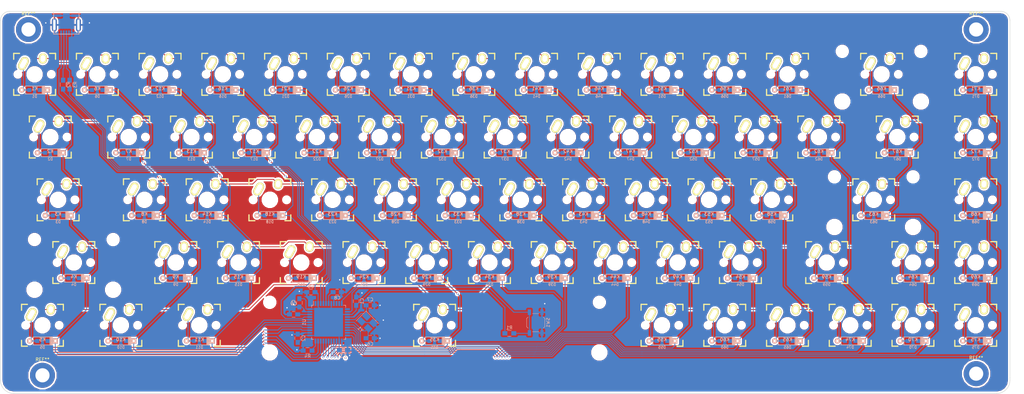
<source format=kicad_pcb>
(kicad_pcb (version 4) (host pcbnew 4.0.7)
  (layers (0 F.Cu signal hide) (31 B.Cu signal hide) (34 B.Paste user) (35 F.Paste user) (36 B.SilkS user) (37 F.SilkS user) (38 B.Mask user) (39 F.Mask user) (44 Edge.Cuts user))
  (net 0 "")
  (net 1 VCC)
  (net 2 GND)
  (net 3 "Net-(C6-Pad1)")
  (net 4 "Net-(C8-Pad1)")
  (net 5 "Net-(C9-Pad2)")
  (net 6 "Net-(D1-Pad2)")
  (net 7 /Col0)
  (net 8 "Net-(D2-Pad2)")
  (net 9 "Net-(D3-Pad2)")
  (net 10 "Net-(D4-Pad2)")
  (net 11 "Net-(D5-Pad2)")
  (net 12 "Net-(D6-Pad2)")
  (net 13 /Col1)
  (net 14 "Net-(D7-Pad2)")
  (net 15 "Net-(D8-Pad2)")
  (net 16 "Net-(D9-Pad2)")
  (net 17 "Net-(D10-Pad2)")
  (net 18 "Net-(D11-Pad2)")
  (net 19 /Col2)
  (net 20 "Net-(D12-Pad2)")
  (net 21 "Net-(D13-Pad2)")
  (net 22 "Net-(D14-Pad2)")
  (net 23 "Net-(D15-Pad2)")
  (net 24 "Net-(D16-Pad2)")
  (net 25 /Col3)
  (net 26 "Net-(D17-Pad2)")
  (net 27 "Net-(D18-Pad2)")
  (net 28 "Net-(D19-Pad2)")
  (net 29 "Net-(D21-Pad2)")
  (net 30 /Col4)
  (net 31 "Net-(D22-Pad2)")
  (net 32 "Net-(D23-Pad2)")
  (net 33 "Net-(D24-Pad2)")
  (net 34 "Net-(D26-Pad2)")
  (net 35 /Col5)
  (net 36 "Net-(D27-Pad2)")
  (net 37 "Net-(D28-Pad2)")
  (net 38 "Net-(D29-Pad2)")
  (net 39 "Net-(D31-Pad2)")
  (net 40 /Col6)
  (net 41 "Net-(D32-Pad2)")
  (net 42 "Net-(D33-Pad2)")
  (net 43 "Net-(D34-Pad2)")
  (net 44 "Net-(D35-Pad2)")
  (net 45 "Net-(D36-Pad2)")
  (net 46 /Col7)
  (net 47 "Net-(D37-Pad2)")
  (net 48 "Net-(D38-Pad2)")
  (net 49 "Net-(D39-Pad2)")
  (net 50 "Net-(D41-Pad2)")
  (net 51 /Col8)
  (net 52 "Net-(D42-Pad2)")
  (net 53 "Net-(D43-Pad2)")
  (net 54 "Net-(D44-Pad2)")
  (net 55 "Net-(D46-Pad2)")
  (net 56 /Col9)
  (net 57 "Net-(D47-Pad2)")
  (net 58 "Net-(D48-Pad2)")
  (net 59 "Net-(D49-Pad2)")
  (net 60 "Net-(D51-Pad2)")
  (net 61 /Col10)
  (net 62 "Net-(D52-Pad2)")
  (net 63 "Net-(D53-Pad2)")
  (net 64 "Net-(D54-Pad2)")
  (net 65 "Net-(D55-Pad2)")
  (net 66 "Net-(D56-Pad2)")
  (net 67 /Col11)
  (net 68 "Net-(D57-Pad2)")
  (net 69 "Net-(D58-Pad2)")
  (net 70 "Net-(D59-Pad2)")
  (net 71 "Net-(D60-Pad2)")
  (net 72 "Net-(D61-Pad2)")
  (net 73 /Col12)
  (net 74 "Net-(D62-Pad2)")
  (net 75 "Net-(D63-Pad2)")
  (net 76 "Net-(D64-Pad2)")
  (net 77 "Net-(D65-Pad2)")
  (net 78 "Net-(D66-Pad2)")
  (net 79 /Col13)
  (net 80 "Net-(D67-Pad2)")
  (net 81 "Net-(D68-Pad2)")
  (net 82 "Net-(D69-Pad2)")
  (net 83 "Net-(D70-Pad2)")
  (net 84 "Net-(D71-Pad2)")
  (net 85 /Col14)
  (net 86 "Net-(D72-Pad2)")
  (net 87 "Net-(D75-Pad2)")
  (net 88 "Net-(J1-Pad2)")
  (net 89 "Net-(J1-Pad3)")
  (net 90 "Net-(J1-Pad4)")
  (net 91 /Row0)
  (net 92 /Row1)
  (net 93 /Row2)
  (net 94 /Row3)
  (net 95 /Row4)
  (net 96 "Net-(R1-Pad1)")
  (net 97 "Net-(R2-Pad1)")
  (net 98 "Net-(R3-Pad1)")
  (net 99 "Net-(R4-Pad2)")
  (net 100 "Net-(C7-Pad2)")
  (net 101 "Net-(D74-Pad2)")
  (net 102 "Net-(U1-Pad9)")
  (net 103 "Net-(U1-Pad10)")
  (net 104 "Net-(U1-Pad12)")
  (net 105 "Net-(U1-Pad1)")
  (module Mounting_Holes:MountingHole_4.3mm_M4_ISO7380_Pad (layer F.Cu) (at 374 29.25)
    (fp_text reference REF** (at 0 -4.8) (layer F.SilkS))
    (fp_text value MountingHole_4.3mm_M4_ISO7380_Pad)
    (pad 1 thru_hole circle (at 0 0) (size 7.6 7.6) (drill 4.3) (layers *.Cu *.Mask))
  )
  (module Mounting_Holes:MountingHole_4.3mm_M4_ISO7380_Pad (layer F.Cu) (at 374 133.75)
    (fp_text reference REF** (at 0 -4.8) (layer F.SilkS))
    (fp_text value MountingHole_4.3mm_M4_ISO7380_Pad)
    (pad 1 thru_hole circle (at 0 0) (size 7.6 7.6) (drill 4.3) (layers *.Cu *.Mask))
  )
  (module Mounting_Holes:MountingHole_4.3mm_M4_ISO7380_Pad (layer F.Cu) (at 86.25 29.25)
    (fp_text reference REF** (at 0 -4.8) (layer F.SilkS))
    (fp_text value MountingHole_4.3mm_M4_ISO7380_Pad)
    (pad 1 thru_hole circle (at 0 0) (size 7.6 7.6) (drill 4.3) (layers *.Cu *.Mask))
  )
  (module Housings_QFP:TQFP-44_10x10mm_Pitch0.8mm (layer B.Cu) (at 177.3825 118.155 270)
    (fp_text reference U1 (at 0 7.45 270) (layer B.SilkS) (effects (justify mirror)))
    (fp_text value ATMEGA32U4)
    (pad 1 smd rect (at -5.7 4 270) (size 1.5 0.55) (layers B.Cu B.Paste B.Mask) (net 105 "Net-(U1-Pad1)"))
    (pad 2 smd rect (at -5.7 3.2 270) (size 1.5 0.55) (layers B.Cu B.Paste B.Mask) (net 1 VCC))
    (pad 3 smd rect (at -5.7 2.4 270) (size 1.5 0.55) (layers B.Cu B.Paste B.Mask) (net 97 "Net-(R2-Pad1)"))
    (pad 4 smd rect (at -5.7 1.6 270) (size 1.5 0.55) (layers B.Cu B.Paste B.Mask) (net 98 "Net-(R3-Pad1)"))
    (pad 5 smd rect (at -5.7 0.8 270) (size 1.5 0.55) (layers B.Cu B.Paste B.Mask) (net 2 GND))
    (pad 6 smd rect (at -5.7 0 270) (size 1.5 0.55) (layers B.Cu B.Paste B.Mask) (net 4 "Net-(C8-Pad1)"))
    (pad 7 smd rect (at -5.7 -0.8 270) (size 1.5 0.55) (layers B.Cu B.Paste B.Mask) (net 1 VCC))
    (pad 8 smd rect (at -5.7 -1.6 270) (size 1.5 0.55) (layers B.Cu B.Paste B.Mask) (net 2 GND))
    (pad 9 smd rect (at -5.7 -2.4 270) (size 1.5 0.55) (layers B.Cu B.Paste B.Mask) (net 102 "Net-(U1-Pad9)"))
    (pad 10 smd rect (at -5.7 -3.2 270) (size 1.5 0.55) (layers B.Cu B.Paste B.Mask) (net 103 "Net-(U1-Pad10)"))
    (pad 11 smd rect (at -5.7 -4 270) (size 1.5 0.55) (layers B.Cu B.Paste B.Mask) (net 30 /Col4))
    (pad 12 smd rect (at -4 -5.7 180) (size 1.5 0.55) (layers B.Cu B.Paste B.Mask) (net 104 "Net-(U1-Pad12)"))
    (pad 13 smd rect (at -3.2 -5.7 180) (size 1.5 0.55) (layers B.Cu B.Paste B.Mask) (net 96 "Net-(R1-Pad1)"))
    (pad 14 smd rect (at -2.4 -5.7 180) (size 1.5 0.55) (layers B.Cu B.Paste B.Mask) (net 1 VCC))
    (pad 15 smd rect (at -1.6 -5.7 180) (size 1.5 0.55) (layers B.Cu B.Paste B.Mask) (net 2 GND))
    (pad 16 smd rect (at -0.8 -5.7 180) (size 1.5 0.55) (layers B.Cu B.Paste B.Mask) (net 100 "Net-(C7-Pad2)"))
    (pad 17 smd rect (at 0 -5.7 180) (size 1.5 0.55) (layers B.Cu B.Paste B.Mask) (net 3 "Net-(C6-Pad1)"))
    (pad 18 smd rect (at 0.8 -5.7 180) (size 1.5 0.55) (layers B.Cu B.Paste B.Mask) (net 35 /Col5))
    (pad 19 smd rect (at 1.6 -5.7 180) (size 1.5 0.55) (layers B.Cu B.Paste B.Mask) (net 40 /Col6))
    (pad 20 smd rect (at 2.4 -5.7 180) (size 1.5 0.55) (layers B.Cu B.Paste B.Mask) (net 46 /Col7))
    (pad 21 smd rect (at 3.2 -5.7 180) (size 1.5 0.55) (layers B.Cu B.Paste B.Mask) (net 51 /Col8))
    (pad 22 smd rect (at 4 -5.7 180) (size 1.5 0.55) (layers B.Cu B.Paste B.Mask) (net 56 /Col9))
    (pad 23 smd rect (at 5.7 -4 270) (size 1.5 0.55) (layers B.Cu B.Paste B.Mask) (net 2 GND))
    (pad 24 smd rect (at 5.7 -3.2 270) (size 1.5 0.55) (layers B.Cu B.Paste B.Mask) (net 1 VCC))
    (pad 25 smd rect (at 5.7 -2.4 270) (size 1.5 0.55) (layers B.Cu B.Paste B.Mask) (net 61 /Col10))
    (pad 26 smd rect (at 5.7 -1.6 270) (size 1.5 0.55) (layers B.Cu B.Paste B.Mask) (net 67 /Col11))
    (pad 27 smd rect (at 5.7 -0.8 270) (size 1.5 0.55) (layers B.Cu B.Paste B.Mask) (net 73 /Col12))
    (pad 28 smd rect (at 5.7 0 270) (size 1.5 0.55) (layers B.Cu B.Paste B.Mask) (net 79 /Col13))
    (pad 29 smd rect (at 5.7 0.8 270) (size 1.5 0.55) (layers B.Cu B.Paste B.Mask) (net 85 /Col14))
    (pad 30 smd rect (at 5.7 1.6 270) (size 1.5 0.55) (layers B.Cu B.Paste B.Mask) (net 91 /Row0))
    (pad 31 smd rect (at 5.7 2.4 270) (size 1.5 0.55) (layers B.Cu B.Paste B.Mask) (net 92 /Row1))
    (pad 32 smd rect (at 5.7 3.2 270) (size 1.5 0.55) (layers B.Cu B.Paste B.Mask) (net 93 /Row2))
    (pad 33 smd rect (at 5.7 4 270) (size 1.5 0.55) (layers B.Cu B.Paste B.Mask) (net 99 "Net-(R4-Pad2)"))
    (pad 34 smd rect (at 4 5.7 180) (size 1.5 0.55) (layers B.Cu B.Paste B.Mask) (net 1 VCC))
    (pad 35 smd rect (at 3.2 5.7 180) (size 1.5 0.55) (layers B.Cu B.Paste B.Mask) (net 2 GND))
    (pad 36 smd rect (at 2.4 5.7 180) (size 1.5 0.55) (layers B.Cu B.Paste B.Mask) (net 94 /Row3))
    (pad 37 smd rect (at 1.6 5.7 180) (size 1.5 0.55) (layers B.Cu B.Paste B.Mask) (net 95 /Row4))
    (pad 38 smd rect (at 0.8 5.7 180) (size 1.5 0.55) (layers B.Cu B.Paste B.Mask) (net 7 /Col0))
    (pad 39 smd rect (at 0 5.7 180) (size 1.5 0.55) (layers B.Cu B.Paste B.Mask) (net 13 /Col1))
    (pad 40 smd rect (at -0.8 5.7 180) (size 1.5 0.55) (layers B.Cu B.Paste B.Mask) (net 19 /Col2))
    (pad 41 smd rect (at -1.6 5.7 180) (size 1.5 0.55) (layers B.Cu B.Paste B.Mask) (net 25 /Col3))
    (pad 42 smd rect (at -2.4 5.7 180) (size 1.5 0.55) (layers B.Cu B.Paste B.Mask) (net 5 "Net-(C9-Pad2)"))
    (pad 43 smd rect (at -3.2 5.7 180) (size 1.5 0.55) (layers B.Cu B.Paste B.Mask) (net 2 GND))
    (pad 44 smd rect (at -4 5.7 180) (size 1.5 0.55) (layers B.Cu B.Paste B.Mask) (net 1 VCC))
  )
  (module keebs:Mx_Alps_100 (layer F.Cu) (at 107.15625 42.8625)
    (fp_text reference K6 (at 0 4.318) (layer B.SilkS) (effects (font (thickness 0.2)) (justify mirror)))
    (fp_text value KEYSW hide)
    (pad HOLE np_thru_hole circle (at 0 0) (size 3.9878 3.9878) (drill 3.9878) (layers *.Cu))
    (pad HOLE np_thru_hole circle (at -5.08 0) (size 1.7018 1.7018) (drill 1.7018) (layers *.Cu))
    (pad HOLE np_thru_hole circle (at 5.08 0) (size 1.7018 1.7018) (drill 1.7018) (layers *.Cu))
    (pad 1 thru_hole oval (at -3.405 -3.27 330.95) (size 2.5 4.17) (drill oval 1.5 3.17) (layers *.Cu *.Mask F.SilkS) (net 12 "Net-(D6-Pad2)"))
    (pad 2 thru_hole oval (at 2.52 -4.79 356.1) (size 2.5 3.08) (drill oval 1.5 2.08) (layers *.Cu *.Mask F.SilkS) (net 91 /Row0))
  )
  (module Capacitors_SMD:C_0805_HandSoldering (layer B.Cu) (at 185.75 111.75 90)
    (fp_text reference C1 (at 0 1.75 90) (layer B.SilkS) (effects (justify mirror)))
    (fp_text value 0.1u)
    (pad 1 smd rect (at -1.25 0 90) (size 1.5 1.25) (layers B.Cu B.Paste B.Mask) (net 1 VCC))
    (pad 2 smd rect (at 1.25 0 90) (size 1.5 1.25) (layers B.Cu B.Paste B.Mask) (net 2 GND))
  )
  (module Capacitors_SMD:C_0805_HandSoldering (layer B.Cu) (at 168 123 90)
    (fp_text reference C2 (at 0 1.75 90) (layer B.SilkS) (effects (justify mirror)))
    (fp_text value 0.1u)
    (pad 1 smd rect (at -1.25 0 90) (size 1.5 1.25) (layers B.Cu B.Paste B.Mask) (net 1 VCC))
    (pad 2 smd rect (at 1.25 0 90) (size 1.5 1.25) (layers B.Cu B.Paste B.Mask) (net 2 GND))
  )
  (module Capacitors_SMD:C_0805_HandSoldering (layer B.Cu) (at 181.875 126.625)
    (fp_text reference C3 (at 0 1.75) (layer B.SilkS) (effects (justify mirror)))
    (fp_text value 0.1u)
    (pad 1 smd rect (at -1.25 0) (size 1.5 1.25) (layers B.Cu B.Paste B.Mask) (net 1 VCC))
    (pad 2 smd rect (at 1.25 0) (size 1.5 1.25) (layers B.Cu B.Paste B.Mask) (net 2 GND))
  )
  (module Capacitors_SMD:C_0805_HandSoldering (layer B.Cu) (at 168.5 112.25 270)
    (fp_text reference C4 (at 0 1.75 270) (layer B.SilkS) (effects (justify mirror)))
    (fp_text value 0.1u)
    (pad 1 smd rect (at -1.25 0 270) (size 1.5 1.25) (layers B.Cu B.Paste B.Mask) (net 1 VCC))
    (pad 2 smd rect (at 1.25 0 270) (size 1.5 1.25) (layers B.Cu B.Paste B.Mask) (net 2 GND))
  )
  (module Capacitors_SMD:C_0805_HandSoldering (layer B.Cu) (at 172 109 180)
    (fp_text reference C5 (at 0 1.75 180) (layer B.SilkS) (effects (justify mirror)))
    (fp_text value 4.7u)
    (pad 1 smd rect (at -1.25 0 180) (size 1.5 1.25) (layers B.Cu B.Paste B.Mask) (net 1 VCC))
    (pad 2 smd rect (at 1.25 0 180) (size 1.5 1.25) (layers B.Cu B.Paste B.Mask) (net 2 GND))
  )
  (module Capacitors_SMD:C_0805_HandSoldering (layer B.Cu) (at 190 123)
    (fp_text reference C6 (at 0 1.75) (layer B.SilkS) (effects (justify mirror)))
    (fp_text value 22p)
    (pad 1 smd rect (at -1.25 0) (size 1.5 1.25) (layers B.Cu B.Paste B.Mask) (net 3 "Net-(C6-Pad1)"))
    (pad 2 smd rect (at 1.25 0) (size 1.5 1.25) (layers B.Cu B.Paste B.Mask) (net 2 GND))
  )
  (module Capacitors_SMD:C_0805_HandSoldering (layer B.Cu) (at 190 113 180)
    (fp_text reference C7 (at 0 1.75 180) (layer B.SilkS) (effects (justify mirror)))
    (fp_text value 22p)
    (pad 1 smd rect (at -1.25 0 180) (size 1.5 1.25) (layers B.Cu B.Paste B.Mask) (net 2 GND))
    (pad 2 smd rect (at 1.25 0 180) (size 1.5 1.25) (layers B.Cu B.Paste B.Mask) (net 100 "Net-(C7-Pad2)"))
  )
  (module Capacitors_SMD:C_0805_HandSoldering (layer B.Cu) (at 180 109)
    (fp_text reference C8 (at 0 1.75) (layer B.SilkS) (effects (justify mirror)))
    (fp_text value 1u)
    (pad 1 smd rect (at -1.25 0) (size 1.5 1.25) (layers B.Cu B.Paste B.Mask) (net 4 "Net-(C8-Pad1)"))
    (pad 2 smd rect (at 1.25 0) (size 1.5 1.25) (layers B.Cu B.Paste B.Mask) (net 2 GND))
  )
  (module Capacitors_SMD:C_0805_HandSoldering (layer B.Cu) (at 166.75 115.75)
    (fp_text reference C9 (at 0 -3.25) (layer B.SilkS) (effects (justify mirror)))
    (fp_text value 10n)
    (pad 1 smd rect (at -1.25 0) (size 1.5 1.25) (layers B.Cu B.Paste B.Mask) (net 2 GND))
    (pad 2 smd rect (at 1.25 0) (size 1.5 1.25) (layers B.Cu B.Paste B.Mask) (net 5 "Net-(C9-Pad2)"))
  )
  (module keyboard_parts:D_SOD123_axial (layer B.Cu) (at 88.10625 47.625 180)
    (fp_text reference D1 (at 0 -1.925 180) (layer B.SilkS) (effects (font (size 0.8 0.8)) (justify mirror)))
    (fp_text value D hide)
    (pad 2 smd rect (at 1.575 0 180) (size 1.2 1.2) (layers B.Cu B.Paste B.Mask) (net 6 "Net-(D1-Pad2)"))
    (pad 1 smd rect (at -1.575 0 180) (size 1.2 1.2) (layers B.Cu B.Paste B.Mask) (net 7 /Col0))
    (pad 1 thru_hole rect (at -3.9 0 180) (size 1.6 1.6) (drill 0.7) (layers *.Cu *.Mask B.SilkS) (net 7 /Col0))
    (pad 2 thru_hole circle (at 3.9 0 180) (size 1.6 1.6) (drill 0.7) (layers *.Cu *.Mask B.SilkS) (net 6 "Net-(D1-Pad2)"))
    (pad 1 smd rect (at -2.7 0 180) (size 2.5 0.5) (layers B.Cu) (net 7 /Col0))
    (pad 2 smd rect (at 2.7 0 180) (size 2.5 0.5) (layers B.Cu) (net 6 "Net-(D1-Pad2)"))
  )
  (module keyboard_parts:D_SOD123_axial (layer B.Cu) (at 92.86875 66.675 180)
    (fp_text reference D2 (at 0 -1.925 180) (layer B.SilkS) (effects (font (size 0.8 0.8)) (justify mirror)))
    (fp_text value D hide)
    (pad 2 smd rect (at 1.575 0 180) (size 1.2 1.2) (layers B.Cu B.Paste B.Mask) (net 8 "Net-(D2-Pad2)"))
    (pad 1 smd rect (at -1.575 0 180) (size 1.2 1.2) (layers B.Cu B.Paste B.Mask) (net 7 /Col0))
    (pad 1 thru_hole rect (at -3.9 0 180) (size 1.6 1.6) (drill 0.7) (layers *.Cu *.Mask B.SilkS) (net 7 /Col0))
    (pad 2 thru_hole circle (at 3.9 0 180) (size 1.6 1.6) (drill 0.7) (layers *.Cu *.Mask B.SilkS) (net 8 "Net-(D2-Pad2)"))
    (pad 1 smd rect (at -2.7 0 180) (size 2.5 0.5) (layers B.Cu) (net 7 /Col0))
    (pad 2 smd rect (at 2.7 0 180) (size 2.5 0.5) (layers B.Cu) (net 8 "Net-(D2-Pad2)"))
  )
  (module keyboard_parts:D_SOD123_axial (layer B.Cu) (at 95.25 85.725 180)
    (fp_text reference D3 (at 0 -1.925 180) (layer B.SilkS) (effects (font (size 0.8 0.8)) (justify mirror)))
    (fp_text value D hide)
    (pad 2 smd rect (at 1.575 0 180) (size 1.2 1.2) (layers B.Cu B.Paste B.Mask) (net 9 "Net-(D3-Pad2)"))
    (pad 1 smd rect (at -1.575 0 180) (size 1.2 1.2) (layers B.Cu B.Paste B.Mask) (net 7 /Col0))
    (pad 1 thru_hole rect (at -3.9 0 180) (size 1.6 1.6) (drill 0.7) (layers *.Cu *.Mask B.SilkS) (net 7 /Col0))
    (pad 2 thru_hole circle (at 3.9 0 180) (size 1.6 1.6) (drill 0.7) (layers *.Cu *.Mask B.SilkS) (net 9 "Net-(D3-Pad2)"))
    (pad 1 smd rect (at -2.7 0 180) (size 2.5 0.5) (layers B.Cu) (net 7 /Col0))
    (pad 2 smd rect (at 2.7 0 180) (size 2.5 0.5) (layers B.Cu) (net 9 "Net-(D3-Pad2)"))
  )
  (module keyboard_parts:D_SOD123_axial (layer B.Cu) (at 100.0125 104.775 180)
    (fp_text reference D4 (at 0 -1.925 180) (layer B.SilkS) (effects (font (size 0.8 0.8)) (justify mirror)))
    (fp_text value D hide)
    (pad 2 smd rect (at 1.575 0 180) (size 1.2 1.2) (layers B.Cu B.Paste B.Mask) (net 10 "Net-(D4-Pad2)"))
    (pad 1 smd rect (at -1.575 0 180) (size 1.2 1.2) (layers B.Cu B.Paste B.Mask) (net 7 /Col0))
    (pad 1 thru_hole rect (at -3.9 0 180) (size 1.6 1.6) (drill 0.7) (layers *.Cu *.Mask B.SilkS) (net 7 /Col0))
    (pad 2 thru_hole circle (at 3.9 0 180) (size 1.6 1.6) (drill 0.7) (layers *.Cu *.Mask B.SilkS) (net 10 "Net-(D4-Pad2)"))
    (pad 1 smd rect (at -2.7 0 180) (size 2.5 0.5) (layers B.Cu) (net 7 /Col0))
    (pad 2 smd rect (at 2.7 0 180) (size 2.5 0.5) (layers B.Cu) (net 10 "Net-(D4-Pad2)"))
  )
  (module keyboard_parts:D_SOD123_axial (layer B.Cu) (at 90.4875 123.825 180)
    (fp_text reference D5 (at 0 -1.925 180) (layer B.SilkS) (effects (font (size 0.8 0.8)) (justify mirror)))
    (fp_text value D hide)
    (pad 2 smd rect (at 1.575 0 180) (size 1.2 1.2) (layers B.Cu B.Paste B.Mask) (net 11 "Net-(D5-Pad2)"))
    (pad 1 smd rect (at -1.575 0 180) (size 1.2 1.2) (layers B.Cu B.Paste B.Mask) (net 7 /Col0))
    (pad 1 thru_hole rect (at -3.9 0 180) (size 1.6 1.6) (drill 0.7) (layers *.Cu *.Mask B.SilkS) (net 7 /Col0))
    (pad 2 thru_hole circle (at 3.9 0 180) (size 1.6 1.6) (drill 0.7) (layers *.Cu *.Mask B.SilkS) (net 11 "Net-(D5-Pad2)"))
    (pad 1 smd rect (at -2.7 0 180) (size 2.5 0.5) (layers B.Cu) (net 7 /Col0))
    (pad 2 smd rect (at 2.7 0 180) (size 2.5 0.5) (layers B.Cu) (net 11 "Net-(D5-Pad2)"))
  )
  (module keyboard_parts:D_SOD123_axial (layer B.Cu) (at 107.15625 47.625 180)
    (fp_text reference D6 (at 0 -1.925 180) (layer B.SilkS) (effects (font (size 0.8 0.8)) (justify mirror)))
    (fp_text value D hide)
    (pad 2 smd rect (at 1.575 0 180) (size 1.2 1.2) (layers B.Cu B.Paste B.Mask) (net 12 "Net-(D6-Pad2)"))
    (pad 1 smd rect (at -1.575 0 180) (size 1.2 1.2) (layers B.Cu B.Paste B.Mask) (net 13 /Col1))
    (pad 1 thru_hole rect (at -3.9 0 180) (size 1.6 1.6) (drill 0.7) (layers *.Cu *.Mask B.SilkS) (net 13 /Col1))
    (pad 2 thru_hole circle (at 3.9 0 180) (size 1.6 1.6) (drill 0.7) (layers *.Cu *.Mask B.SilkS) (net 12 "Net-(D6-Pad2)"))
    (pad 1 smd rect (at -2.7 0 180) (size 2.5 0.5) (layers B.Cu) (net 13 /Col1))
    (pad 2 smd rect (at 2.7 0 180) (size 2.5 0.5) (layers B.Cu) (net 12 "Net-(D6-Pad2)"))
  )
  (module keyboard_parts:D_SOD123_axial (layer B.Cu) (at 116.68125 66.675 180)
    (fp_text reference D7 (at 0 -1.925 180) (layer B.SilkS) (effects (font (size 0.8 0.8)) (justify mirror)))
    (fp_text value D hide)
    (pad 2 smd rect (at 1.575 0 180) (size 1.2 1.2) (layers B.Cu B.Paste B.Mask) (net 14 "Net-(D7-Pad2)"))
    (pad 1 smd rect (at -1.575 0 180) (size 1.2 1.2) (layers B.Cu B.Paste B.Mask) (net 13 /Col1))
    (pad 1 thru_hole rect (at -3.9 0 180) (size 1.6 1.6) (drill 0.7) (layers *.Cu *.Mask B.SilkS) (net 13 /Col1))
    (pad 2 thru_hole circle (at 3.9 0 180) (size 1.6 1.6) (drill 0.7) (layers *.Cu *.Mask B.SilkS) (net 14 "Net-(D7-Pad2)"))
    (pad 1 smd rect (at -2.7 0 180) (size 2.5 0.5) (layers B.Cu) (net 13 /Col1))
    (pad 2 smd rect (at 2.7 0 180) (size 2.5 0.5) (layers B.Cu) (net 14 "Net-(D7-Pad2)"))
  )
  (module keyboard_parts:D_SOD123_axial (layer B.Cu) (at 121.44375 85.725 180)
    (fp_text reference D8 (at 0 -1.925 180) (layer B.SilkS) (effects (font (size 0.8 0.8)) (justify mirror)))
    (fp_text value D hide)
    (pad 2 smd rect (at 1.575 0 180) (size 1.2 1.2) (layers B.Cu B.Paste B.Mask) (net 15 "Net-(D8-Pad2)"))
    (pad 1 smd rect (at -1.575 0 180) (size 1.2 1.2) (layers B.Cu B.Paste B.Mask) (net 13 /Col1))
    (pad 1 thru_hole rect (at -3.9 0 180) (size 1.6 1.6) (drill 0.7) (layers *.Cu *.Mask B.SilkS) (net 13 /Col1))
    (pad 2 thru_hole circle (at 3.9 0 180) (size 1.6 1.6) (drill 0.7) (layers *.Cu *.Mask B.SilkS) (net 15 "Net-(D8-Pad2)"))
    (pad 1 smd rect (at -2.7 0 180) (size 2.5 0.5) (layers B.Cu) (net 13 /Col1))
    (pad 2 smd rect (at 2.7 0 180) (size 2.5 0.5) (layers B.Cu) (net 15 "Net-(D8-Pad2)"))
  )
  (module keyboard_parts:D_SOD123_axial (layer B.Cu) (at 130.96875 104.775 180)
    (fp_text reference D9 (at 0 -1.925 180) (layer B.SilkS) (effects (font (size 0.8 0.8)) (justify mirror)))
    (fp_text value D hide)
    (pad 2 smd rect (at 1.575 0 180) (size 1.2 1.2) (layers B.Cu B.Paste B.Mask) (net 16 "Net-(D9-Pad2)"))
    (pad 1 smd rect (at -1.575 0 180) (size 1.2 1.2) (layers B.Cu B.Paste B.Mask) (net 13 /Col1))
    (pad 1 thru_hole rect (at -3.9 0 180) (size 1.6 1.6) (drill 0.7) (layers *.Cu *.Mask B.SilkS) (net 13 /Col1))
    (pad 2 thru_hole circle (at 3.9 0 180) (size 1.6 1.6) (drill 0.7) (layers *.Cu *.Mask B.SilkS) (net 16 "Net-(D9-Pad2)"))
    (pad 1 smd rect (at -2.7 0 180) (size 2.5 0.5) (layers B.Cu) (net 13 /Col1))
    (pad 2 smd rect (at 2.7 0 180) (size 2.5 0.5) (layers B.Cu) (net 16 "Net-(D9-Pad2)"))
  )
  (module keyboard_parts:D_SOD123_axial (layer B.Cu) (at 114.3 123.825 180)
    (fp_text reference D10 (at 0 -1.925 180) (layer B.SilkS) (effects (font (size 0.8 0.8)) (justify mirror)))
    (fp_text value D hide)
    (pad 2 smd rect (at 1.575 0 180) (size 1.2 1.2) (layers B.Cu B.Paste B.Mask) (net 17 "Net-(D10-Pad2)"))
    (pad 1 smd rect (at -1.575 0 180) (size 1.2 1.2) (layers B.Cu B.Paste B.Mask) (net 13 /Col1))
    (pad 1 thru_hole rect (at -3.9 0 180) (size 1.6 1.6) (drill 0.7) (layers *.Cu *.Mask B.SilkS) (net 13 /Col1))
    (pad 2 thru_hole circle (at 3.9 0 180) (size 1.6 1.6) (drill 0.7) (layers *.Cu *.Mask B.SilkS) (net 17 "Net-(D10-Pad2)"))
    (pad 1 smd rect (at -2.7 0 180) (size 2.5 0.5) (layers B.Cu) (net 13 /Col1))
    (pad 2 smd rect (at 2.7 0 180) (size 2.5 0.5) (layers B.Cu) (net 17 "Net-(D10-Pad2)"))
  )
  (module keyboard_parts:D_SOD123_axial (layer B.Cu) (at 138.1125 123.825 180)
    (fp_text reference D11 (at 0 -1.925 180) (layer B.SilkS) (effects (font (size 0.8 0.8)) (justify mirror)))
    (fp_text value D hide)
    (pad 2 smd rect (at 1.575 0 180) (size 1.2 1.2) (layers B.Cu B.Paste B.Mask) (net 18 "Net-(D11-Pad2)"))
    (pad 1 smd rect (at -1.575 0 180) (size 1.2 1.2) (layers B.Cu B.Paste B.Mask) (net 19 /Col2))
    (pad 1 thru_hole rect (at -3.9 0 180) (size 1.6 1.6) (drill 0.7) (layers *.Cu *.Mask B.SilkS) (net 19 /Col2))
    (pad 2 thru_hole circle (at 3.9 0 180) (size 1.6 1.6) (drill 0.7) (layers *.Cu *.Mask B.SilkS) (net 18 "Net-(D11-Pad2)"))
    (pad 1 smd rect (at -2.7 0 180) (size 2.5 0.5) (layers B.Cu) (net 19 /Col2))
    (pad 2 smd rect (at 2.7 0 180) (size 2.5 0.5) (layers B.Cu) (net 18 "Net-(D11-Pad2)"))
  )
  (module keyboard_parts:D_SOD123_axial (layer B.Cu) (at 126.20625 47.625 180)
    (fp_text reference D12 (at 0 -1.925 180) (layer B.SilkS) (effects (font (size 0.8 0.8)) (justify mirror)))
    (fp_text value D hide)
    (pad 2 smd rect (at 1.575 0 180) (size 1.2 1.2) (layers B.Cu B.Paste B.Mask) (net 20 "Net-(D12-Pad2)"))
    (pad 1 smd rect (at -1.575 0 180) (size 1.2 1.2) (layers B.Cu B.Paste B.Mask) (net 19 /Col2))
    (pad 1 thru_hole rect (at -3.9 0 180) (size 1.6 1.6) (drill 0.7) (layers *.Cu *.Mask B.SilkS) (net 19 /Col2))
    (pad 2 thru_hole circle (at 3.9 0 180) (size 1.6 1.6) (drill 0.7) (layers *.Cu *.Mask B.SilkS) (net 20 "Net-(D12-Pad2)"))
    (pad 1 smd rect (at -2.7 0 180) (size 2.5 0.5) (layers B.Cu) (net 19 /Col2))
    (pad 2 smd rect (at 2.7 0 180) (size 2.5 0.5) (layers B.Cu) (net 20 "Net-(D12-Pad2)"))
  )
  (module keyboard_parts:D_SOD123_axial (layer B.Cu) (at 135.73125 66.675 180)
    (fp_text reference D13 (at 0 -1.925 180) (layer B.SilkS) (effects (font (size 0.8 0.8)) (justify mirror)))
    (fp_text value D hide)
    (pad 2 smd rect (at 1.575 0 180) (size 1.2 1.2) (layers B.Cu B.Paste B.Mask) (net 21 "Net-(D13-Pad2)"))
    (pad 1 smd rect (at -1.575 0 180) (size 1.2 1.2) (layers B.Cu B.Paste B.Mask) (net 19 /Col2))
    (pad 1 thru_hole rect (at -3.9 0 180) (size 1.6 1.6) (drill 0.7) (layers *.Cu *.Mask B.SilkS) (net 19 /Col2))
    (pad 2 thru_hole circle (at 3.9 0 180) (size 1.6 1.6) (drill 0.7) (layers *.Cu *.Mask B.SilkS) (net 21 "Net-(D13-Pad2)"))
    (pad 1 smd rect (at -2.7 0 180) (size 2.5 0.5) (layers B.Cu) (net 19 /Col2))
    (pad 2 smd rect (at 2.7 0 180) (size 2.5 0.5) (layers B.Cu) (net 21 "Net-(D13-Pad2)"))
  )
  (module keyboard_parts:D_SOD123_axial (layer B.Cu) (at 140.49375 85.725 180)
    (fp_text reference D14 (at 0 -1.925 180) (layer B.SilkS) (effects (font (size 0.8 0.8)) (justify mirror)))
    (fp_text value D hide)
    (pad 2 smd rect (at 1.575 0 180) (size 1.2 1.2) (layers B.Cu B.Paste B.Mask) (net 22 "Net-(D14-Pad2)"))
    (pad 1 smd rect (at -1.575 0 180) (size 1.2 1.2) (layers B.Cu B.Paste B.Mask) (net 19 /Col2))
    (pad 1 thru_hole rect (at -3.9 0 180) (size 1.6 1.6) (drill 0.7) (layers *.Cu *.Mask B.SilkS) (net 19 /Col2))
    (pad 2 thru_hole circle (at 3.9 0 180) (size 1.6 1.6) (drill 0.7) (layers *.Cu *.Mask B.SilkS) (net 22 "Net-(D14-Pad2)"))
    (pad 1 smd rect (at -2.7 0 180) (size 2.5 0.5) (layers B.Cu) (net 19 /Col2))
    (pad 2 smd rect (at 2.7 0 180) (size 2.5 0.5) (layers B.Cu) (net 22 "Net-(D14-Pad2)"))
  )
  (module keyboard_parts:D_SOD123_axial (layer B.Cu) (at 150.01875 104.775 180)
    (fp_text reference D15 (at 0 -1.925 180) (layer B.SilkS) (effects (font (size 0.8 0.8)) (justify mirror)))
    (fp_text value D hide)
    (pad 2 smd rect (at 1.575 0 180) (size 1.2 1.2) (layers B.Cu B.Paste B.Mask) (net 23 "Net-(D15-Pad2)"))
    (pad 1 smd rect (at -1.575 0 180) (size 1.2 1.2) (layers B.Cu B.Paste B.Mask) (net 19 /Col2))
    (pad 1 thru_hole rect (at -3.9 0 180) (size 1.6 1.6) (drill 0.7) (layers *.Cu *.Mask B.SilkS) (net 19 /Col2))
    (pad 2 thru_hole circle (at 3.9 0 180) (size 1.6 1.6) (drill 0.7) (layers *.Cu *.Mask B.SilkS) (net 23 "Net-(D15-Pad2)"))
    (pad 1 smd rect (at -2.7 0 180) (size 2.5 0.5) (layers B.Cu) (net 19 /Col2))
    (pad 2 smd rect (at 2.7 0 180) (size 2.5 0.5) (layers B.Cu) (net 23 "Net-(D15-Pad2)"))
  )
  (module keyboard_parts:D_SOD123_axial (layer B.Cu) (at 145.25625 47.625 180)
    (fp_text reference D16 (at 0 -1.925 180) (layer B.SilkS) (effects (font (size 0.8 0.8)) (justify mirror)))
    (fp_text value D hide)
    (pad 2 smd rect (at 1.575 0 180) (size 1.2 1.2) (layers B.Cu B.Paste B.Mask) (net 24 "Net-(D16-Pad2)"))
    (pad 1 smd rect (at -1.575 0 180) (size 1.2 1.2) (layers B.Cu B.Paste B.Mask) (net 25 /Col3))
    (pad 1 thru_hole rect (at -3.9 0 180) (size 1.6 1.6) (drill 0.7) (layers *.Cu *.Mask B.SilkS) (net 25 /Col3))
    (pad 2 thru_hole circle (at 3.9 0 180) (size 1.6 1.6) (drill 0.7) (layers *.Cu *.Mask B.SilkS) (net 24 "Net-(D16-Pad2)"))
    (pad 1 smd rect (at -2.7 0 180) (size 2.5 0.5) (layers B.Cu) (net 25 /Col3))
    (pad 2 smd rect (at 2.7 0 180) (size 2.5 0.5) (layers B.Cu) (net 24 "Net-(D16-Pad2)"))
  )
  (module keyboard_parts:D_SOD123_axial (layer B.Cu) (at 154.78125 66.675 180)
    (fp_text reference D17 (at 0 -1.925 180) (layer B.SilkS) (effects (font (size 0.8 0.8)) (justify mirror)))
    (fp_text value D hide)
    (pad 2 smd rect (at 1.575 0 180) (size 1.2 1.2) (layers B.Cu B.Paste B.Mask) (net 26 "Net-(D17-Pad2)"))
    (pad 1 smd rect (at -1.575 0 180) (size 1.2 1.2) (layers B.Cu B.Paste B.Mask) (net 25 /Col3))
    (pad 1 thru_hole rect (at -3.9 0 180) (size 1.6 1.6) (drill 0.7) (layers *.Cu *.Mask B.SilkS) (net 25 /Col3))
    (pad 2 thru_hole circle (at 3.9 0 180) (size 1.6 1.6) (drill 0.7) (layers *.Cu *.Mask B.SilkS) (net 26 "Net-(D17-Pad2)"))
    (pad 1 smd rect (at -2.7 0 180) (size 2.5 0.5) (layers B.Cu) (net 25 /Col3))
    (pad 2 smd rect (at 2.7 0 180) (size 2.5 0.5) (layers B.Cu) (net 26 "Net-(D17-Pad2)"))
  )
  (module keyboard_parts:D_SOD123_axial (layer B.Cu) (at 159.54375 85.725 180)
    (fp_text reference D18 (at 0 -1.925 180) (layer B.SilkS) (effects (font (size 0.8 0.8)) (justify mirror)))
    (fp_text value D hide)
    (pad 2 smd rect (at 1.575 0 180) (size 1.2 1.2) (layers B.Cu B.Paste B.Mask) (net 27 "Net-(D18-Pad2)"))
    (pad 1 smd rect (at -1.575 0 180) (size 1.2 1.2) (layers B.Cu B.Paste B.Mask) (net 25 /Col3))
    (pad 1 thru_hole rect (at -3.9 0 180) (size 1.6 1.6) (drill 0.7) (layers *.Cu *.Mask B.SilkS) (net 25 /Col3))
    (pad 2 thru_hole circle (at 3.9 0 180) (size 1.6 1.6) (drill 0.7) (layers *.Cu *.Mask B.SilkS) (net 27 "Net-(D18-Pad2)"))
    (pad 1 smd rect (at -2.7 0 180) (size 2.5 0.5) (layers B.Cu) (net 25 /Col3))
    (pad 2 smd rect (at 2.7 0 180) (size 2.5 0.5) (layers B.Cu) (net 27 "Net-(D18-Pad2)"))
  )
  (module keyboard_parts:D_SOD123_axial (layer B.Cu) (at 169.06875 104.775 180)
    (fp_text reference D19 (at 0 -1.925 180) (layer B.SilkS) (effects (font (size 0.8 0.8)) (justify mirror)))
    (fp_text value D hide)
    (pad 2 smd rect (at 1.575 0 180) (size 1.2 1.2) (layers B.Cu B.Paste B.Mask) (net 28 "Net-(D19-Pad2)"))
    (pad 1 smd rect (at -1.575 0 180) (size 1.2 1.2) (layers B.Cu B.Paste B.Mask) (net 25 /Col3))
    (pad 1 thru_hole rect (at -3.9 0 180) (size 1.6 1.6) (drill 0.7) (layers *.Cu *.Mask B.SilkS) (net 25 /Col3))
    (pad 2 thru_hole circle (at 3.9 0 180) (size 1.6 1.6) (drill 0.7) (layers *.Cu *.Mask B.SilkS) (net 28 "Net-(D19-Pad2)"))
    (pad 1 smd rect (at -2.7 0 180) (size 2.5 0.5) (layers B.Cu) (net 25 /Col3))
    (pad 2 smd rect (at 2.7 0 180) (size 2.5 0.5) (layers B.Cu) (net 28 "Net-(D19-Pad2)"))
  )
  (module keyboard_parts:D_SOD123_axial (layer B.Cu) (at 164.30625 47.625 180)
    (fp_text reference D21 (at 0 -1.925 180) (layer B.SilkS) (effects (font (size 0.8 0.8)) (justify mirror)))
    (fp_text value D hide)
    (pad 2 smd rect (at 1.575 0 180) (size 1.2 1.2) (layers B.Cu B.Paste B.Mask) (net 29 "Net-(D21-Pad2)"))
    (pad 1 smd rect (at -1.575 0 180) (size 1.2 1.2) (layers B.Cu B.Paste B.Mask) (net 30 /Col4))
    (pad 1 thru_hole rect (at -3.9 0 180) (size 1.6 1.6) (drill 0.7) (layers *.Cu *.Mask B.SilkS) (net 30 /Col4))
    (pad 2 thru_hole circle (at 3.9 0 180) (size 1.6 1.6) (drill 0.7) (layers *.Cu *.Mask B.SilkS) (net 29 "Net-(D21-Pad2)"))
    (pad 1 smd rect (at -2.7 0 180) (size 2.5 0.5) (layers B.Cu) (net 30 /Col4))
    (pad 2 smd rect (at 2.7 0 180) (size 2.5 0.5) (layers B.Cu) (net 29 "Net-(D21-Pad2)"))
  )
  (module keyboard_parts:D_SOD123_axial (layer B.Cu) (at 173.83125 66.675 180)
    (fp_text reference D22 (at 0 -1.925 180) (layer B.SilkS) (effects (font (size 0.8 0.8)) (justify mirror)))
    (fp_text value D hide)
    (pad 2 smd rect (at 1.575 0 180) (size 1.2 1.2) (layers B.Cu B.Paste B.Mask) (net 31 "Net-(D22-Pad2)"))
    (pad 1 smd rect (at -1.575 0 180) (size 1.2 1.2) (layers B.Cu B.Paste B.Mask) (net 30 /Col4))
    (pad 1 thru_hole rect (at -3.9 0 180) (size 1.6 1.6) (drill 0.7) (layers *.Cu *.Mask B.SilkS) (net 30 /Col4))
    (pad 2 thru_hole circle (at 3.9 0 180) (size 1.6 1.6) (drill 0.7) (layers *.Cu *.Mask B.SilkS) (net 31 "Net-(D22-Pad2)"))
    (pad 1 smd rect (at -2.7 0 180) (size 2.5 0.5) (layers B.Cu) (net 30 /Col4))
    (pad 2 smd rect (at 2.7 0 180) (size 2.5 0.5) (layers B.Cu) (net 31 "Net-(D22-Pad2)"))
  )
  (module keyboard_parts:D_SOD123_axial (layer B.Cu) (at 178.59375 85.725 180)
    (fp_text reference D23 (at 0 -1.925 180) (layer B.SilkS) (effects (font (size 0.8 0.8)) (justify mirror)))
    (fp_text value D hide)
    (pad 2 smd rect (at 1.575 0 180) (size 1.2 1.2) (layers B.Cu B.Paste B.Mask) (net 32 "Net-(D23-Pad2)"))
    (pad 1 smd rect (at -1.575 0 180) (size 1.2 1.2) (layers B.Cu B.Paste B.Mask) (net 30 /Col4))
    (pad 1 thru_hole rect (at -3.9 0 180) (size 1.6 1.6) (drill 0.7) (layers *.Cu *.Mask B.SilkS) (net 30 /Col4))
    (pad 2 thru_hole circle (at 3.9 0 180) (size 1.6 1.6) (drill 0.7) (layers *.Cu *.Mask B.SilkS) (net 32 "Net-(D23-Pad2)"))
    (pad 1 smd rect (at -2.7 0 180) (size 2.5 0.5) (layers B.Cu) (net 30 /Col4))
    (pad 2 smd rect (at 2.7 0 180) (size 2.5 0.5) (layers B.Cu) (net 32 "Net-(D23-Pad2)"))
  )
  (module keyboard_parts:D_SOD123_axial (layer B.Cu) (at 188.11875 104.775 180)
    (fp_text reference D24 (at 0 -1.925 180) (layer B.SilkS) (effects (font (size 0.8 0.8)) (justify mirror)))
    (fp_text value D hide)
    (pad 2 smd rect (at 1.575 0 180) (size 1.2 1.2) (layers B.Cu B.Paste B.Mask) (net 33 "Net-(D24-Pad2)"))
    (pad 1 smd rect (at -1.575 0 180) (size 1.2 1.2) (layers B.Cu B.Paste B.Mask) (net 30 /Col4))
    (pad 1 thru_hole rect (at -3.9 0 180) (size 1.6 1.6) (drill 0.7) (layers *.Cu *.Mask B.SilkS) (net 30 /Col4))
    (pad 2 thru_hole circle (at 3.9 0 180) (size 1.6 1.6) (drill 0.7) (layers *.Cu *.Mask B.SilkS) (net 33 "Net-(D24-Pad2)"))
    (pad 1 smd rect (at -2.7 0 180) (size 2.5 0.5) (layers B.Cu) (net 30 /Col4))
    (pad 2 smd rect (at 2.7 0 180) (size 2.5 0.5) (layers B.Cu) (net 33 "Net-(D24-Pad2)"))
  )
  (module keyboard_parts:D_SOD123_axial (layer B.Cu) (at 183.35625 47.625 180)
    (fp_text reference D26 (at 0 -1.925 180) (layer B.SilkS) (effects (font (size 0.8 0.8)) (justify mirror)))
    (fp_text value D hide)
    (pad 2 smd rect (at 1.575 0 180) (size 1.2 1.2) (layers B.Cu B.Paste B.Mask) (net 34 "Net-(D26-Pad2)"))
    (pad 1 smd rect (at -1.575 0 180) (size 1.2 1.2) (layers B.Cu B.Paste B.Mask) (net 35 /Col5))
    (pad 1 thru_hole rect (at -3.9 0 180) (size 1.6 1.6) (drill 0.7) (layers *.Cu *.Mask B.SilkS) (net 35 /Col5))
    (pad 2 thru_hole circle (at 3.9 0 180) (size 1.6 1.6) (drill 0.7) (layers *.Cu *.Mask B.SilkS) (net 34 "Net-(D26-Pad2)"))
    (pad 1 smd rect (at -2.7 0 180) (size 2.5 0.5) (layers B.Cu) (net 35 /Col5))
    (pad 2 smd rect (at 2.7 0 180) (size 2.5 0.5) (layers B.Cu) (net 34 "Net-(D26-Pad2)"))
  )
  (module keyboard_parts:D_SOD123_axial (layer B.Cu) (at 192.88125 66.675 180)
    (fp_text reference D27 (at 0 -1.925 180) (layer B.SilkS) (effects (font (size 0.8 0.8)) (justify mirror)))
    (fp_text value D hide)
    (pad 2 smd rect (at 1.575 0 180) (size 1.2 1.2) (layers B.Cu B.Paste B.Mask) (net 36 "Net-(D27-Pad2)"))
    (pad 1 smd rect (at -1.575 0 180) (size 1.2 1.2) (layers B.Cu B.Paste B.Mask) (net 35 /Col5))
    (pad 1 thru_hole rect (at -3.9 0 180) (size 1.6 1.6) (drill 0.7) (layers *.Cu *.Mask B.SilkS) (net 35 /Col5))
    (pad 2 thru_hole circle (at 3.9 0 180) (size 1.6 1.6) (drill 0.7) (layers *.Cu *.Mask B.SilkS) (net 36 "Net-(D27-Pad2)"))
    (pad 1 smd rect (at -2.7 0 180) (size 2.5 0.5) (layers B.Cu) (net 35 /Col5))
    (pad 2 smd rect (at 2.7 0 180) (size 2.5 0.5) (layers B.Cu) (net 36 "Net-(D27-Pad2)"))
  )
  (module keyboard_parts:D_SOD123_axial (layer B.Cu) (at 197.64375 85.725 180)
    (fp_text reference D28 (at 0 -1.925 180) (layer B.SilkS) (effects (font (size 0.8 0.8)) (justify mirror)))
    (fp_text value D hide)
    (pad 2 smd rect (at 1.575 0 180) (size 1.2 1.2) (layers B.Cu B.Paste B.Mask) (net 37 "Net-(D28-Pad2)"))
    (pad 1 smd rect (at -1.575 0 180) (size 1.2 1.2) (layers B.Cu B.Paste B.Mask) (net 35 /Col5))
    (pad 1 thru_hole rect (at -3.9 0 180) (size 1.6 1.6) (drill 0.7) (layers *.Cu *.Mask B.SilkS) (net 35 /Col5))
    (pad 2 thru_hole circle (at 3.9 0 180) (size 1.6 1.6) (drill 0.7) (layers *.Cu *.Mask B.SilkS) (net 37 "Net-(D28-Pad2)"))
    (pad 1 smd rect (at -2.7 0 180) (size 2.5 0.5) (layers B.Cu) (net 35 /Col5))
    (pad 2 smd rect (at 2.7 0 180) (size 2.5 0.5) (layers B.Cu) (net 37 "Net-(D28-Pad2)"))
  )
  (module keyboard_parts:D_SOD123_axial (layer B.Cu) (at 207.16875 104.775 180)
    (fp_text reference D29 (at 0 -1.925 180) (layer B.SilkS) (effects (font (size 0.8 0.8)) (justify mirror)))
    (fp_text value D hide)
    (pad 2 smd rect (at 1.575 0 180) (size 1.2 1.2) (layers B.Cu B.Paste B.Mask) (net 38 "Net-(D29-Pad2)"))
    (pad 1 smd rect (at -1.575 0 180) (size 1.2 1.2) (layers B.Cu B.Paste B.Mask) (net 35 /Col5))
    (pad 1 thru_hole rect (at -3.9 0 180) (size 1.6 1.6) (drill 0.7) (layers *.Cu *.Mask B.SilkS) (net 35 /Col5))
    (pad 2 thru_hole circle (at 3.9 0 180) (size 1.6 1.6) (drill 0.7) (layers *.Cu *.Mask B.SilkS) (net 38 "Net-(D29-Pad2)"))
    (pad 1 smd rect (at -2.7 0 180) (size 2.5 0.5) (layers B.Cu) (net 35 /Col5))
    (pad 2 smd rect (at 2.7 0 180) (size 2.5 0.5) (layers B.Cu) (net 38 "Net-(D29-Pad2)"))
  )
  (module keyboard_parts:D_SOD123_axial (layer B.Cu) (at 202.40625 47.625 180)
    (fp_text reference D31 (at 0 -1.925 180) (layer B.SilkS) (effects (font (size 0.8 0.8)) (justify mirror)))
    (fp_text value D hide)
    (pad 2 smd rect (at 1.575 0 180) (size 1.2 1.2) (layers B.Cu B.Paste B.Mask) (net 39 "Net-(D31-Pad2)"))
    (pad 1 smd rect (at -1.575 0 180) (size 1.2 1.2) (layers B.Cu B.Paste B.Mask) (net 40 /Col6))
    (pad 1 thru_hole rect (at -3.9 0 180) (size 1.6 1.6) (drill 0.7) (layers *.Cu *.Mask B.SilkS) (net 40 /Col6))
    (pad 2 thru_hole circle (at 3.9 0 180) (size 1.6 1.6) (drill 0.7) (layers *.Cu *.Mask B.SilkS) (net 39 "Net-(D31-Pad2)"))
    (pad 1 smd rect (at -2.7 0 180) (size 2.5 0.5) (layers B.Cu) (net 40 /Col6))
    (pad 2 smd rect (at 2.7 0 180) (size 2.5 0.5) (layers B.Cu) (net 39 "Net-(D31-Pad2)"))
  )
  (module keyboard_parts:D_SOD123_axial (layer B.Cu) (at 211.93125 66.675 180)
    (fp_text reference D32 (at 0 -1.925 180) (layer B.SilkS) (effects (font (size 0.8 0.8)) (justify mirror)))
    (fp_text value D hide)
    (pad 2 smd rect (at 1.575 0 180) (size 1.2 1.2) (layers B.Cu B.Paste B.Mask) (net 41 "Net-(D32-Pad2)"))
    (pad 1 smd rect (at -1.575 0 180) (size 1.2 1.2) (layers B.Cu B.Paste B.Mask) (net 40 /Col6))
    (pad 1 thru_hole rect (at -3.9 0 180) (size 1.6 1.6) (drill 0.7) (layers *.Cu *.Mask B.SilkS) (net 40 /Col6))
    (pad 2 thru_hole circle (at 3.9 0 180) (size 1.6 1.6) (drill 0.7) (layers *.Cu *.Mask B.SilkS) (net 41 "Net-(D32-Pad2)"))
    (pad 1 smd rect (at -2.7 0 180) (size 2.5 0.5) (layers B.Cu) (net 40 /Col6))
    (pad 2 smd rect (at 2.7 0 180) (size 2.5 0.5) (layers B.Cu) (net 41 "Net-(D32-Pad2)"))
  )
  (module keyboard_parts:D_SOD123_axial (layer B.Cu) (at 216.69375 85.725 180)
    (fp_text reference D33 (at 0 -1.925 180) (layer B.SilkS) (effects (font (size 0.8 0.8)) (justify mirror)))
    (fp_text value D hide)
    (pad 2 smd rect (at 1.575 0 180) (size 1.2 1.2) (layers B.Cu B.Paste B.Mask) (net 42 "Net-(D33-Pad2)"))
    (pad 1 smd rect (at -1.575 0 180) (size 1.2 1.2) (layers B.Cu B.Paste B.Mask) (net 40 /Col6))
    (pad 1 thru_hole rect (at -3.9 0 180) (size 1.6 1.6) (drill 0.7) (layers *.Cu *.Mask B.SilkS) (net 40 /Col6))
    (pad 2 thru_hole circle (at 3.9 0 180) (size 1.6 1.6) (drill 0.7) (layers *.Cu *.Mask B.SilkS) (net 42 "Net-(D33-Pad2)"))
    (pad 1 smd rect (at -2.7 0 180) (size 2.5 0.5) (layers B.Cu) (net 40 /Col6))
    (pad 2 smd rect (at 2.7 0 180) (size 2.5 0.5) (layers B.Cu) (net 42 "Net-(D33-Pad2)"))
  )
  (module keyboard_parts:D_SOD123_axial (layer B.Cu) (at 226.21875 104.775 180)
    (fp_text reference D34 (at 0 -1.925 180) (layer B.SilkS) (effects (font (size 0.8 0.8)) (justify mirror)))
    (fp_text value D hide)
    (pad 2 smd rect (at 1.575 0 180) (size 1.2 1.2) (layers B.Cu B.Paste B.Mask) (net 43 "Net-(D34-Pad2)"))
    (pad 1 smd rect (at -1.575 0 180) (size 1.2 1.2) (layers B.Cu B.Paste B.Mask) (net 40 /Col6))
    (pad 1 thru_hole rect (at -3.9 0 180) (size 1.6 1.6) (drill 0.7) (layers *.Cu *.Mask B.SilkS) (net 40 /Col6))
    (pad 2 thru_hole circle (at 3.9 0 180) (size 1.6 1.6) (drill 0.7) (layers *.Cu *.Mask B.SilkS) (net 43 "Net-(D34-Pad2)"))
    (pad 1 smd rect (at -2.7 0 180) (size 2.5 0.5) (layers B.Cu) (net 40 /Col6))
    (pad 2 smd rect (at 2.7 0 180) (size 2.5 0.5) (layers B.Cu) (net 43 "Net-(D34-Pad2)"))
  )
  (module keyboard_parts:D_SOD123_axial (layer B.Cu) (at 209.55 123.825 180)
    (fp_text reference D35 (at 0 -1.925 180) (layer B.SilkS) (effects (font (size 0.8 0.8)) (justify mirror)))
    (fp_text value D hide)
    (pad 2 smd rect (at 1.575 0 180) (size 1.2 1.2) (layers B.Cu B.Paste B.Mask) (net 44 "Net-(D35-Pad2)"))
    (pad 1 smd rect (at -1.575 0 180) (size 1.2 1.2) (layers B.Cu B.Paste B.Mask) (net 35 /Col5))
    (pad 1 thru_hole rect (at -3.9 0 180) (size 1.6 1.6) (drill 0.7) (layers *.Cu *.Mask B.SilkS) (net 35 /Col5))
    (pad 2 thru_hole circle (at 3.9 0 180) (size 1.6 1.6) (drill 0.7) (layers *.Cu *.Mask B.SilkS) (net 44 "Net-(D35-Pad2)"))
    (pad 1 smd rect (at -2.7 0 180) (size 2.5 0.5) (layers B.Cu) (net 35 /Col5))
    (pad 2 smd rect (at 2.7 0 180) (size 2.5 0.5) (layers B.Cu) (net 44 "Net-(D35-Pad2)"))
  )
  (module keyboard_parts:D_SOD123_axial (layer B.Cu) (at 221.45625 47.625 180)
    (fp_text reference D36 (at 0 -1.925 180) (layer B.SilkS) (effects (font (size 0.8 0.8)) (justify mirror)))
    (fp_text value D hide)
    (pad 2 smd rect (at 1.575 0 180) (size 1.2 1.2) (layers B.Cu B.Paste B.Mask) (net 45 "Net-(D36-Pad2)"))
    (pad 1 smd rect (at -1.575 0 180) (size 1.2 1.2) (layers B.Cu B.Paste B.Mask) (net 46 /Col7))
    (pad 1 thru_hole rect (at -3.9 0 180) (size 1.6 1.6) (drill 0.7) (layers *.Cu *.Mask B.SilkS) (net 46 /Col7))
    (pad 2 thru_hole circle (at 3.9 0 180) (size 1.6 1.6) (drill 0.7) (layers *.Cu *.Mask B.SilkS) (net 45 "Net-(D36-Pad2)"))
    (pad 1 smd rect (at -2.7 0 180) (size 2.5 0.5) (layers B.Cu) (net 46 /Col7))
    (pad 2 smd rect (at 2.7 0 180) (size 2.5 0.5) (layers B.Cu) (net 45 "Net-(D36-Pad2)"))
  )
  (module keyboard_parts:D_SOD123_axial (layer B.Cu) (at 230.98125 66.675 180)
    (fp_text reference D37 (at 0 -1.925 180) (layer B.SilkS) (effects (font (size 0.8 0.8)) (justify mirror)))
    (fp_text value D hide)
    (pad 2 smd rect (at 1.575 0 180) (size 1.2 1.2) (layers B.Cu B.Paste B.Mask) (net 47 "Net-(D37-Pad2)"))
    (pad 1 smd rect (at -1.575 0 180) (size 1.2 1.2) (layers B.Cu B.Paste B.Mask) (net 46 /Col7))
    (pad 1 thru_hole rect (at -3.9 0 180) (size 1.6 1.6) (drill 0.7) (layers *.Cu *.Mask B.SilkS) (net 46 /Col7))
    (pad 2 thru_hole circle (at 3.9 0 180) (size 1.6 1.6) (drill 0.7) (layers *.Cu *.Mask B.SilkS) (net 47 "Net-(D37-Pad2)"))
    (pad 1 smd rect (at -2.7 0 180) (size 2.5 0.5) (layers B.Cu) (net 46 /Col7))
    (pad 2 smd rect (at 2.7 0 180) (size 2.5 0.5) (layers B.Cu) (net 47 "Net-(D37-Pad2)"))
  )
  (module keyboard_parts:D_SOD123_axial (layer B.Cu) (at 235.74375 85.725 180)
    (fp_text reference D38 (at 0 -1.925 180) (layer B.SilkS) (effects (font (size 0.8 0.8)) (justify mirror)))
    (fp_text value D hide)
    (pad 2 smd rect (at 1.575 0 180) (size 1.2 1.2) (layers B.Cu B.Paste B.Mask) (net 48 "Net-(D38-Pad2)"))
    (pad 1 smd rect (at -1.575 0 180) (size 1.2 1.2) (layers B.Cu B.Paste B.Mask) (net 46 /Col7))
    (pad 1 thru_hole rect (at -3.9 0 180) (size 1.6 1.6) (drill 0.7) (layers *.Cu *.Mask B.SilkS) (net 46 /Col7))
    (pad 2 thru_hole circle (at 3.9 0 180) (size 1.6 1.6) (drill 0.7) (layers *.Cu *.Mask B.SilkS) (net 48 "Net-(D38-Pad2)"))
    (pad 1 smd rect (at -2.7 0 180) (size 2.5 0.5) (layers B.Cu) (net 46 /Col7))
    (pad 2 smd rect (at 2.7 0 180) (size 2.5 0.5) (layers B.Cu) (net 48 "Net-(D38-Pad2)"))
  )
  (module keyboard_parts:D_SOD123_axial (layer B.Cu) (at 245.26875 104.775 180)
    (fp_text reference D39 (at 0 -1.925 180) (layer B.SilkS) (effects (font (size 0.8 0.8)) (justify mirror)))
    (fp_text value D hide)
    (pad 2 smd rect (at 1.575 0 180) (size 1.2 1.2) (layers B.Cu B.Paste B.Mask) (net 49 "Net-(D39-Pad2)"))
    (pad 1 smd rect (at -1.575 0 180) (size 1.2 1.2) (layers B.Cu B.Paste B.Mask) (net 46 /Col7))
    (pad 1 thru_hole rect (at -3.9 0 180) (size 1.6 1.6) (drill 0.7) (layers *.Cu *.Mask B.SilkS) (net 46 /Col7))
    (pad 2 thru_hole circle (at 3.9 0 180) (size 1.6 1.6) (drill 0.7) (layers *.Cu *.Mask B.SilkS) (net 49 "Net-(D39-Pad2)"))
    (pad 1 smd rect (at -2.7 0 180) (size 2.5 0.5) (layers B.Cu) (net 46 /Col7))
    (pad 2 smd rect (at 2.7 0 180) (size 2.5 0.5) (layers B.Cu) (net 49 "Net-(D39-Pad2)"))
  )
  (module keyboard_parts:D_SOD123_axial (layer B.Cu) (at 240.50625 47.625 180)
    (fp_text reference D41 (at 0 -1.925 180) (layer B.SilkS) (effects (font (size 0.8 0.8)) (justify mirror)))
    (fp_text value D hide)
    (pad 2 smd rect (at 1.575 0 180) (size 1.2 1.2) (layers B.Cu B.Paste B.Mask) (net 50 "Net-(D41-Pad2)"))
    (pad 1 smd rect (at -1.575 0 180) (size 1.2 1.2) (layers B.Cu B.Paste B.Mask) (net 51 /Col8))
    (pad 1 thru_hole rect (at -3.9 0 180) (size 1.6 1.6) (drill 0.7) (layers *.Cu *.Mask B.SilkS) (net 51 /Col8))
    (pad 2 thru_hole circle (at 3.9 0 180) (size 1.6 1.6) (drill 0.7) (layers *.Cu *.Mask B.SilkS) (net 50 "Net-(D41-Pad2)"))
    (pad 1 smd rect (at -2.7 0 180) (size 2.5 0.5) (layers B.Cu) (net 51 /Col8))
    (pad 2 smd rect (at 2.7 0 180) (size 2.5 0.5) (layers B.Cu) (net 50 "Net-(D41-Pad2)"))
  )
  (module keyboard_parts:D_SOD123_axial (layer B.Cu) (at 250.03125 66.675 180)
    (fp_text reference D42 (at 0 -1.925 180) (layer B.SilkS) (effects (font (size 0.8 0.8)) (justify mirror)))
    (fp_text value D hide)
    (pad 2 smd rect (at 1.575 0 180) (size 1.2 1.2) (layers B.Cu B.Paste B.Mask) (net 52 "Net-(D42-Pad2)"))
    (pad 1 smd rect (at -1.575 0 180) (size 1.2 1.2) (layers B.Cu B.Paste B.Mask) (net 51 /Col8))
    (pad 1 thru_hole rect (at -3.9 0 180) (size 1.6 1.6) (drill 0.7) (layers *.Cu *.Mask B.SilkS) (net 51 /Col8))
    (pad 2 thru_hole circle (at 3.9 0 180) (size 1.6 1.6) (drill 0.7) (layers *.Cu *.Mask B.SilkS) (net 52 "Net-(D42-Pad2)"))
    (pad 1 smd rect (at -2.7 0 180) (size 2.5 0.5) (layers B.Cu) (net 51 /Col8))
    (pad 2 smd rect (at 2.7 0 180) (size 2.5 0.5) (layers B.Cu) (net 52 "Net-(D42-Pad2)"))
  )
  (module keyboard_parts:D_SOD123_axial (layer B.Cu) (at 254.79375 85.725 180)
    (fp_text reference D43 (at 0 -1.925 180) (layer B.SilkS) (effects (font (size 0.8 0.8)) (justify mirror)))
    (fp_text value D hide)
    (pad 2 smd rect (at 1.575 0 180) (size 1.2 1.2) (layers B.Cu B.Paste B.Mask) (net 53 "Net-(D43-Pad2)"))
    (pad 1 smd rect (at -1.575 0 180) (size 1.2 1.2) (layers B.Cu B.Paste B.Mask) (net 51 /Col8))
    (pad 1 thru_hole rect (at -3.9 0 180) (size 1.6 1.6) (drill 0.7) (layers *.Cu *.Mask B.SilkS) (net 51 /Col8))
    (pad 2 thru_hole circle (at 3.9 0 180) (size 1.6 1.6) (drill 0.7) (layers *.Cu *.Mask B.SilkS) (net 53 "Net-(D43-Pad2)"))
    (pad 1 smd rect (at -2.7 0 180) (size 2.5 0.5) (layers B.Cu) (net 51 /Col8))
    (pad 2 smd rect (at 2.7 0 180) (size 2.5 0.5) (layers B.Cu) (net 53 "Net-(D43-Pad2)"))
  )
  (module keyboard_parts:D_SOD123_axial (layer B.Cu) (at 264.31875 104.775 180)
    (fp_text reference D44 (at 0 -1.925 180) (layer B.SilkS) (effects (font (size 0.8 0.8)) (justify mirror)))
    (fp_text value D hide)
    (pad 2 smd rect (at 1.575 0 180) (size 1.2 1.2) (layers B.Cu B.Paste B.Mask) (net 54 "Net-(D44-Pad2)"))
    (pad 1 smd rect (at -1.575 0 180) (size 1.2 1.2) (layers B.Cu B.Paste B.Mask) (net 51 /Col8))
    (pad 1 thru_hole rect (at -3.9 0 180) (size 1.6 1.6) (drill 0.7) (layers *.Cu *.Mask B.SilkS) (net 51 /Col8))
    (pad 2 thru_hole circle (at 3.9 0 180) (size 1.6 1.6) (drill 0.7) (layers *.Cu *.Mask B.SilkS) (net 54 "Net-(D44-Pad2)"))
    (pad 1 smd rect (at -2.7 0 180) (size 2.5 0.5) (layers B.Cu) (net 51 /Col8))
    (pad 2 smd rect (at 2.7 0 180) (size 2.5 0.5) (layers B.Cu) (net 54 "Net-(D44-Pad2)"))
  )
  (module keyboard_parts:D_SOD123_axial (layer B.Cu) (at 259.55625 47.625 180)
    (fp_text reference D46 (at 0 -1.925 180) (layer B.SilkS) (effects (font (size 0.8 0.8)) (justify mirror)))
    (fp_text value D hide)
    (pad 2 smd rect (at 1.575 0 180) (size 1.2 1.2) (layers B.Cu B.Paste B.Mask) (net 55 "Net-(D46-Pad2)"))
    (pad 1 smd rect (at -1.575 0 180) (size 1.2 1.2) (layers B.Cu B.Paste B.Mask) (net 56 /Col9))
    (pad 1 thru_hole rect (at -3.9 0 180) (size 1.6 1.6) (drill 0.7) (layers *.Cu *.Mask B.SilkS) (net 56 /Col9))
    (pad 2 thru_hole circle (at 3.9 0 180) (size 1.6 1.6) (drill 0.7) (layers *.Cu *.Mask B.SilkS) (net 55 "Net-(D46-Pad2)"))
    (pad 1 smd rect (at -2.7 0 180) (size 2.5 0.5) (layers B.Cu) (net 56 /Col9))
    (pad 2 smd rect (at 2.7 0 180) (size 2.5 0.5) (layers B.Cu) (net 55 "Net-(D46-Pad2)"))
  )
  (module keyboard_parts:D_SOD123_axial (layer B.Cu) (at 269.08125 66.675 180)
    (fp_text reference D47 (at 0 -1.925 180) (layer B.SilkS) (effects (font (size 0.8 0.8)) (justify mirror)))
    (fp_text value D hide)
    (pad 2 smd rect (at 1.575 0 180) (size 1.2 1.2) (layers B.Cu B.Paste B.Mask) (net 57 "Net-(D47-Pad2)"))
    (pad 1 smd rect (at -1.575 0 180) (size 1.2 1.2) (layers B.Cu B.Paste B.Mask) (net 56 /Col9))
    (pad 1 thru_hole rect (at -3.9 0 180) (size 1.6 1.6) (drill 0.7) (layers *.Cu *.Mask B.SilkS) (net 56 /Col9))
    (pad 2 thru_hole circle (at 3.9 0 180) (size 1.6 1.6) (drill 0.7) (layers *.Cu *.Mask B.SilkS) (net 57 "Net-(D47-Pad2)"))
    (pad 1 smd rect (at -2.7 0 180) (size 2.5 0.5) (layers B.Cu) (net 56 /Col9))
    (pad 2 smd rect (at 2.7 0 180) (size 2.5 0.5) (layers B.Cu) (net 57 "Net-(D47-Pad2)"))
  )
  (module keyboard_parts:D_SOD123_axial (layer B.Cu) (at 273.84375 85.725 180)
    (fp_text reference D48 (at 0 -1.925 180) (layer B.SilkS) (effects (font (size 0.8 0.8)) (justify mirror)))
    (fp_text value D hide)
    (pad 2 smd rect (at 1.575 0 180) (size 1.2 1.2) (layers B.Cu B.Paste B.Mask) (net 58 "Net-(D48-Pad2)"))
    (pad 1 smd rect (at -1.575 0 180) (size 1.2 1.2) (layers B.Cu B.Paste B.Mask) (net 56 /Col9))
    (pad 1 thru_hole rect (at -3.9 0 180) (size 1.6 1.6) (drill 0.7) (layers *.Cu *.Mask B.SilkS) (net 56 /Col9))
    (pad 2 thru_hole circle (at 3.9 0 180) (size 1.6 1.6) (drill 0.7) (layers *.Cu *.Mask B.SilkS) (net 58 "Net-(D48-Pad2)"))
    (pad 1 smd rect (at -2.7 0 180) (size 2.5 0.5) (layers B.Cu) (net 56 /Col9))
    (pad 2 smd rect (at 2.7 0 180) (size 2.5 0.5) (layers B.Cu) (net 58 "Net-(D48-Pad2)"))
  )
  (module keyboard_parts:D_SOD123_axial (layer B.Cu) (at 283.36875 104.775 180)
    (fp_text reference D49 (at 0 -1.925 180) (layer B.SilkS) (effects (font (size 0.8 0.8)) (justify mirror)))
    (fp_text value D hide)
    (pad 2 smd rect (at 1.575 0 180) (size 1.2 1.2) (layers B.Cu B.Paste B.Mask) (net 59 "Net-(D49-Pad2)"))
    (pad 1 smd rect (at -1.575 0 180) (size 1.2 1.2) (layers B.Cu B.Paste B.Mask) (net 56 /Col9))
    (pad 1 thru_hole rect (at -3.9 0 180) (size 1.6 1.6) (drill 0.7) (layers *.Cu *.Mask B.SilkS) (net 56 /Col9))
    (pad 2 thru_hole circle (at 3.9 0 180) (size 1.6 1.6) (drill 0.7) (layers *.Cu *.Mask B.SilkS) (net 59 "Net-(D49-Pad2)"))
    (pad 1 smd rect (at -2.7 0 180) (size 2.5 0.5) (layers B.Cu) (net 56 /Col9))
    (pad 2 smd rect (at 2.7 0 180) (size 2.5 0.5) (layers B.Cu) (net 59 "Net-(D49-Pad2)"))
  )
  (module keyboard_parts:D_SOD123_axial (layer B.Cu) (at 278.60625 47.625 180)
    (fp_text reference D51 (at 0 -1.925 180) (layer B.SilkS) (effects (font (size 0.8 0.8)) (justify mirror)))
    (fp_text value D hide)
    (pad 2 smd rect (at 1.575 0 180) (size 1.2 1.2) (layers B.Cu B.Paste B.Mask) (net 60 "Net-(D51-Pad2)"))
    (pad 1 smd rect (at -1.575 0 180) (size 1.2 1.2) (layers B.Cu B.Paste B.Mask) (net 61 /Col10))
    (pad 1 thru_hole rect (at -3.9 0 180) (size 1.6 1.6) (drill 0.7) (layers *.Cu *.Mask B.SilkS) (net 61 /Col10))
    (pad 2 thru_hole circle (at 3.9 0 180) (size 1.6 1.6) (drill 0.7) (layers *.Cu *.Mask B.SilkS) (net 60 "Net-(D51-Pad2)"))
    (pad 1 smd rect (at -2.7 0 180) (size 2.5 0.5) (layers B.Cu) (net 61 /Col10))
    (pad 2 smd rect (at 2.7 0 180) (size 2.5 0.5) (layers B.Cu) (net 60 "Net-(D51-Pad2)"))
  )
  (module keyboard_parts:D_SOD123_axial (layer B.Cu) (at 288.13125 66.675 180)
    (fp_text reference D52 (at 0 -1.925 180) (layer B.SilkS) (effects (font (size 0.8 0.8)) (justify mirror)))
    (fp_text value D hide)
    (pad 2 smd rect (at 1.575 0 180) (size 1.2 1.2) (layers B.Cu B.Paste B.Mask) (net 62 "Net-(D52-Pad2)"))
    (pad 1 smd rect (at -1.575 0 180) (size 1.2 1.2) (layers B.Cu B.Paste B.Mask) (net 61 /Col10))
    (pad 1 thru_hole rect (at -3.9 0 180) (size 1.6 1.6) (drill 0.7) (layers *.Cu *.Mask B.SilkS) (net 61 /Col10))
    (pad 2 thru_hole circle (at 3.9 0 180) (size 1.6 1.6) (drill 0.7) (layers *.Cu *.Mask B.SilkS) (net 62 "Net-(D52-Pad2)"))
    (pad 1 smd rect (at -2.7 0 180) (size 2.5 0.5) (layers B.Cu) (net 61 /Col10))
    (pad 2 smd rect (at 2.7 0 180) (size 2.5 0.5) (layers B.Cu) (net 62 "Net-(D52-Pad2)"))
  )
  (module keyboard_parts:D_SOD123_axial (layer B.Cu) (at 292.89375 85.725 180)
    (fp_text reference D53 (at 0 -1.925 180) (layer B.SilkS) (effects (font (size 0.8 0.8)) (justify mirror)))
    (fp_text value D hide)
    (pad 2 smd rect (at 1.575 0 180) (size 1.2 1.2) (layers B.Cu B.Paste B.Mask) (net 63 "Net-(D53-Pad2)"))
    (pad 1 smd rect (at -1.575 0 180) (size 1.2 1.2) (layers B.Cu B.Paste B.Mask) (net 61 /Col10))
    (pad 1 thru_hole rect (at -3.9 0 180) (size 1.6 1.6) (drill 0.7) (layers *.Cu *.Mask B.SilkS) (net 61 /Col10))
    (pad 2 thru_hole circle (at 3.9 0 180) (size 1.6 1.6) (drill 0.7) (layers *.Cu *.Mask B.SilkS) (net 63 "Net-(D53-Pad2)"))
    (pad 1 smd rect (at -2.7 0 180) (size 2.5 0.5) (layers B.Cu) (net 61 /Col10))
    (pad 2 smd rect (at 2.7 0 180) (size 2.5 0.5) (layers B.Cu) (net 63 "Net-(D53-Pad2)"))
  )
  (module keyboard_parts:D_SOD123_axial (layer B.Cu) (at 302.41875 104.775 180)
    (fp_text reference D54 (at 0 -1.925 180) (layer B.SilkS) (effects (font (size 0.8 0.8)) (justify mirror)))
    (fp_text value D hide)
    (pad 2 smd rect (at 1.575 0 180) (size 1.2 1.2) (layers B.Cu B.Paste B.Mask) (net 64 "Net-(D54-Pad2)"))
    (pad 1 smd rect (at -1.575 0 180) (size 1.2 1.2) (layers B.Cu B.Paste B.Mask) (net 61 /Col10))
    (pad 1 thru_hole rect (at -3.9 0 180) (size 1.6 1.6) (drill 0.7) (layers *.Cu *.Mask B.SilkS) (net 61 /Col10))
    (pad 2 thru_hole circle (at 3.9 0 180) (size 1.6 1.6) (drill 0.7) (layers *.Cu *.Mask B.SilkS) (net 64 "Net-(D54-Pad2)"))
    (pad 1 smd rect (at -2.7 0 180) (size 2.5 0.5) (layers B.Cu) (net 61 /Col10))
    (pad 2 smd rect (at 2.7 0 180) (size 2.5 0.5) (layers B.Cu) (net 64 "Net-(D54-Pad2)"))
  )
  (module keyboard_parts:D_SOD123_axial (layer B.Cu) (at 278.60625 123.825 180)
    (fp_text reference D55 (at 0 -1.925 180) (layer B.SilkS) (effects (font (size 0.8 0.8)) (justify mirror)))
    (fp_text value D hide)
    (pad 2 smd rect (at 1.575 0 180) (size 1.2 1.2) (layers B.Cu B.Paste B.Mask) (net 65 "Net-(D55-Pad2)"))
    (pad 1 smd rect (at -1.575 0 180) (size 1.2 1.2) (layers B.Cu B.Paste B.Mask) (net 56 /Col9))
    (pad 1 thru_hole rect (at -3.9 0 180) (size 1.6 1.6) (drill 0.7) (layers *.Cu *.Mask B.SilkS) (net 56 /Col9))
    (pad 2 thru_hole circle (at 3.9 0 180) (size 1.6 1.6) (drill 0.7) (layers *.Cu *.Mask B.SilkS) (net 65 "Net-(D55-Pad2)"))
    (pad 1 smd rect (at -2.7 0 180) (size 2.5 0.5) (layers B.Cu) (net 56 /Col9))
    (pad 2 smd rect (at 2.7 0 180) (size 2.5 0.5) (layers B.Cu) (net 65 "Net-(D55-Pad2)"))
  )
  (module keyboard_parts:D_SOD123_axial (layer B.Cu) (at 297.65625 47.625 180)
    (fp_text reference D56 (at 0 -1.925 180) (layer B.SilkS) (effects (font (size 0.8 0.8)) (justify mirror)))
    (fp_text value D hide)
    (pad 2 smd rect (at 1.575 0 180) (size 1.2 1.2) (layers B.Cu B.Paste B.Mask) (net 66 "Net-(D56-Pad2)"))
    (pad 1 smd rect (at -1.575 0 180) (size 1.2 1.2) (layers B.Cu B.Paste B.Mask) (net 67 /Col11))
    (pad 1 thru_hole rect (at -3.9 0 180) (size 1.6 1.6) (drill 0.7) (layers *.Cu *.Mask B.SilkS) (net 67 /Col11))
    (pad 2 thru_hole circle (at 3.9 0 180) (size 1.6 1.6) (drill 0.7) (layers *.Cu *.Mask B.SilkS) (net 66 "Net-(D56-Pad2)"))
    (pad 1 smd rect (at -2.7 0 180) (size 2.5 0.5) (layers B.Cu) (net 67 /Col11))
    (pad 2 smd rect (at 2.7 0 180) (size 2.5 0.5) (layers B.Cu) (net 66 "Net-(D56-Pad2)"))
  )
  (module keyboard_parts:D_SOD123_axial (layer B.Cu) (at 307.18125 66.675 180)
    (fp_text reference D57 (at 0 -1.925 180) (layer B.SilkS) (effects (font (size 0.8 0.8)) (justify mirror)))
    (fp_text value D hide)
    (pad 2 smd rect (at 1.575 0 180) (size 1.2 1.2) (layers B.Cu B.Paste B.Mask) (net 68 "Net-(D57-Pad2)"))
    (pad 1 smd rect (at -1.575 0 180) (size 1.2 1.2) (layers B.Cu B.Paste B.Mask) (net 67 /Col11))
    (pad 1 thru_hole rect (at -3.9 0 180) (size 1.6 1.6) (drill 0.7) (layers *.Cu *.Mask B.SilkS) (net 67 /Col11))
    (pad 2 thru_hole circle (at 3.9 0 180) (size 1.6 1.6) (drill 0.7) (layers *.Cu *.Mask B.SilkS) (net 68 "Net-(D57-Pad2)"))
    (pad 1 smd rect (at -2.7 0 180) (size 2.5 0.5) (layers B.Cu) (net 67 /Col11))
    (pad 2 smd rect (at 2.7 0 180) (size 2.5 0.5) (layers B.Cu) (net 68 "Net-(D57-Pad2)"))
  )
  (module keyboard_parts:D_SOD123_axial (layer B.Cu) (at 311.94375 85.725 180)
    (fp_text reference D58 (at 0 -1.925 180) (layer B.SilkS) (effects (font (size 0.8 0.8)) (justify mirror)))
    (fp_text value D hide)
    (pad 2 smd rect (at 1.575 0 180) (size 1.2 1.2) (layers B.Cu B.Paste B.Mask) (net 69 "Net-(D58-Pad2)"))
    (pad 1 smd rect (at -1.575 0 180) (size 1.2 1.2) (layers B.Cu B.Paste B.Mask) (net 67 /Col11))
    (pad 1 thru_hole rect (at -3.9 0 180) (size 1.6 1.6) (drill 0.7) (layers *.Cu *.Mask B.SilkS) (net 67 /Col11))
    (pad 2 thru_hole circle (at 3.9 0 180) (size 1.6 1.6) (drill 0.7) (layers *.Cu *.Mask B.SilkS) (net 69 "Net-(D58-Pad2)"))
    (pad 1 smd rect (at -2.7 0 180) (size 2.5 0.5) (layers B.Cu) (net 67 /Col11))
    (pad 2 smd rect (at 2.7 0 180) (size 2.5 0.5) (layers B.Cu) (net 69 "Net-(D58-Pad2)"))
  )
  (module keyboard_parts:D_SOD123_axial (layer B.Cu) (at 297.65625 123.825 180)
    (fp_text reference D60 (at 0 -1.925 180) (layer B.SilkS) (effects (font (size 0.8 0.8)) (justify mirror)))
    (fp_text value D hide)
    (pad 2 smd rect (at 1.575 0 180) (size 1.2 1.2) (layers B.Cu B.Paste B.Mask) (net 71 "Net-(D60-Pad2)"))
    (pad 1 smd rect (at -1.575 0 180) (size 1.2 1.2) (layers B.Cu B.Paste B.Mask) (net 61 /Col10))
    (pad 1 thru_hole rect (at -3.9 0 180) (size 1.6 1.6) (drill 0.7) (layers *.Cu *.Mask B.SilkS) (net 61 /Col10))
    (pad 2 thru_hole circle (at 3.9 0 180) (size 1.6 1.6) (drill 0.7) (layers *.Cu *.Mask B.SilkS) (net 71 "Net-(D60-Pad2)"))
    (pad 1 smd rect (at -2.7 0 180) (size 2.5 0.5) (layers B.Cu) (net 61 /Col10))
    (pad 2 smd rect (at 2.7 0 180) (size 2.5 0.5) (layers B.Cu) (net 71 "Net-(D60-Pad2)"))
  )
  (module keyboard_parts:D_SOD123_axial (layer B.Cu) (at 316.70625 47.625 180)
    (fp_text reference D61 (at 0 -1.925 180) (layer B.SilkS) (effects (font (size 0.8 0.8)) (justify mirror)))
    (fp_text value D hide)
    (pad 2 smd rect (at 1.575 0 180) (size 1.2 1.2) (layers B.Cu B.Paste B.Mask) (net 72 "Net-(D61-Pad2)"))
    (pad 1 smd rect (at -1.575 0 180) (size 1.2 1.2) (layers B.Cu B.Paste B.Mask) (net 73 /Col12))
    (pad 1 thru_hole rect (at -3.9 0 180) (size 1.6 1.6) (drill 0.7) (layers *.Cu *.Mask B.SilkS) (net 73 /Col12))
    (pad 2 thru_hole circle (at 3.9 0 180) (size 1.6 1.6) (drill 0.7) (layers *.Cu *.Mask B.SilkS) (net 72 "Net-(D61-Pad2)"))
    (pad 1 smd rect (at -2.7 0 180) (size 2.5 0.5) (layers B.Cu) (net 73 /Col12))
    (pad 2 smd rect (at 2.7 0 180) (size 2.5 0.5) (layers B.Cu) (net 72 "Net-(D61-Pad2)"))
  )
  (module keyboard_parts:D_SOD123_axial (layer B.Cu) (at 326.23125 66.675 180)
    (fp_text reference D62 (at 0 -1.925 180) (layer B.SilkS) (effects (font (size 0.8 0.8)) (justify mirror)))
    (fp_text value D hide)
    (pad 2 smd rect (at 1.575 0 180) (size 1.2 1.2) (layers B.Cu B.Paste B.Mask) (net 74 "Net-(D62-Pad2)"))
    (pad 1 smd rect (at -1.575 0 180) (size 1.2 1.2) (layers B.Cu B.Paste B.Mask) (net 73 /Col12))
    (pad 1 thru_hole rect (at -3.9 0 180) (size 1.6 1.6) (drill 0.7) (layers *.Cu *.Mask B.SilkS) (net 73 /Col12))
    (pad 2 thru_hole circle (at 3.9 0 180) (size 1.6 1.6) (drill 0.7) (layers *.Cu *.Mask B.SilkS) (net 74 "Net-(D62-Pad2)"))
    (pad 1 smd rect (at -2.7 0 180) (size 2.5 0.5) (layers B.Cu) (net 73 /Col12))
    (pad 2 smd rect (at 2.7 0 180) (size 2.5 0.5) (layers B.Cu) (net 74 "Net-(D62-Pad2)"))
  )
  (module keyboard_parts:D_SOD123_axial (layer B.Cu) (at 342.9 85.725 180)
    (fp_text reference D63 (at 0 -1.925 180) (layer B.SilkS) (effects (font (size 0.8 0.8)) (justify mirror)))
    (fp_text value D hide)
    (pad 2 smd rect (at 1.575 0 180) (size 1.2 1.2) (layers B.Cu B.Paste B.Mask) (net 75 "Net-(D63-Pad2)"))
    (pad 1 smd rect (at -1.575 0 180) (size 1.2 1.2) (layers B.Cu B.Paste B.Mask) (net 79 /Col13))
    (pad 1 thru_hole rect (at -3.9 0 180) (size 1.6 1.6) (drill 0.7) (layers *.Cu *.Mask B.SilkS) (net 79 /Col13))
    (pad 2 thru_hole circle (at 3.9 0 180) (size 1.6 1.6) (drill 0.7) (layers *.Cu *.Mask B.SilkS) (net 75 "Net-(D63-Pad2)"))
    (pad 1 smd rect (at -2.7 0 180) (size 2.5 0.5) (layers B.Cu) (net 79 /Col13))
    (pad 2 smd rect (at 2.7 0 180) (size 2.5 0.5) (layers B.Cu) (net 75 "Net-(D63-Pad2)"))
  )
  (module keyboard_parts:D_SOD123_axial (layer B.Cu) (at 354.80625 104.775 180)
    (fp_text reference D64 (at 0 -1.925 180) (layer B.SilkS) (effects (font (size 0.8 0.8)) (justify mirror)))
    (fp_text value D hide)
    (pad 2 smd rect (at 1.575 0 180) (size 1.2 1.2) (layers B.Cu B.Paste B.Mask) (net 76 "Net-(D64-Pad2)"))
    (pad 1 smd rect (at -1.575 0 180) (size 1.2 1.2) (layers B.Cu B.Paste B.Mask) (net 79 /Col13))
    (pad 1 thru_hole rect (at -3.9 0 180) (size 1.6 1.6) (drill 0.7) (layers *.Cu *.Mask B.SilkS) (net 79 /Col13))
    (pad 2 thru_hole circle (at 3.9 0 180) (size 1.6 1.6) (drill 0.7) (layers *.Cu *.Mask B.SilkS) (net 76 "Net-(D64-Pad2)"))
    (pad 1 smd rect (at -2.7 0 180) (size 2.5 0.5) (layers B.Cu) (net 79 /Col13))
    (pad 2 smd rect (at 2.7 0 180) (size 2.5 0.5) (layers B.Cu) (net 76 "Net-(D64-Pad2)"))
  )
  (module keyboard_parts:D_SOD123_axial (layer B.Cu) (at 316.70625 123.825 180)
    (fp_text reference D65 (at 0 -1.925 180) (layer B.SilkS) (effects (font (size 0.8 0.8)) (justify mirror)))
    (fp_text value D hide)
    (pad 2 smd rect (at 1.575 0 180) (size 1.2 1.2) (layers B.Cu B.Paste B.Mask) (net 77 "Net-(D65-Pad2)"))
    (pad 1 smd rect (at -1.575 0 180) (size 1.2 1.2) (layers B.Cu B.Paste B.Mask) (net 67 /Col11))
    (pad 1 thru_hole rect (at -3.9 0 180) (size 1.6 1.6) (drill 0.7) (layers *.Cu *.Mask B.SilkS) (net 67 /Col11))
    (pad 2 thru_hole circle (at 3.9 0 180) (size 1.6 1.6) (drill 0.7) (layers *.Cu *.Mask B.SilkS) (net 77 "Net-(D65-Pad2)"))
    (pad 1 smd rect (at -2.7 0 180) (size 2.5 0.5) (layers B.Cu) (net 67 /Col11))
    (pad 2 smd rect (at 2.7 0 180) (size 2.5 0.5) (layers B.Cu) (net 77 "Net-(D65-Pad2)"))
  )
  (module keyboard_parts:D_SOD123_axial (layer B.Cu) (at 345.28125 47.625 180)
    (fp_text reference D66 (at 0 -1.925 180) (layer B.SilkS) (effects (font (size 0.8 0.8)) (justify mirror)))
    (fp_text value D hide)
    (pad 2 smd rect (at 1.575 0 180) (size 1.2 1.2) (layers B.Cu B.Paste B.Mask) (net 78 "Net-(D66-Pad2)"))
    (pad 1 smd rect (at -1.575 0 180) (size 1.2 1.2) (layers B.Cu B.Paste B.Mask) (net 79 /Col13))
    (pad 1 thru_hole rect (at -3.9 0 180) (size 1.6 1.6) (drill 0.7) (layers *.Cu *.Mask B.SilkS) (net 79 /Col13))
    (pad 2 thru_hole circle (at 3.9 0 180) (size 1.6 1.6) (drill 0.7) (layers *.Cu *.Mask B.SilkS) (net 78 "Net-(D66-Pad2)"))
    (pad 1 smd rect (at -2.7 0 180) (size 2.5 0.5) (layers B.Cu) (net 79 /Col13))
    (pad 2 smd rect (at 2.7 0 180) (size 2.5 0.5) (layers B.Cu) (net 78 "Net-(D66-Pad2)"))
  )
  (module keyboard_parts:D_SOD123_axial (layer B.Cu) (at 350.04375 66.675 180)
    (fp_text reference D67 (at 0 -1.925 180) (layer B.SilkS) (effects (font (size 0.8 0.8)) (justify mirror)))
    (fp_text value D hide)
    (pad 2 smd rect (at 1.575 0 180) (size 1.2 1.2) (layers B.Cu B.Paste B.Mask) (net 80 "Net-(D67-Pad2)"))
    (pad 1 smd rect (at -1.575 0 180) (size 1.2 1.2) (layers B.Cu B.Paste B.Mask) (net 79 /Col13))
    (pad 1 thru_hole rect (at -3.9 0 180) (size 1.6 1.6) (drill 0.7) (layers *.Cu *.Mask B.SilkS) (net 79 /Col13))
    (pad 2 thru_hole circle (at 3.9 0 180) (size 1.6 1.6) (drill 0.7) (layers *.Cu *.Mask B.SilkS) (net 80 "Net-(D67-Pad2)"))
    (pad 1 smd rect (at -2.7 0 180) (size 2.5 0.5) (layers B.Cu) (net 79 /Col13))
    (pad 2 smd rect (at 2.7 0 180) (size 2.5 0.5) (layers B.Cu) (net 80 "Net-(D67-Pad2)"))
  )
  (module keyboard_parts:D_SOD123_axial (layer B.Cu) (at 373.85625 85.725 180)
    (fp_text reference D68 (at 0 -1.925 180) (layer B.SilkS) (effects (font (size 0.8 0.8)) (justify mirror)))
    (fp_text value D hide)
    (pad 2 smd rect (at 1.575 0 180) (size 1.2 1.2) (layers B.Cu B.Paste B.Mask) (net 81 "Net-(D68-Pad2)"))
    (pad 1 smd rect (at -1.575 0 180) (size 1.2 1.2) (layers B.Cu B.Paste B.Mask) (net 85 /Col14))
    (pad 1 thru_hole rect (at -3.9 0 180) (size 1.6 1.6) (drill 0.7) (layers *.Cu *.Mask B.SilkS) (net 85 /Col14))
    (pad 2 thru_hole circle (at 3.9 0 180) (size 1.6 1.6) (drill 0.7) (layers *.Cu *.Mask B.SilkS) (net 81 "Net-(D68-Pad2)"))
    (pad 1 smd rect (at -2.7 0 180) (size 2.5 0.5) (layers B.Cu) (net 85 /Col14))
    (pad 2 smd rect (at 2.7 0 180) (size 2.5 0.5) (layers B.Cu) (net 81 "Net-(D68-Pad2)"))
  )
  (module keyboard_parts:D_SOD123_axial (layer B.Cu) (at 373.85625 104.775 180)
    (fp_text reference D69 (at 0 -1.925 180) (layer B.SilkS) (effects (font (size 0.8 0.8)) (justify mirror)))
    (fp_text value D hide)
    (pad 2 smd rect (at 1.575 0 180) (size 1.2 1.2) (layers B.Cu B.Paste B.Mask) (net 82 "Net-(D69-Pad2)"))
    (pad 1 smd rect (at -1.575 0 180) (size 1.2 1.2) (layers B.Cu B.Paste B.Mask) (net 85 /Col14))
    (pad 1 thru_hole rect (at -3.9 0 180) (size 1.6 1.6) (drill 0.7) (layers *.Cu *.Mask B.SilkS) (net 85 /Col14))
    (pad 2 thru_hole circle (at 3.9 0 180) (size 1.6 1.6) (drill 0.7) (layers *.Cu *.Mask B.SilkS) (net 82 "Net-(D69-Pad2)"))
    (pad 1 smd rect (at -2.7 0 180) (size 2.5 0.5) (layers B.Cu) (net 85 /Col14))
    (pad 2 smd rect (at 2.7 0 180) (size 2.5 0.5) (layers B.Cu) (net 82 "Net-(D69-Pad2)"))
  )
  (module keyboard_parts:D_SOD123_axial (layer B.Cu) (at 354.80625 123.825 180)
    (fp_text reference D70 (at 0 -1.925 180) (layer B.SilkS) (effects (font (size 0.8 0.8)) (justify mirror)))
    (fp_text value D hide)
    (pad 2 smd rect (at 1.575 0 180) (size 1.2 1.2) (layers B.Cu B.Paste B.Mask) (net 83 "Net-(D70-Pad2)"))
    (pad 1 smd rect (at -1.575 0 180) (size 1.2 1.2) (layers B.Cu B.Paste B.Mask) (net 79 /Col13))
    (pad 1 thru_hole rect (at -3.9 0 180) (size 1.6 1.6) (drill 0.7) (layers *.Cu *.Mask B.SilkS) (net 79 /Col13))
    (pad 2 thru_hole circle (at 3.9 0 180) (size 1.6 1.6) (drill 0.7) (layers *.Cu *.Mask B.SilkS) (net 83 "Net-(D70-Pad2)"))
    (pad 1 smd rect (at -2.7 0 180) (size 2.5 0.5) (layers B.Cu) (net 79 /Col13))
    (pad 2 smd rect (at 2.7 0 180) (size 2.5 0.5) (layers B.Cu) (net 83 "Net-(D70-Pad2)"))
  )
  (module keyboard_parts:D_SOD123_axial (layer B.Cu) (at 373.85625 47.625 180)
    (fp_text reference D71 (at 0 -1.925 180) (layer B.SilkS) (effects (font (size 0.8 0.8)) (justify mirror)))
    (fp_text value D hide)
    (pad 2 smd rect (at 1.575 0 180) (size 1.2 1.2) (layers B.Cu B.Paste B.Mask) (net 84 "Net-(D71-Pad2)"))
    (pad 1 smd rect (at -1.575 0 180) (size 1.2 1.2) (layers B.Cu B.Paste B.Mask) (net 85 /Col14))
    (pad 1 thru_hole rect (at -3.9 0 180) (size 1.6 1.6) (drill 0.7) (layers *.Cu *.Mask B.SilkS) (net 85 /Col14))
    (pad 2 thru_hole circle (at 3.9 0 180) (size 1.6 1.6) (drill 0.7) (layers *.Cu *.Mask B.SilkS) (net 84 "Net-(D71-Pad2)"))
    (pad 1 smd rect (at -2.7 0 180) (size 2.5 0.5) (layers B.Cu) (net 85 /Col14))
    (pad 2 smd rect (at 2.7 0 180) (size 2.5 0.5) (layers B.Cu) (net 84 "Net-(D71-Pad2)"))
  )
  (module keyboard_parts:D_SOD123_axial (layer B.Cu) (at 373.85625 66.675 180)
    (fp_text reference D72 (at 0 -1.925 180) (layer B.SilkS) (effects (font (size 0.8 0.8)) (justify mirror)))
    (fp_text value D hide)
    (pad 2 smd rect (at 1.575 0 180) (size 1.2 1.2) (layers B.Cu B.Paste B.Mask) (net 86 "Net-(D72-Pad2)"))
    (pad 1 smd rect (at -1.575 0 180) (size 1.2 1.2) (layers B.Cu B.Paste B.Mask) (net 85 /Col14))
    (pad 1 thru_hole rect (at -3.9 0 180) (size 1.6 1.6) (drill 0.7) (layers *.Cu *.Mask B.SilkS) (net 85 /Col14))
    (pad 2 thru_hole circle (at 3.9 0 180) (size 1.6 1.6) (drill 0.7) (layers *.Cu *.Mask B.SilkS) (net 86 "Net-(D72-Pad2)"))
    (pad 1 smd rect (at -2.7 0 180) (size 2.5 0.5) (layers B.Cu) (net 85 /Col14))
    (pad 2 smd rect (at 2.7 0 180) (size 2.5 0.5) (layers B.Cu) (net 86 "Net-(D72-Pad2)"))
  )
  (module keyboard_parts:D_SOD123_axial (layer B.Cu) (at 373.85625 123.825 180)
    (fp_text reference D75 (at 0 -1.925 180) (layer B.SilkS) (effects (font (size 0.8 0.8)) (justify mirror)))
    (fp_text value D hide)
    (pad 2 smd rect (at 1.575 0 180) (size 1.2 1.2) (layers B.Cu B.Paste B.Mask) (net 87 "Net-(D75-Pad2)"))
    (pad 1 smd rect (at -1.575 0 180) (size 1.2 1.2) (layers B.Cu B.Paste B.Mask) (net 85 /Col14))
    (pad 1 thru_hole rect (at -3.9 0 180) (size 1.6 1.6) (drill 0.7) (layers *.Cu *.Mask B.SilkS) (net 85 /Col14))
    (pad 2 thru_hole circle (at 3.9 0 180) (size 1.6 1.6) (drill 0.7) (layers *.Cu *.Mask B.SilkS) (net 87 "Net-(D75-Pad2)"))
    (pad 1 smd rect (at -2.7 0 180) (size 2.5 0.5) (layers B.Cu) (net 85 /Col14))
    (pad 2 smd rect (at 2.7 0 180) (size 2.5 0.5) (layers B.Cu) (net 87 "Net-(D75-Pad2)"))
  )
  (module keyboard_parts:USB_miniB_hirose_5S8 (layer B.Cu) (at 97.75 30.25)
    (fp_text reference J1 hide)
    (fp_text value USB_mini_micro_B hide)
    (pad 6 smd rect (at 2.675 -5.2) (size 2.35 0.8) (layers B.Cu B.Paste B.Mask) (net 2 GND))
    (pad 6 smd rect (at -2.675 -5.2) (size 2.35 0.8) (layers B.Cu B.Paste B.Mask) (net 2 GND))
    (pad 1 smd rect (at -1.6 0) (size 0.5 1.4) (layers B.Cu B.Paste B.Mask) (net 1 VCC))
    (pad 2 smd rect (at -0.8 0) (size 0.5 1.4) (layers B.Cu B.Paste B.Mask) (net 88 "Net-(J1-Pad2)"))
    (pad 3 smd rect (at 0 0) (size 0.5 1.4) (layers B.Cu B.Paste B.Mask) (net 89 "Net-(J1-Pad3)"))
    (pad 4 smd rect (at 0.8 0) (size 0.5 1.4) (layers B.Cu B.Paste B.Mask) (net 90 "Net-(J1-Pad4)"))
    (pad 5 smd rect (at 1.6 0) (size 0.5 1.4) (layers B.Cu B.Paste B.Mask) (net 2 GND))
    (pad 6 thru_hole oval (at -3.65 -2.4) (size 1.5 4) (drill oval 0.7 3.2) (layers *.Cu *.Mask B.Paste) (net 2 GND))
    (pad 6 thru_hole oval (at 3.65 -2.4) (size 1.5 4) (drill oval 0.7 3.2) (layers *.Cu *.Mask B.Paste) (net 2 GND))
  )
  (module keebs:Mx_Alps_100 (layer F.Cu) (at 88.10625 42.8625)
    (fp_text reference K1 (at 0 4.318) (layer B.SilkS) (effects (font (thickness 0.2)) (justify mirror)))
    (fp_text value KEYSW hide)
    (pad HOLE np_thru_hole circle (at 0 0) (size 3.9878 3.9878) (drill 3.9878) (layers *.Cu))
    (pad HOLE np_thru_hole circle (at -5.08 0) (size 1.7018 1.7018) (drill 1.7018) (layers *.Cu))
    (pad HOLE np_thru_hole circle (at 5.08 0) (size 1.7018 1.7018) (drill 1.7018) (layers *.Cu))
    (pad 1 thru_hole oval (at -3.405 -3.27 330.95) (size 2.5 4.17) (drill oval 1.5 3.17) (layers *.Cu *.Mask F.SilkS) (net 6 "Net-(D1-Pad2)"))
    (pad 2 thru_hole oval (at 2.52 -4.79 356.1) (size 2.5 3.08) (drill oval 1.5 2.08) (layers *.Cu *.Mask F.SilkS) (net 91 /Row0))
  )
  (module keebs:Mx_Alps_150 (layer F.Cu) (at 92.86875 61.9125)
    (fp_text reference K2 (at 0 4.318) (layer B.SilkS) (effects (font (thickness 0.2)) (justify mirror)))
    (fp_text value KEYSW hide)
    (pad HOLE np_thru_hole circle (at 0 0) (size 3.9878 3.9878) (drill 3.9878) (layers *.Cu))
    (pad HOLE np_thru_hole circle (at -5.08 0) (size 1.7018 1.7018) (drill 1.7018) (layers *.Cu))
    (pad HOLE np_thru_hole circle (at 5.08 0) (size 1.7018 1.7018) (drill 1.7018) (layers *.Cu))
    (pad 1 thru_hole oval (at -3.405 -3.27 330.95) (size 2.5 4.17) (drill oval 1.5 3.17) (layers *.Cu *.Mask F.SilkS) (net 8 "Net-(D2-Pad2)"))
    (pad 2 thru_hole oval (at 2.52 -4.79 356.1) (size 2.5 3.08) (drill oval 1.5 2.08) (layers *.Cu *.Mask F.SilkS) (net 92 /Row1))
  )
  (module keebs:Mx_Alps_175 (layer F.Cu) (at 95.25 80.9625)
    (fp_text reference K3 (at 0 4.318) (layer B.SilkS) (effects (font (thickness 0.2)) (justify mirror)))
    (fp_text value KEYSW hide)
    (pad HOLE np_thru_hole circle (at 0 0) (size 3.9878 3.9878) (drill 3.9878) (layers *.Cu))
    (pad HOLE np_thru_hole circle (at -5.08 0) (size 1.7018 1.7018) (drill 1.7018) (layers *.Cu))
    (pad HOLE np_thru_hole circle (at 5.08 0) (size 1.7018 1.7018) (drill 1.7018) (layers *.Cu))
    (pad 1 thru_hole oval (at -3.405 -3.27 330.95) (size 2.5 4.17) (drill oval 1.5 3.17) (layers *.Cu *.Mask F.SilkS) (net 9 "Net-(D3-Pad2)"))
    (pad 2 thru_hole oval (at 2.52 -4.79 356.1) (size 2.5 3.08) (drill oval 1.5 2.08) (layers *.Cu *.Mask F.SilkS) (net 93 /Row2))
  )
  (module keebs:Mx_Alps_225 (layer F.Cu) (at 100.0125 100.0125)
    (fp_text reference K4 (at 0 4.318) (layer B.SilkS) (effects (font (thickness 0.2)) (justify mirror)))
    (fp_text value KEYSW hide)
    (pad HOLE np_thru_hole circle (at 0 0) (size 3.9878 3.9878) (drill 3.9878) (layers *.Cu))
    (pad HOLE np_thru_hole circle (at -5.08 0) (size 1.7018 1.7018) (drill 1.7018) (layers *.Cu))
    (pad HOLE np_thru_hole circle (at 5.08 0) (size 1.7018 1.7018) (drill 1.7018) (layers *.Cu))
    (pad HOLE np_thru_hole circle (at -11.938 -6.985) (size 3.048 3.048) (drill 3.048) (layers *.Cu))
    (pad HOLE np_thru_hole circle (at 11.938 -6.985) (size 3.048 3.048) (drill 3.048) (layers *.Cu))
    (pad HOLE np_thru_hole circle (at -11.938 8.255) (size 3.9878 3.9878) (drill 3.9878) (layers *.Cu))
    (pad HOLE np_thru_hole circle (at 11.938 8.255) (size 3.9878 3.9878) (drill 3.9878) (layers *.Cu))
    (pad 1 thru_hole oval (at -3.405 -3.27 330.95) (size 2.5 4.17) (drill oval 1.5 3.17) (layers *.Cu *.Mask F.SilkS) (net 10 "Net-(D4-Pad2)"))
    (pad 2 thru_hole oval (at 2.52 -4.79 356.1) (size 2.5 3.08) (drill oval 1.5 2.08) (layers *.Cu *.Mask F.SilkS) (net 94 /Row3))
  )
  (module keebs:Mx_Alps_125 (layer F.Cu) (at 90.4875 119.0625)
    (fp_text reference K5 (at 0 4.318) (layer B.SilkS) (effects (font (thickness 0.2)) (justify mirror)))
    (fp_text value KEYSW hide)
    (pad HOLE np_thru_hole circle (at 0 0) (size 3.9878 3.9878) (drill 3.9878) (layers *.Cu))
    (pad HOLE np_thru_hole circle (at -5.08 0) (size 1.7018 1.7018) (drill 1.7018) (layers *.Cu))
    (pad HOLE np_thru_hole circle (at 5.08 0) (size 1.7018 1.7018) (drill 1.7018) (layers *.Cu))
    (pad 1 thru_hole oval (at -3.405 -3.27 330.95) (size 2.5 4.17) (drill oval 1.5 3.17) (layers *.Cu *.Mask F.SilkS) (net 11 "Net-(D5-Pad2)"))
    (pad 2 thru_hole oval (at 2.52 -4.79 356.1) (size 2.5 3.08) (drill oval 1.5 2.08) (layers *.Cu *.Mask F.SilkS) (net 95 /Row4))
  )
  (module keebs:Mx_Alps_100 (layer F.Cu) (at 116.68125 61.9125)
    (fp_text reference K7 (at 0 4.318) (layer B.SilkS) (effects (font (thickness 0.2)) (justify mirror)))
    (fp_text value KEYSW hide)
    (pad HOLE np_thru_hole circle (at 0 0) (size 3.9878 3.9878) (drill 3.9878) (layers *.Cu))
    (pad HOLE np_thru_hole circle (at -5.08 0) (size 1.7018 1.7018) (drill 1.7018) (layers *.Cu))
    (pad HOLE np_thru_hole circle (at 5.08 0) (size 1.7018 1.7018) (drill 1.7018) (layers *.Cu))
    (pad 1 thru_hole oval (at -3.405 -3.27 330.95) (size 2.5 4.17) (drill oval 1.5 3.17) (layers *.Cu *.Mask F.SilkS) (net 14 "Net-(D7-Pad2)"))
    (pad 2 thru_hole oval (at 2.52 -4.79 356.1) (size 2.5 3.08) (drill oval 1.5 2.08) (layers *.Cu *.Mask F.SilkS) (net 92 /Row1))
  )
  (module keebs:Mx_Alps_100 (layer F.Cu) (at 121.44375 80.9625)
    (fp_text reference K8 (at 0 4.318) (layer B.SilkS) (effects (font (thickness 0.2)) (justify mirror)))
    (fp_text value KEYSW hide)
    (pad HOLE np_thru_hole circle (at 0 0) (size 3.9878 3.9878) (drill 3.9878) (layers *.Cu))
    (pad HOLE np_thru_hole circle (at -5.08 0) (size 1.7018 1.7018) (drill 1.7018) (layers *.Cu))
    (pad HOLE np_thru_hole circle (at 5.08 0) (size 1.7018 1.7018) (drill 1.7018) (layers *.Cu))
    (pad 1 thru_hole oval (at -3.405 -3.27 330.95) (size 2.5 4.17) (drill oval 1.5 3.17) (layers *.Cu *.Mask F.SilkS) (net 15 "Net-(D8-Pad2)"))
    (pad 2 thru_hole oval (at 2.52 -4.79 356.1) (size 2.5 3.08) (drill oval 1.5 2.08) (layers *.Cu *.Mask F.SilkS) (net 93 /Row2))
  )
  (module keebs:Mx_Alps_100 (layer F.Cu) (at 130.96875 100.0125)
    (fp_text reference K9 (at 0 4.318) (layer B.SilkS) (effects (font (thickness 0.2)) (justify mirror)))
    (fp_text value KEYSW hide)
    (pad HOLE np_thru_hole circle (at 0 0) (size 3.9878 3.9878) (drill 3.9878) (layers *.Cu))
    (pad HOLE np_thru_hole circle (at -5.08 0) (size 1.7018 1.7018) (drill 1.7018) (layers *.Cu))
    (pad HOLE np_thru_hole circle (at 5.08 0) (size 1.7018 1.7018) (drill 1.7018) (layers *.Cu))
    (pad 1 thru_hole oval (at -3.405 -3.27 330.95) (size 2.5 4.17) (drill oval 1.5 3.17) (layers *.Cu *.Mask F.SilkS) (net 16 "Net-(D9-Pad2)"))
    (pad 2 thru_hole oval (at 2.52 -4.79 356.1) (size 2.5 3.08) (drill oval 1.5 2.08) (layers *.Cu *.Mask F.SilkS) (net 94 /Row3))
  )
  (module keebs:Mx_Alps_125 (layer F.Cu) (at 114.3 119.0625)
    (fp_text reference K10 (at 0 4.318) (layer B.SilkS) (effects (font (thickness 0.2)) (justify mirror)))
    (fp_text value KEYSW hide)
    (pad HOLE np_thru_hole circle (at 0 0) (size 3.9878 3.9878) (drill 3.9878) (layers *.Cu))
    (pad HOLE np_thru_hole circle (at -5.08 0) (size 1.7018 1.7018) (drill 1.7018) (layers *.Cu))
    (pad HOLE np_thru_hole circle (at 5.08 0) (size 1.7018 1.7018) (drill 1.7018) (layers *.Cu))
    (pad 1 thru_hole oval (at -3.405 -3.27 330.95) (size 2.5 4.17) (drill oval 1.5 3.17) (layers *.Cu *.Mask F.SilkS) (net 17 "Net-(D10-Pad2)"))
    (pad 2 thru_hole oval (at 2.52 -4.79 356.1) (size 2.5 3.08) (drill oval 1.5 2.08) (layers *.Cu *.Mask F.SilkS) (net 95 /Row4))
  )
  (module keebs:Mx_Alps_125 (layer F.Cu) (at 138.1125 119.0625)
    (fp_text reference K11 (at 0 4.318) (layer B.SilkS) (effects (font (thickness 0.2)) (justify mirror)))
    (fp_text value KEYSW hide)
    (pad HOLE np_thru_hole circle (at 0 0) (size 3.9878 3.9878) (drill 3.9878) (layers *.Cu))
    (pad HOLE np_thru_hole circle (at -5.08 0) (size 1.7018 1.7018) (drill 1.7018) (layers *.Cu))
    (pad HOLE np_thru_hole circle (at 5.08 0) (size 1.7018 1.7018) (drill 1.7018) (layers *.Cu))
    (pad 1 thru_hole oval (at -3.405 -3.27 330.95) (size 2.5 4.17) (drill oval 1.5 3.17) (layers *.Cu *.Mask F.SilkS) (net 18 "Net-(D11-Pad2)"))
    (pad 2 thru_hole oval (at 2.52 -4.79 356.1) (size 2.5 3.08) (drill oval 1.5 2.08) (layers *.Cu *.Mask F.SilkS) (net 95 /Row4))
  )
  (module keebs:Mx_Alps_100 (layer F.Cu) (at 126.20625 42.8625)
    (fp_text reference K12 (at 0 4.318) (layer B.SilkS) (effects (font (thickness 0.2)) (justify mirror)))
    (fp_text value KEYSW hide)
    (pad HOLE np_thru_hole circle (at 0 0) (size 3.9878 3.9878) (drill 3.9878) (layers *.Cu))
    (pad HOLE np_thru_hole circle (at -5.08 0) (size 1.7018 1.7018) (drill 1.7018) (layers *.Cu))
    (pad HOLE np_thru_hole circle (at 5.08 0) (size 1.7018 1.7018) (drill 1.7018) (layers *.Cu))
    (pad 1 thru_hole oval (at -3.405 -3.27 330.95) (size 2.5 4.17) (drill oval 1.5 3.17) (layers *.Cu *.Mask F.SilkS) (net 20 "Net-(D12-Pad2)"))
    (pad 2 thru_hole oval (at 2.52 -4.79 356.1) (size 2.5 3.08) (drill oval 1.5 2.08) (layers *.Cu *.Mask F.SilkS) (net 91 /Row0))
  )
  (module keebs:Mx_Alps_100 (layer F.Cu) (at 135.73125 61.9125)
    (fp_text reference K13 (at 0 4.318) (layer B.SilkS) (effects (font (thickness 0.2)) (justify mirror)))
    (fp_text value KEYSW hide)
    (pad HOLE np_thru_hole circle (at 0 0) (size 3.9878 3.9878) (drill 3.9878) (layers *.Cu))
    (pad HOLE np_thru_hole circle (at -5.08 0) (size 1.7018 1.7018) (drill 1.7018) (layers *.Cu))
    (pad HOLE np_thru_hole circle (at 5.08 0) (size 1.7018 1.7018) (drill 1.7018) (layers *.Cu))
    (pad 1 thru_hole oval (at -3.405 -3.27 330.95) (size 2.5 4.17) (drill oval 1.5 3.17) (layers *.Cu *.Mask F.SilkS) (net 21 "Net-(D13-Pad2)"))
    (pad 2 thru_hole oval (at 2.52 -4.79 356.1) (size 2.5 3.08) (drill oval 1.5 2.08) (layers *.Cu *.Mask F.SilkS) (net 92 /Row1))
  )
  (module keebs:Mx_Alps_100 (layer F.Cu) (at 140.49375 80.9625)
    (fp_text reference K14 (at 0 4.318) (layer B.SilkS) (effects (font (thickness 0.2)) (justify mirror)))
    (fp_text value KEYSW hide)
    (pad HOLE np_thru_hole circle (at 0 0) (size 3.9878 3.9878) (drill 3.9878) (layers *.Cu))
    (pad HOLE np_thru_hole circle (at -5.08 0) (size 1.7018 1.7018) (drill 1.7018) (layers *.Cu))
    (pad HOLE np_thru_hole circle (at 5.08 0) (size 1.7018 1.7018) (drill 1.7018) (layers *.Cu))
    (pad 1 thru_hole oval (at -3.405 -3.27 330.95) (size 2.5 4.17) (drill oval 1.5 3.17) (layers *.Cu *.Mask F.SilkS) (net 22 "Net-(D14-Pad2)"))
    (pad 2 thru_hole oval (at 2.52 -4.79 356.1) (size 2.5 3.08) (drill oval 1.5 2.08) (layers *.Cu *.Mask F.SilkS) (net 93 /Row2))
  )
  (module keebs:Mx_Alps_100 (layer F.Cu) (at 150.01875 100.0125)
    (fp_text reference K15 (at 0 4.318) (layer B.SilkS) (effects (font (thickness 0.2)) (justify mirror)))
    (fp_text value KEYSW hide)
    (pad HOLE np_thru_hole circle (at 0 0) (size 3.9878 3.9878) (drill 3.9878) (layers *.Cu))
    (pad HOLE np_thru_hole circle (at -5.08 0) (size 1.7018 1.7018) (drill 1.7018) (layers *.Cu))
    (pad HOLE np_thru_hole circle (at 5.08 0) (size 1.7018 1.7018) (drill 1.7018) (layers *.Cu))
    (pad 1 thru_hole oval (at -3.405 -3.27 330.95) (size 2.5 4.17) (drill oval 1.5 3.17) (layers *.Cu *.Mask F.SilkS) (net 23 "Net-(D15-Pad2)"))
    (pad 2 thru_hole oval (at 2.52 -4.79 356.1) (size 2.5 3.08) (drill oval 1.5 2.08) (layers *.Cu *.Mask F.SilkS) (net 94 /Row3))
  )
  (module keebs:Mx_Alps_100 (layer F.Cu) (at 145.25625 42.8625)
    (fp_text reference K16 (at 0 4.318) (layer B.SilkS) (effects (font (thickness 0.2)) (justify mirror)))
    (fp_text value KEYSW hide)
    (pad HOLE np_thru_hole circle (at 0 0) (size 3.9878 3.9878) (drill 3.9878) (layers *.Cu))
    (pad HOLE np_thru_hole circle (at -5.08 0) (size 1.7018 1.7018) (drill 1.7018) (layers *.Cu))
    (pad HOLE np_thru_hole circle (at 5.08 0) (size 1.7018 1.7018) (drill 1.7018) (layers *.Cu))
    (pad 1 thru_hole oval (at -3.405 -3.27 330.95) (size 2.5 4.17) (drill oval 1.5 3.17) (layers *.Cu *.Mask F.SilkS) (net 24 "Net-(D16-Pad2)"))
    (pad 2 thru_hole oval (at 2.52 -4.79 356.1) (size 2.5 3.08) (drill oval 1.5 2.08) (layers *.Cu *.Mask F.SilkS) (net 91 /Row0))
  )
  (module keebs:Mx_Alps_100 (layer F.Cu) (at 154.78125 61.9125)
    (fp_text reference K17 (at 0 4.318) (layer B.SilkS) (effects (font (thickness 0.2)) (justify mirror)))
    (fp_text value KEYSW hide)
    (pad HOLE np_thru_hole circle (at 0 0) (size 3.9878 3.9878) (drill 3.9878) (layers *.Cu))
    (pad HOLE np_thru_hole circle (at -5.08 0) (size 1.7018 1.7018) (drill 1.7018) (layers *.Cu))
    (pad HOLE np_thru_hole circle (at 5.08 0) (size 1.7018 1.7018) (drill 1.7018) (layers *.Cu))
    (pad 1 thru_hole oval (at -3.405 -3.27 330.95) (size 2.5 4.17) (drill oval 1.5 3.17) (layers *.Cu *.Mask F.SilkS) (net 26 "Net-(D17-Pad2)"))
    (pad 2 thru_hole oval (at 2.52 -4.79 356.1) (size 2.5 3.08) (drill oval 1.5 2.08) (layers *.Cu *.Mask F.SilkS) (net 92 /Row1))
  )
  (module keebs:Mx_Alps_100 (layer F.Cu) (at 159.54375 80.9625)
    (fp_text reference K18 (at 0 4.318) (layer B.SilkS) (effects (font (thickness 0.2)) (justify mirror)))
    (fp_text value KEYSW hide)
    (pad HOLE np_thru_hole circle (at 0 0) (size 3.9878 3.9878) (drill 3.9878) (layers *.Cu))
    (pad HOLE np_thru_hole circle (at -5.08 0) (size 1.7018 1.7018) (drill 1.7018) (layers *.Cu))
    (pad HOLE np_thru_hole circle (at 5.08 0) (size 1.7018 1.7018) (drill 1.7018) (layers *.Cu))
    (pad 1 thru_hole oval (at -3.405 -3.27 330.95) (size 2.5 4.17) (drill oval 1.5 3.17) (layers *.Cu *.Mask F.SilkS) (net 27 "Net-(D18-Pad2)"))
    (pad 2 thru_hole oval (at 2.52 -4.79 356.1) (size 2.5 3.08) (drill oval 1.5 2.08) (layers *.Cu *.Mask F.SilkS) (net 93 /Row2))
  )
  (module keebs:Mx_Alps_100 (layer F.Cu) (at 169.06875 100.0125)
    (fp_text reference K19 (at 0 4.318) (layer B.SilkS) (effects (font (thickness 0.2)) (justify mirror)))
    (fp_text value KEYSW hide)
    (pad HOLE np_thru_hole circle (at 0 0) (size 3.9878 3.9878) (drill 3.9878) (layers *.Cu))
    (pad HOLE np_thru_hole circle (at -5.08 0) (size 1.7018 1.7018) (drill 1.7018) (layers *.Cu))
    (pad HOLE np_thru_hole circle (at 5.08 0) (size 1.7018 1.7018) (drill 1.7018) (layers *.Cu))
    (pad 1 thru_hole oval (at -3.405 -3.27 330.95) (size 2.5 4.17) (drill oval 1.5 3.17) (layers *.Cu *.Mask F.SilkS) (net 28 "Net-(D19-Pad2)"))
    (pad 2 thru_hole oval (at 2.52 -4.79 356.1) (size 2.5 3.08) (drill oval 1.5 2.08) (layers *.Cu *.Mask F.SilkS) (net 94 /Row3))
  )
  (module keebs:Mx_Alps_100 (layer F.Cu) (at 164.30625 42.8625)
    (fp_text reference K21 (at 0 4.318) (layer B.SilkS) (effects (font (thickness 0.2)) (justify mirror)))
    (fp_text value KEYSW hide)
    (pad HOLE np_thru_hole circle (at 0 0) (size 3.9878 3.9878) (drill 3.9878) (layers *.Cu))
    (pad HOLE np_thru_hole circle (at -5.08 0) (size 1.7018 1.7018) (drill 1.7018) (layers *.Cu))
    (pad HOLE np_thru_hole circle (at 5.08 0) (size 1.7018 1.7018) (drill 1.7018) (layers *.Cu))
    (pad 1 thru_hole oval (at -3.405 -3.27 330.95) (size 2.5 4.17) (drill oval 1.5 3.17) (layers *.Cu *.Mask F.SilkS) (net 29 "Net-(D21-Pad2)"))
    (pad 2 thru_hole oval (at 2.52 -4.79 356.1) (size 2.5 3.08) (drill oval 1.5 2.08) (layers *.Cu *.Mask F.SilkS) (net 91 /Row0))
  )
  (module keebs:Mx_Alps_100 (layer F.Cu) (at 173.83125 61.9125)
    (fp_text reference K22 (at 0 4.318) (layer B.SilkS) (effects (font (thickness 0.2)) (justify mirror)))
    (fp_text value KEYSW hide)
    (pad HOLE np_thru_hole circle (at 0 0) (size 3.9878 3.9878) (drill 3.9878) (layers *.Cu))
    (pad HOLE np_thru_hole circle (at -5.08 0) (size 1.7018 1.7018) (drill 1.7018) (layers *.Cu))
    (pad HOLE np_thru_hole circle (at 5.08 0) (size 1.7018 1.7018) (drill 1.7018) (layers *.Cu))
    (pad 1 thru_hole oval (at -3.405 -3.27 330.95) (size 2.5 4.17) (drill oval 1.5 3.17) (layers *.Cu *.Mask F.SilkS) (net 31 "Net-(D22-Pad2)"))
    (pad 2 thru_hole oval (at 2.52 -4.79 356.1) (size 2.5 3.08) (drill oval 1.5 2.08) (layers *.Cu *.Mask F.SilkS) (net 92 /Row1))
  )
  (module keebs:Mx_Alps_100 (layer F.Cu) (at 178.59375 80.9625)
    (fp_text reference K23 (at 0 4.318) (layer B.SilkS) (effects (font (thickness 0.2)) (justify mirror)))
    (fp_text value KEYSW hide)
    (pad HOLE np_thru_hole circle (at 0 0) (size 3.9878 3.9878) (drill 3.9878) (layers *.Cu))
    (pad HOLE np_thru_hole circle (at -5.08 0) (size 1.7018 1.7018) (drill 1.7018) (layers *.Cu))
    (pad HOLE np_thru_hole circle (at 5.08 0) (size 1.7018 1.7018) (drill 1.7018) (layers *.Cu))
    (pad 1 thru_hole oval (at -3.405 -3.27 330.95) (size 2.5 4.17) (drill oval 1.5 3.17) (layers *.Cu *.Mask F.SilkS) (net 32 "Net-(D23-Pad2)"))
    (pad 2 thru_hole oval (at 2.52 -4.79 356.1) (size 2.5 3.08) (drill oval 1.5 2.08) (layers *.Cu *.Mask F.SilkS) (net 93 /Row2))
  )
  (module keebs:Mx_Alps_100 (layer F.Cu) (at 188.11875 100.0125)
    (fp_text reference K24 (at 0 4.318) (layer B.SilkS) (effects (font (thickness 0.2)) (justify mirror)))
    (fp_text value KEYSW hide)
    (pad HOLE np_thru_hole circle (at 0 0) (size 3.9878 3.9878) (drill 3.9878) (layers *.Cu))
    (pad HOLE np_thru_hole circle (at -5.08 0) (size 1.7018 1.7018) (drill 1.7018) (layers *.Cu))
    (pad HOLE np_thru_hole circle (at 5.08 0) (size 1.7018 1.7018) (drill 1.7018) (layers *.Cu))
    (pad 1 thru_hole oval (at -3.405 -3.27 330.95) (size 2.5 4.17) (drill oval 1.5 3.17) (layers *.Cu *.Mask F.SilkS) (net 33 "Net-(D24-Pad2)"))
    (pad 2 thru_hole oval (at 2.52 -4.79 356.1) (size 2.5 3.08) (drill oval 1.5 2.08) (layers *.Cu *.Mask F.SilkS) (net 94 /Row3))
  )
  (module keebs:Mx_Alps_100 (layer F.Cu) (at 183.35625 42.8625)
    (fp_text reference K26 (at 0 4.318) (layer B.SilkS) (effects (font (thickness 0.2)) (justify mirror)))
    (fp_text value KEYSW hide)
    (pad HOLE np_thru_hole circle (at 0 0) (size 3.9878 3.9878) (drill 3.9878) (layers *.Cu))
    (pad HOLE np_thru_hole circle (at -5.08 0) (size 1.7018 1.7018) (drill 1.7018) (layers *.Cu))
    (pad HOLE np_thru_hole circle (at 5.08 0) (size 1.7018 1.7018) (drill 1.7018) (layers *.Cu))
    (pad 1 thru_hole oval (at -3.405 -3.27 330.95) (size 2.5 4.17) (drill oval 1.5 3.17) (layers *.Cu *.Mask F.SilkS) (net 34 "Net-(D26-Pad2)"))
    (pad 2 thru_hole oval (at 2.52 -4.79 356.1) (size 2.5 3.08) (drill oval 1.5 2.08) (layers *.Cu *.Mask F.SilkS) (net 91 /Row0))
  )
  (module keebs:Mx_Alps_100 (layer F.Cu) (at 192.88125 61.9125)
    (fp_text reference K27 (at 0 4.318) (layer B.SilkS) (effects (font (thickness 0.2)) (justify mirror)))
    (fp_text value KEYSW hide)
    (pad HOLE np_thru_hole circle (at 0 0) (size 3.9878 3.9878) (drill 3.9878) (layers *.Cu))
    (pad HOLE np_thru_hole circle (at -5.08 0) (size 1.7018 1.7018) (drill 1.7018) (layers *.Cu))
    (pad HOLE np_thru_hole circle (at 5.08 0) (size 1.7018 1.7018) (drill 1.7018) (layers *.Cu))
    (pad 1 thru_hole oval (at -3.405 -3.27 330.95) (size 2.5 4.17) (drill oval 1.5 3.17) (layers *.Cu *.Mask F.SilkS) (net 36 "Net-(D27-Pad2)"))
    (pad 2 thru_hole oval (at 2.52 -4.79 356.1) (size 2.5 3.08) (drill oval 1.5 2.08) (layers *.Cu *.Mask F.SilkS) (net 92 /Row1))
  )
  (module keebs:Mx_Alps_100 (layer F.Cu) (at 197.64375 80.9625)
    (fp_text reference K28 (at 0 4.318) (layer B.SilkS) (effects (font (thickness 0.2)) (justify mirror)))
    (fp_text value KEYSW hide)
    (pad HOLE np_thru_hole circle (at 0 0) (size 3.9878 3.9878) (drill 3.9878) (layers *.Cu))
    (pad HOLE np_thru_hole circle (at -5.08 0) (size 1.7018 1.7018) (drill 1.7018) (layers *.Cu))
    (pad HOLE np_thru_hole circle (at 5.08 0) (size 1.7018 1.7018) (drill 1.7018) (layers *.Cu))
    (pad 1 thru_hole oval (at -3.405 -3.27 330.95) (size 2.5 4.17) (drill oval 1.5 3.17) (layers *.Cu *.Mask F.SilkS) (net 37 "Net-(D28-Pad2)"))
    (pad 2 thru_hole oval (at 2.52 -4.79 356.1) (size 2.5 3.08) (drill oval 1.5 2.08) (layers *.Cu *.Mask F.SilkS) (net 93 /Row2))
  )
  (module keebs:Mx_Alps_100 (layer F.Cu) (at 207.16875 100.0125)
    (fp_text reference K29 (at 0 4.318) (layer B.SilkS) (effects (font (thickness 0.2)) (justify mirror)))
    (fp_text value KEYSW hide)
    (pad HOLE np_thru_hole circle (at 0 0) (size 3.9878 3.9878) (drill 3.9878) (layers *.Cu))
    (pad HOLE np_thru_hole circle (at -5.08 0) (size 1.7018 1.7018) (drill 1.7018) (layers *.Cu))
    (pad HOLE np_thru_hole circle (at 5.08 0) (size 1.7018 1.7018) (drill 1.7018) (layers *.Cu))
    (pad 1 thru_hole oval (at -3.405 -3.27 330.95) (size 2.5 4.17) (drill oval 1.5 3.17) (layers *.Cu *.Mask F.SilkS) (net 38 "Net-(D29-Pad2)"))
    (pad 2 thru_hole oval (at 2.52 -4.79 356.1) (size 2.5 3.08) (drill oval 1.5 2.08) (layers *.Cu *.Mask F.SilkS) (net 94 /Row3))
  )
  (module keebs:Mx_Alps_100 (layer F.Cu) (at 202.40625 42.8625)
    (fp_text reference K31 (at 0 4.318) (layer B.SilkS) (effects (font (thickness 0.2)) (justify mirror)))
    (fp_text value KEYSW hide)
    (pad HOLE np_thru_hole circle (at 0 0) (size 3.9878 3.9878) (drill 3.9878) (layers *.Cu))
    (pad HOLE np_thru_hole circle (at -5.08 0) (size 1.7018 1.7018) (drill 1.7018) (layers *.Cu))
    (pad HOLE np_thru_hole circle (at 5.08 0) (size 1.7018 1.7018) (drill 1.7018) (layers *.Cu))
    (pad 1 thru_hole oval (at -3.405 -3.27 330.95) (size 2.5 4.17) (drill oval 1.5 3.17) (layers *.Cu *.Mask F.SilkS) (net 39 "Net-(D31-Pad2)"))
    (pad 2 thru_hole oval (at 2.52 -4.79 356.1) (size 2.5 3.08) (drill oval 1.5 2.08) (layers *.Cu *.Mask F.SilkS) (net 91 /Row0))
  )
  (module keebs:Mx_Alps_100 (layer F.Cu) (at 211.93125 61.9125)
    (fp_text reference K32 (at 0 4.318) (layer B.SilkS) (effects (font (thickness 0.2)) (justify mirror)))
    (fp_text value KEYSW hide)
    (pad HOLE np_thru_hole circle (at 0 0) (size 3.9878 3.9878) (drill 3.9878) (layers *.Cu))
    (pad HOLE np_thru_hole circle (at -5.08 0) (size 1.7018 1.7018) (drill 1.7018) (layers *.Cu))
    (pad HOLE np_thru_hole circle (at 5.08 0) (size 1.7018 1.7018) (drill 1.7018) (layers *.Cu))
    (pad 1 thru_hole oval (at -3.405 -3.27 330.95) (size 2.5 4.17) (drill oval 1.5 3.17) (layers *.Cu *.Mask F.SilkS) (net 41 "Net-(D32-Pad2)"))
    (pad 2 thru_hole oval (at 2.52 -4.79 356.1) (size 2.5 3.08) (drill oval 1.5 2.08) (layers *.Cu *.Mask F.SilkS) (net 92 /Row1))
  )
  (module keebs:Mx_Alps_100 (layer F.Cu) (at 216.69375 80.9625)
    (fp_text reference K33 (at 0 4.318) (layer B.SilkS) (effects (font (thickness 0.2)) (justify mirror)))
    (fp_text value KEYSW hide)
    (pad HOLE np_thru_hole circle (at 0 0) (size 3.9878 3.9878) (drill 3.9878) (layers *.Cu))
    (pad HOLE np_thru_hole circle (at -5.08 0) (size 1.7018 1.7018) (drill 1.7018) (layers *.Cu))
    (pad HOLE np_thru_hole circle (at 5.08 0) (size 1.7018 1.7018) (drill 1.7018) (layers *.Cu))
    (pad 1 thru_hole oval (at -3.405 -3.27 330.95) (size 2.5 4.17) (drill oval 1.5 3.17) (layers *.Cu *.Mask F.SilkS) (net 42 "Net-(D33-Pad2)"))
    (pad 2 thru_hole oval (at 2.52 -4.79 356.1) (size 2.5 3.08) (drill oval 1.5 2.08) (layers *.Cu *.Mask F.SilkS) (net 93 /Row2))
  )
  (module keebs:Mx_Alps_100 (layer F.Cu) (at 226.21875 100.0125)
    (fp_text reference K34 (at 0 4.318) (layer B.SilkS) (effects (font (thickness 0.2)) (justify mirror)))
    (fp_text value KEYSW hide)
    (pad HOLE np_thru_hole circle (at 0 0) (size 3.9878 3.9878) (drill 3.9878) (layers *.Cu))
    (pad HOLE np_thru_hole circle (at -5.08 0) (size 1.7018 1.7018) (drill 1.7018) (layers *.Cu))
    (pad HOLE np_thru_hole circle (at 5.08 0) (size 1.7018 1.7018) (drill 1.7018) (layers *.Cu))
    (pad 1 thru_hole oval (at -3.405 -3.27 330.95) (size 2.5 4.17) (drill oval 1.5 3.17) (layers *.Cu *.Mask F.SilkS) (net 43 "Net-(D34-Pad2)"))
    (pad 2 thru_hole oval (at 2.52 -4.79 356.1) (size 2.5 3.08) (drill oval 1.5 2.08) (layers *.Cu *.Mask F.SilkS) (net 94 /Row3))
  )
  (module keebs:Mx_Alps_625 (layer F.Cu) (at 209.55 119.0625)
    (fp_text reference K35 (at 0 4.318) (layer B.SilkS) (effects (font (thickness 0.2)) (justify mirror)))
    (fp_text value KEYSW hide)
    (pad HOLE np_thru_hole circle (at 0 0) (size 3.9878 3.9878) (drill 3.9878) (layers *.Cu))
    (pad HOLE np_thru_hole circle (at -5.08 0) (size 1.7018 1.7018) (drill 1.7018) (layers *.Cu))
    (pad HOLE np_thru_hole circle (at 5.08 0) (size 1.7018 1.7018) (drill 1.7018) (layers *.Cu))
    (pad HOLE np_thru_hole circle (at -50.038 -6.985) (size 3.048 3.048) (drill 3.048) (layers *.Cu))
    (pad HOLE np_thru_hole circle (at 50.038 -6.985) (size 3.048 3.048) (drill 3.048) (layers *.Cu))
    (pad HOLE np_thru_hole circle (at -50.038 8.255) (size 3.9878 3.9878) (drill 3.9878) (layers *.Cu))
    (pad HOLE np_thru_hole circle (at 50.038 8.255) (size 3.9878 3.9878) (drill 3.9878) (layers *.Cu))
    (pad 1 thru_hole oval (at -3.405 -3.27 330.95) (size 2.5 4.17) (drill oval 1.5 3.17) (layers *.Cu *.Mask F.SilkS) (net 44 "Net-(D35-Pad2)"))
    (pad 2 thru_hole oval (at 2.52 -4.79 356.1) (size 2.5 3.08) (drill oval 1.5 2.08) (layers *.Cu *.Mask F.SilkS) (net 95 /Row4))
  )
  (module keebs:Mx_Alps_100 (layer F.Cu) (at 221.45625 42.8625)
    (fp_text reference K36 (at 0 4.318) (layer B.SilkS) (effects (font (thickness 0.2)) (justify mirror)))
    (fp_text value KEYSW hide)
    (pad HOLE np_thru_hole circle (at 0 0) (size 3.9878 3.9878) (drill 3.9878) (layers *.Cu))
    (pad HOLE np_thru_hole circle (at -5.08 0) (size 1.7018 1.7018) (drill 1.7018) (layers *.Cu))
    (pad HOLE np_thru_hole circle (at 5.08 0) (size 1.7018 1.7018) (drill 1.7018) (layers *.Cu))
    (pad 1 thru_hole oval (at -3.405 -3.27 330.95) (size 2.5 4.17) (drill oval 1.5 3.17) (layers *.Cu *.Mask F.SilkS) (net 45 "Net-(D36-Pad2)"))
    (pad 2 thru_hole oval (at 2.52 -4.79 356.1) (size 2.5 3.08) (drill oval 1.5 2.08) (layers *.Cu *.Mask F.SilkS) (net 91 /Row0))
  )
  (module keebs:Mx_Alps_100 (layer F.Cu) (at 230.98125 61.9125)
    (fp_text reference K37 (at 0 4.318) (layer B.SilkS) (effects (font (thickness 0.2)) (justify mirror)))
    (fp_text value KEYSW hide)
    (pad HOLE np_thru_hole circle (at 0 0) (size 3.9878 3.9878) (drill 3.9878) (layers *.Cu))
    (pad HOLE np_thru_hole circle (at -5.08 0) (size 1.7018 1.7018) (drill 1.7018) (layers *.Cu))
    (pad HOLE np_thru_hole circle (at 5.08 0) (size 1.7018 1.7018) (drill 1.7018) (layers *.Cu))
    (pad 1 thru_hole oval (at -3.405 -3.27 330.95) (size 2.5 4.17) (drill oval 1.5 3.17) (layers *.Cu *.Mask F.SilkS) (net 47 "Net-(D37-Pad2)"))
    (pad 2 thru_hole oval (at 2.52 -4.79 356.1) (size 2.5 3.08) (drill oval 1.5 2.08) (layers *.Cu *.Mask F.SilkS) (net 92 /Row1))
  )
  (module keebs:Mx_Alps_100 (layer F.Cu) (at 235.74375 80.9625)
    (fp_text reference K38 (at 0 4.318) (layer B.SilkS) (effects (font (thickness 0.2)) (justify mirror)))
    (fp_text value KEYSW hide)
    (pad HOLE np_thru_hole circle (at 0 0) (size 3.9878 3.9878) (drill 3.9878) (layers *.Cu))
    (pad HOLE np_thru_hole circle (at -5.08 0) (size 1.7018 1.7018) (drill 1.7018) (layers *.Cu))
    (pad HOLE np_thru_hole circle (at 5.08 0) (size 1.7018 1.7018) (drill 1.7018) (layers *.Cu))
    (pad 1 thru_hole oval (at -3.405 -3.27 330.95) (size 2.5 4.17) (drill oval 1.5 3.17) (layers *.Cu *.Mask F.SilkS) (net 48 "Net-(D38-Pad2)"))
    (pad 2 thru_hole oval (at 2.52 -4.79 356.1) (size 2.5 3.08) (drill oval 1.5 2.08) (layers *.Cu *.Mask F.SilkS) (net 93 /Row2))
  )
  (module keebs:Mx_Alps_100 (layer F.Cu) (at 245.26875 100.0125)
    (fp_text reference K39 (at 0 4.318) (layer B.SilkS) (effects (font (thickness 0.2)) (justify mirror)))
    (fp_text value KEYSW hide)
    (pad HOLE np_thru_hole circle (at 0 0) (size 3.9878 3.9878) (drill 3.9878) (layers *.Cu))
    (pad HOLE np_thru_hole circle (at -5.08 0) (size 1.7018 1.7018) (drill 1.7018) (layers *.Cu))
    (pad HOLE np_thru_hole circle (at 5.08 0) (size 1.7018 1.7018) (drill 1.7018) (layers *.Cu))
    (pad 1 thru_hole oval (at -3.405 -3.27 330.95) (size 2.5 4.17) (drill oval 1.5 3.17) (layers *.Cu *.Mask F.SilkS) (net 49 "Net-(D39-Pad2)"))
    (pad 2 thru_hole oval (at 2.52 -4.79 356.1) (size 2.5 3.08) (drill oval 1.5 2.08) (layers *.Cu *.Mask F.SilkS) (net 94 /Row3))
  )
  (module keebs:Mx_Alps_100 (layer F.Cu) (at 240.50625 42.8625)
    (fp_text reference K41 (at 0 4.318) (layer B.SilkS) (effects (font (thickness 0.2)) (justify mirror)))
    (fp_text value KEYSW hide)
    (pad HOLE np_thru_hole circle (at 0 0) (size 3.9878 3.9878) (drill 3.9878) (layers *.Cu))
    (pad HOLE np_thru_hole circle (at -5.08 0) (size 1.7018 1.7018) (drill 1.7018) (layers *.Cu))
    (pad HOLE np_thru_hole circle (at 5.08 0) (size 1.7018 1.7018) (drill 1.7018) (layers *.Cu))
    (pad 1 thru_hole oval (at -3.405 -3.27 330.95) (size 2.5 4.17) (drill oval 1.5 3.17) (layers *.Cu *.Mask F.SilkS) (net 50 "Net-(D41-Pad2)"))
    (pad 2 thru_hole oval (at 2.52 -4.79 356.1) (size 2.5 3.08) (drill oval 1.5 2.08) (layers *.Cu *.Mask F.SilkS) (net 91 /Row0))
  )
  (module keebs:Mx_Alps_100 (layer F.Cu) (at 250.03125 61.9125)
    (fp_text reference K42 (at 0 4.318) (layer B.SilkS) (effects (font (thickness 0.2)) (justify mirror)))
    (fp_text value KEYSW hide)
    (pad HOLE np_thru_hole circle (at 0 0) (size 3.9878 3.9878) (drill 3.9878) (layers *.Cu))
    (pad HOLE np_thru_hole circle (at -5.08 0) (size 1.7018 1.7018) (drill 1.7018) (layers *.Cu))
    (pad HOLE np_thru_hole circle (at 5.08 0) (size 1.7018 1.7018) (drill 1.7018) (layers *.Cu))
    (pad 1 thru_hole oval (at -3.405 -3.27 330.95) (size 2.5 4.17) (drill oval 1.5 3.17) (layers *.Cu *.Mask F.SilkS) (net 52 "Net-(D42-Pad2)"))
    (pad 2 thru_hole oval (at 2.52 -4.79 356.1) (size 2.5 3.08) (drill oval 1.5 2.08) (layers *.Cu *.Mask F.SilkS) (net 92 /Row1))
  )
  (module keebs:Mx_Alps_100 (layer F.Cu) (at 254.79375 80.9625)
    (fp_text reference K43 (at 0 4.318) (layer B.SilkS) (effects (font (thickness 0.2)) (justify mirror)))
    (fp_text value KEYSW hide)
    (pad HOLE np_thru_hole circle (at 0 0) (size 3.9878 3.9878) (drill 3.9878) (layers *.Cu))
    (pad HOLE np_thru_hole circle (at -5.08 0) (size 1.7018 1.7018) (drill 1.7018) (layers *.Cu))
    (pad HOLE np_thru_hole circle (at 5.08 0) (size 1.7018 1.7018) (drill 1.7018) (layers *.Cu))
    (pad 1 thru_hole oval (at -3.405 -3.27 330.95) (size 2.5 4.17) (drill oval 1.5 3.17) (layers *.Cu *.Mask F.SilkS) (net 53 "Net-(D43-Pad2)"))
    (pad 2 thru_hole oval (at 2.52 -4.79 356.1) (size 2.5 3.08) (drill oval 1.5 2.08) (layers *.Cu *.Mask F.SilkS) (net 93 /Row2))
  )
  (module keebs:Mx_Alps_100 (layer F.Cu) (at 264.31875 100.0125)
    (fp_text reference K44 (at 0 4.318) (layer B.SilkS) (effects (font (thickness 0.2)) (justify mirror)))
    (fp_text value KEYSW hide)
    (pad HOLE np_thru_hole circle (at 0 0) (size 3.9878 3.9878) (drill 3.9878) (layers *.Cu))
    (pad HOLE np_thru_hole circle (at -5.08 0) (size 1.7018 1.7018) (drill 1.7018) (layers *.Cu))
    (pad HOLE np_thru_hole circle (at 5.08 0) (size 1.7018 1.7018) (drill 1.7018) (layers *.Cu))
    (pad 1 thru_hole oval (at -3.405 -3.27 330.95) (size 2.5 4.17) (drill oval 1.5 3.17) (layers *.Cu *.Mask F.SilkS) (net 54 "Net-(D44-Pad2)"))
    (pad 2 thru_hole oval (at 2.52 -4.79 356.1) (size 2.5 3.08) (drill oval 1.5 2.08) (layers *.Cu *.Mask F.SilkS) (net 94 /Row3))
  )
  (module keebs:Mx_Alps_100 (layer F.Cu) (at 259.55625 42.8625)
    (fp_text reference K46 (at 0 4.318) (layer B.SilkS) (effects (font (thickness 0.2)) (justify mirror)))
    (fp_text value KEYSW hide)
    (pad HOLE np_thru_hole circle (at 0 0) (size 3.9878 3.9878) (drill 3.9878) (layers *.Cu))
    (pad HOLE np_thru_hole circle (at -5.08 0) (size 1.7018 1.7018) (drill 1.7018) (layers *.Cu))
    (pad HOLE np_thru_hole circle (at 5.08 0) (size 1.7018 1.7018) (drill 1.7018) (layers *.Cu))
    (pad 1 thru_hole oval (at -3.405 -3.27 330.95) (size 2.5 4.17) (drill oval 1.5 3.17) (layers *.Cu *.Mask F.SilkS) (net 55 "Net-(D46-Pad2)"))
    (pad 2 thru_hole oval (at 2.52 -4.79 356.1) (size 2.5 3.08) (drill oval 1.5 2.08) (layers *.Cu *.Mask F.SilkS) (net 91 /Row0))
  )
  (module keebs:Mx_Alps_100 (layer F.Cu) (at 269.08125 61.9125)
    (fp_text reference K47 (at 0 4.318) (layer B.SilkS) (effects (font (thickness 0.2)) (justify mirror)))
    (fp_text value KEYSW hide)
    (pad HOLE np_thru_hole circle (at 0 0) (size 3.9878 3.9878) (drill 3.9878) (layers *.Cu))
    (pad HOLE np_thru_hole circle (at -5.08 0) (size 1.7018 1.7018) (drill 1.7018) (layers *.Cu))
    (pad HOLE np_thru_hole circle (at 5.08 0) (size 1.7018 1.7018) (drill 1.7018) (layers *.Cu))
    (pad 1 thru_hole oval (at -3.405 -3.27 330.95) (size 2.5 4.17) (drill oval 1.5 3.17) (layers *.Cu *.Mask F.SilkS) (net 57 "Net-(D47-Pad2)"))
    (pad 2 thru_hole oval (at 2.52 -4.79 356.1) (size 2.5 3.08) (drill oval 1.5 2.08) (layers *.Cu *.Mask F.SilkS) (net 92 /Row1))
  )
  (module keebs:Mx_Alps_100 (layer F.Cu) (at 273.84375 80.9625)
    (fp_text reference K48 (at 0 4.318) (layer B.SilkS) (effects (font (thickness 0.2)) (justify mirror)))
    (fp_text value KEYSW hide)
    (pad HOLE np_thru_hole circle (at 0 0) (size 3.9878 3.9878) (drill 3.9878) (layers *.Cu))
    (pad HOLE np_thru_hole circle (at -5.08 0) (size 1.7018 1.7018) (drill 1.7018) (layers *.Cu))
    (pad HOLE np_thru_hole circle (at 5.08 0) (size 1.7018 1.7018) (drill 1.7018) (layers *.Cu))
    (pad 1 thru_hole oval (at -3.405 -3.27 330.95) (size 2.5 4.17) (drill oval 1.5 3.17) (layers *.Cu *.Mask F.SilkS) (net 58 "Net-(D48-Pad2)"))
    (pad 2 thru_hole oval (at 2.52 -4.79 356.1) (size 2.5 3.08) (drill oval 1.5 2.08) (layers *.Cu *.Mask F.SilkS) (net 93 /Row2))
  )
  (module keebs:Mx_Alps_100 (layer F.Cu) (at 283.36875 100.0125)
    (fp_text reference K49 (at 0 4.318) (layer B.SilkS) (effects (font (thickness 0.2)) (justify mirror)))
    (fp_text value KEYSW hide)
    (pad HOLE np_thru_hole circle (at 0 0) (size 3.9878 3.9878) (drill 3.9878) (layers *.Cu))
    (pad HOLE np_thru_hole circle (at -5.08 0) (size 1.7018 1.7018) (drill 1.7018) (layers *.Cu))
    (pad HOLE np_thru_hole circle (at 5.08 0) (size 1.7018 1.7018) (drill 1.7018) (layers *.Cu))
    (pad 1 thru_hole oval (at -3.405 -3.27 330.95) (size 2.5 4.17) (drill oval 1.5 3.17) (layers *.Cu *.Mask F.SilkS) (net 59 "Net-(D49-Pad2)"))
    (pad 2 thru_hole oval (at 2.52 -4.79 356.1) (size 2.5 3.08) (drill oval 1.5 2.08) (layers *.Cu *.Mask F.SilkS) (net 94 /Row3))
  )
  (module keebs:Mx_Alps_100 (layer F.Cu) (at 278.60625 42.8625)
    (fp_text reference K51 (at 0 4.318) (layer B.SilkS) (effects (font (thickness 0.2)) (justify mirror)))
    (fp_text value KEYSW hide)
    (pad HOLE np_thru_hole circle (at 0 0) (size 3.9878 3.9878) (drill 3.9878) (layers *.Cu))
    (pad HOLE np_thru_hole circle (at -5.08 0) (size 1.7018 1.7018) (drill 1.7018) (layers *.Cu))
    (pad HOLE np_thru_hole circle (at 5.08 0) (size 1.7018 1.7018) (drill 1.7018) (layers *.Cu))
    (pad 1 thru_hole oval (at -3.405 -3.27 330.95) (size 2.5 4.17) (drill oval 1.5 3.17) (layers *.Cu *.Mask F.SilkS) (net 60 "Net-(D51-Pad2)"))
    (pad 2 thru_hole oval (at 2.52 -4.79 356.1) (size 2.5 3.08) (drill oval 1.5 2.08) (layers *.Cu *.Mask F.SilkS) (net 91 /Row0))
  )
  (module keebs:Mx_Alps_100 (layer F.Cu) (at 288.13125 61.9125)
    (fp_text reference K52 (at 0 4.318) (layer B.SilkS) (effects (font (thickness 0.2)) (justify mirror)))
    (fp_text value KEYSW hide)
    (pad HOLE np_thru_hole circle (at 0 0) (size 3.9878 3.9878) (drill 3.9878) (layers *.Cu))
    (pad HOLE np_thru_hole circle (at -5.08 0) (size 1.7018 1.7018) (drill 1.7018) (layers *.Cu))
    (pad HOLE np_thru_hole circle (at 5.08 0) (size 1.7018 1.7018) (drill 1.7018) (layers *.Cu))
    (pad 1 thru_hole oval (at -3.405 -3.27 330.95) (size 2.5 4.17) (drill oval 1.5 3.17) (layers *.Cu *.Mask F.SilkS) (net 62 "Net-(D52-Pad2)"))
    (pad 2 thru_hole oval (at 2.52 -4.79 356.1) (size 2.5 3.08) (drill oval 1.5 2.08) (layers *.Cu *.Mask F.SilkS) (net 92 /Row1))
  )
  (module keebs:Mx_Alps_100 (layer F.Cu) (at 292.89375 80.9625)
    (fp_text reference K53 (at 0 4.318) (layer B.SilkS) (effects (font (thickness 0.2)) (justify mirror)))
    (fp_text value KEYSW hide)
    (pad HOLE np_thru_hole circle (at 0 0) (size 3.9878 3.9878) (drill 3.9878) (layers *.Cu))
    (pad HOLE np_thru_hole circle (at -5.08 0) (size 1.7018 1.7018) (drill 1.7018) (layers *.Cu))
    (pad HOLE np_thru_hole circle (at 5.08 0) (size 1.7018 1.7018) (drill 1.7018) (layers *.Cu))
    (pad 1 thru_hole oval (at -3.405 -3.27 330.95) (size 2.5 4.17) (drill oval 1.5 3.17) (layers *.Cu *.Mask F.SilkS) (net 63 "Net-(D53-Pad2)"))
    (pad 2 thru_hole oval (at 2.52 -4.79 356.1) (size 2.5 3.08) (drill oval 1.5 2.08) (layers *.Cu *.Mask F.SilkS) (net 93 /Row2))
  )
  (module keebs:Mx_Alps_100 (layer F.Cu) (at 302.41875 100.0125)
    (fp_text reference K54 (at 0 4.318) (layer B.SilkS) (effects (font (thickness 0.2)) (justify mirror)))
    (fp_text value KEYSW hide)
    (pad HOLE np_thru_hole circle (at 0 0) (size 3.9878 3.9878) (drill 3.9878) (layers *.Cu))
    (pad HOLE np_thru_hole circle (at -5.08 0) (size 1.7018 1.7018) (drill 1.7018) (layers *.Cu))
    (pad HOLE np_thru_hole circle (at 5.08 0) (size 1.7018 1.7018) (drill 1.7018) (layers *.Cu))
    (pad 1 thru_hole oval (at -3.405 -3.27 330.95) (size 2.5 4.17) (drill oval 1.5 3.17) (layers *.Cu *.Mask F.SilkS) (net 64 "Net-(D54-Pad2)"))
    (pad 2 thru_hole oval (at 2.52 -4.79 356.1) (size 2.5 3.08) (drill oval 1.5 2.08) (layers *.Cu *.Mask F.SilkS) (net 94 /Row3))
  )
  (module keebs:Mx_Alps_100 (layer F.Cu) (at 278.60625 119.0625)
    (fp_text reference K55 (at 0 4.318) (layer B.SilkS) (effects (font (thickness 0.2)) (justify mirror)))
    (fp_text value KEYSW hide)
    (pad HOLE np_thru_hole circle (at 0 0) (size 3.9878 3.9878) (drill 3.9878) (layers *.Cu))
    (pad HOLE np_thru_hole circle (at -5.08 0) (size 1.7018 1.7018) (drill 1.7018) (layers *.Cu))
    (pad HOLE np_thru_hole circle (at 5.08 0) (size 1.7018 1.7018) (drill 1.7018) (layers *.Cu))
    (pad 1 thru_hole oval (at -3.405 -3.27 330.95) (size 2.5 4.17) (drill oval 1.5 3.17) (layers *.Cu *.Mask F.SilkS) (net 65 "Net-(D55-Pad2)"))
    (pad 2 thru_hole oval (at 2.52 -4.79 356.1) (size 2.5 3.08) (drill oval 1.5 2.08) (layers *.Cu *.Mask F.SilkS) (net 95 /Row4))
  )
  (module keebs:Mx_Alps_100 (layer F.Cu) (at 297.65625 42.8625)
    (fp_text reference K56 (at 0 4.318) (layer B.SilkS) (effects (font (thickness 0.2)) (justify mirror)))
    (fp_text value KEYSW hide)
    (pad HOLE np_thru_hole circle (at 0 0) (size 3.9878 3.9878) (drill 3.9878) (layers *.Cu))
    (pad HOLE np_thru_hole circle (at -5.08 0) (size 1.7018 1.7018) (drill 1.7018) (layers *.Cu))
    (pad HOLE np_thru_hole circle (at 5.08 0) (size 1.7018 1.7018) (drill 1.7018) (layers *.Cu))
    (pad 1 thru_hole oval (at -3.405 -3.27 330.95) (size 2.5 4.17) (drill oval 1.5 3.17) (layers *.Cu *.Mask F.SilkS) (net 66 "Net-(D56-Pad2)"))
    (pad 2 thru_hole oval (at 2.52 -4.79 356.1) (size 2.5 3.08) (drill oval 1.5 2.08) (layers *.Cu *.Mask F.SilkS) (net 91 /Row0))
  )
  (module keebs:Mx_Alps_100 (layer F.Cu) (at 307.18125 61.9125)
    (fp_text reference K57 (at 0 4.318) (layer B.SilkS) (effects (font (thickness 0.2)) (justify mirror)))
    (fp_text value KEYSW hide)
    (pad HOLE np_thru_hole circle (at 0 0) (size 3.9878 3.9878) (drill 3.9878) (layers *.Cu))
    (pad HOLE np_thru_hole circle (at -5.08 0) (size 1.7018 1.7018) (drill 1.7018) (layers *.Cu))
    (pad HOLE np_thru_hole circle (at 5.08 0) (size 1.7018 1.7018) (drill 1.7018) (layers *.Cu))
    (pad 1 thru_hole oval (at -3.405 -3.27 330.95) (size 2.5 4.17) (drill oval 1.5 3.17) (layers *.Cu *.Mask F.SilkS) (net 68 "Net-(D57-Pad2)"))
    (pad 2 thru_hole oval (at 2.52 -4.79 356.1) (size 2.5 3.08) (drill oval 1.5 2.08) (layers *.Cu *.Mask F.SilkS) (net 92 /Row1))
  )
  (module keebs:Mx_Alps_100 (layer F.Cu) (at 311.94375 80.9625)
    (fp_text reference K58 (at 0 4.318) (layer B.SilkS) (effects (font (thickness 0.2)) (justify mirror)))
    (fp_text value KEYSW hide)
    (pad HOLE np_thru_hole circle (at 0 0) (size 3.9878 3.9878) (drill 3.9878) (layers *.Cu))
    (pad HOLE np_thru_hole circle (at -5.08 0) (size 1.7018 1.7018) (drill 1.7018) (layers *.Cu))
    (pad HOLE np_thru_hole circle (at 5.08 0) (size 1.7018 1.7018) (drill 1.7018) (layers *.Cu))
    (pad 1 thru_hole oval (at -3.405 -3.27 330.95) (size 2.5 4.17) (drill oval 1.5 3.17) (layers *.Cu *.Mask F.SilkS) (net 69 "Net-(D58-Pad2)"))
    (pad 2 thru_hole oval (at 2.52 -4.79 356.1) (size 2.5 3.08) (drill oval 1.5 2.08) (layers *.Cu *.Mask F.SilkS) (net 93 /Row2))
  )
  (module keebs:Mx_Alps_100 (layer F.Cu) (at 297.65625 119.0625)
    (fp_text reference K60 (at 0 4.318) (layer B.SilkS) (effects (font (thickness 0.2)) (justify mirror)))
    (fp_text value KEYSW hide)
    (pad HOLE np_thru_hole circle (at 0 0) (size 3.9878 3.9878) (drill 3.9878) (layers *.Cu))
    (pad HOLE np_thru_hole circle (at -5.08 0) (size 1.7018 1.7018) (drill 1.7018) (layers *.Cu))
    (pad HOLE np_thru_hole circle (at 5.08 0) (size 1.7018 1.7018) (drill 1.7018) (layers *.Cu))
    (pad 1 thru_hole oval (at -3.405 -3.27 330.95) (size 2.5 4.17) (drill oval 1.5 3.17) (layers *.Cu *.Mask F.SilkS) (net 71 "Net-(D60-Pad2)"))
    (pad 2 thru_hole oval (at 2.52 -4.79 356.1) (size 2.5 3.08) (drill oval 1.5 2.08) (layers *.Cu *.Mask F.SilkS) (net 95 /Row4))
  )
  (module keebs:Mx_Alps_100 (layer F.Cu) (at 316.70625 42.8625)
    (fp_text reference K61 (at 0 4.318) (layer B.SilkS) (effects (font (thickness 0.2)) (justify mirror)))
    (fp_text value KEYSW hide)
    (pad HOLE np_thru_hole circle (at 0 0) (size 3.9878 3.9878) (drill 3.9878) (layers *.Cu))
    (pad HOLE np_thru_hole circle (at -5.08 0) (size 1.7018 1.7018) (drill 1.7018) (layers *.Cu))
    (pad HOLE np_thru_hole circle (at 5.08 0) (size 1.7018 1.7018) (drill 1.7018) (layers *.Cu))
    (pad 1 thru_hole oval (at -3.405 -3.27 330.95) (size 2.5 4.17) (drill oval 1.5 3.17) (layers *.Cu *.Mask F.SilkS) (net 72 "Net-(D61-Pad2)"))
    (pad 2 thru_hole oval (at 2.52 -4.79 356.1) (size 2.5 3.08) (drill oval 1.5 2.08) (layers *.Cu *.Mask F.SilkS) (net 91 /Row0))
  )
  (module keebs:Mx_Alps_100 (layer F.Cu) (at 326.23125 61.9125)
    (fp_text reference K62 (at 0 4.318) (layer B.SilkS) (effects (font (thickness 0.2)) (justify mirror)))
    (fp_text value KEYSW hide)
    (pad HOLE np_thru_hole circle (at 0 0) (size 3.9878 3.9878) (drill 3.9878) (layers *.Cu))
    (pad HOLE np_thru_hole circle (at -5.08 0) (size 1.7018 1.7018) (drill 1.7018) (layers *.Cu))
    (pad HOLE np_thru_hole circle (at 5.08 0) (size 1.7018 1.7018) (drill 1.7018) (layers *.Cu))
    (pad 1 thru_hole oval (at -3.405 -3.27 330.95) (size 2.5 4.17) (drill oval 1.5 3.17) (layers *.Cu *.Mask F.SilkS) (net 74 "Net-(D62-Pad2)"))
    (pad 2 thru_hole oval (at 2.52 -4.79 356.1) (size 2.5 3.08) (drill oval 1.5 2.08) (layers *.Cu *.Mask F.SilkS) (net 92 /Row1))
  )
  (module keebs:Mx_Alps_225 (layer F.Cu) (at 342.9 80.9625)
    (fp_text reference K63 (at 0 4.318) (layer B.SilkS) (effects (font (thickness 0.2)) (justify mirror)))
    (fp_text value KEYSW hide)
    (pad HOLE np_thru_hole circle (at 0 0) (size 3.9878 3.9878) (drill 3.9878) (layers *.Cu))
    (pad HOLE np_thru_hole circle (at -5.08 0) (size 1.7018 1.7018) (drill 1.7018) (layers *.Cu))
    (pad HOLE np_thru_hole circle (at 5.08 0) (size 1.7018 1.7018) (drill 1.7018) (layers *.Cu))
    (pad HOLE np_thru_hole circle (at -11.938 -6.985) (size 3.048 3.048) (drill 3.048) (layers *.Cu))
    (pad HOLE np_thru_hole circle (at 11.938 -6.985) (size 3.048 3.048) (drill 3.048) (layers *.Cu))
    (pad HOLE np_thru_hole circle (at -11.938 8.255) (size 3.9878 3.9878) (drill 3.9878) (layers *.Cu))
    (pad HOLE np_thru_hole circle (at 11.938 8.255) (size 3.9878 3.9878) (drill 3.9878) (layers *.Cu))
    (pad 1 thru_hole oval (at -3.405 -3.27 330.95) (size 2.5 4.17) (drill oval 1.5 3.17) (layers *.Cu *.Mask F.SilkS) (net 75 "Net-(D63-Pad2)"))
    (pad 2 thru_hole oval (at 2.52 -4.79 356.1) (size 2.5 3.08) (drill oval 1.5 2.08) (layers *.Cu *.Mask F.SilkS) (net 93 /Row2))
  )
  (module keebs:Mx_Alps_100 (layer F.Cu) (at 354.80625 100.0125)
    (fp_text reference K64 (at 0 4.318) (layer B.SilkS) (effects (font (thickness 0.2)) (justify mirror)))
    (fp_text value KEYSW hide)
    (pad HOLE np_thru_hole circle (at 0 0) (size 3.9878 3.9878) (drill 3.9878) (layers *.Cu))
    (pad HOLE np_thru_hole circle (at -5.08 0) (size 1.7018 1.7018) (drill 1.7018) (layers *.Cu))
    (pad HOLE np_thru_hole circle (at 5.08 0) (size 1.7018 1.7018) (drill 1.7018) (layers *.Cu))
    (pad 1 thru_hole oval (at -3.405 -3.27 330.95) (size 2.5 4.17) (drill oval 1.5 3.17) (layers *.Cu *.Mask F.SilkS) (net 76 "Net-(D64-Pad2)"))
    (pad 2 thru_hole oval (at 2.52 -4.79 356.1) (size 2.5 3.08) (drill oval 1.5 2.08) (layers *.Cu *.Mask F.SilkS) (net 94 /Row3))
  )
  (module keebs:Mx_Alps_100 (layer F.Cu) (at 316.70625 119.0625)
    (fp_text reference K65 (at 0 4.318) (layer B.SilkS) (effects (font (thickness 0.2)) (justify mirror)))
    (fp_text value KEYSW hide)
    (pad HOLE np_thru_hole circle (at 0 0) (size 3.9878 3.9878) (drill 3.9878) (layers *.Cu))
    (pad HOLE np_thru_hole circle (at -5.08 0) (size 1.7018 1.7018) (drill 1.7018) (layers *.Cu))
    (pad HOLE np_thru_hole circle (at 5.08 0) (size 1.7018 1.7018) (drill 1.7018) (layers *.Cu))
    (pad 1 thru_hole oval (at -3.405 -3.27 330.95) (size 2.5 4.17) (drill oval 1.5 3.17) (layers *.Cu *.Mask F.SilkS) (net 77 "Net-(D65-Pad2)"))
    (pad 2 thru_hole oval (at 2.52 -4.79 356.1) (size 2.5 3.08) (drill oval 1.5 2.08) (layers *.Cu *.Mask F.SilkS) (net 95 /Row4))
  )
  (module keebs:Mx_Alps_200 (layer F.Cu) (at 345.28125 42.8625)
    (fp_text reference K66 (at 0 4.318) (layer B.SilkS) (effects (font (thickness 0.2)) (justify mirror)))
    (fp_text value KEYSW hide)
    (pad HOLE np_thru_hole circle (at 0 0) (size 3.9878 3.9878) (drill 3.9878) (layers *.Cu))
    (pad HOLE np_thru_hole circle (at -5.08 0) (size 1.7018 1.7018) (drill 1.7018) (layers *.Cu))
    (pad HOLE np_thru_hole circle (at 5.08 0) (size 1.7018 1.7018) (drill 1.7018) (layers *.Cu))
    (pad HOLE np_thru_hole circle (at -11.938 -6.985) (size 3.048 3.048) (drill 3.048) (layers *.Cu))
    (pad HOLE np_thru_hole circle (at 11.938 -6.985) (size 3.048 3.048) (drill 3.048) (layers *.Cu))
    (pad HOLE np_thru_hole circle (at -11.938 8.255) (size 3.9878 3.9878) (drill 3.9878) (layers *.Cu))
    (pad HOLE np_thru_hole circle (at 11.938 8.255) (size 3.9878 3.9878) (drill 3.9878) (layers *.Cu))
    (pad 1 thru_hole oval (at -3.405 -3.27 330.95) (size 2.5 4.17) (drill oval 1.5 3.17) (layers *.Cu *.Mask F.SilkS) (net 78 "Net-(D66-Pad2)"))
    (pad 2 thru_hole oval (at 2.52 -4.79 356.1) (size 2.5 3.08) (drill oval 1.5 2.08) (layers *.Cu *.Mask F.SilkS) (net 91 /Row0))
  )
  (module keebs:Mx_Alps_150 (layer F.Cu) (at 350.04375 61.9125)
    (fp_text reference K67 (at 0 4.318) (layer B.SilkS) (effects (font (thickness 0.2)) (justify mirror)))
    (fp_text value KEYSW hide)
    (pad HOLE np_thru_hole circle (at 0 0) (size 3.9878 3.9878) (drill 3.9878) (layers *.Cu))
    (pad HOLE np_thru_hole circle (at -5.08 0) (size 1.7018 1.7018) (drill 1.7018) (layers *.Cu))
    (pad HOLE np_thru_hole circle (at 5.08 0) (size 1.7018 1.7018) (drill 1.7018) (layers *.Cu))
    (pad 1 thru_hole oval (at -3.405 -3.27 330.95) (size 2.5 4.17) (drill oval 1.5 3.17) (layers *.Cu *.Mask F.SilkS) (net 80 "Net-(D67-Pad2)"))
    (pad 2 thru_hole oval (at 2.52 -4.79 356.1) (size 2.5 3.08) (drill oval 1.5 2.08) (layers *.Cu *.Mask F.SilkS) (net 92 /Row1))
  )
  (module keebs:Mx_Alps_100 (layer F.Cu) (at 373.85625 80.9625)
    (fp_text reference K68 (at 0 4.318) (layer B.SilkS) (effects (font (thickness 0.2)) (justify mirror)))
    (fp_text value KEYSW hide)
    (pad HOLE np_thru_hole circle (at 0 0) (size 3.9878 3.9878) (drill 3.9878) (layers *.Cu))
    (pad HOLE np_thru_hole circle (at -5.08 0) (size 1.7018 1.7018) (drill 1.7018) (layers *.Cu))
    (pad HOLE np_thru_hole circle (at 5.08 0) (size 1.7018 1.7018) (drill 1.7018) (layers *.Cu))
    (pad 1 thru_hole oval (at -3.405 -3.27 330.95) (size 2.5 4.17) (drill oval 1.5 3.17) (layers *.Cu *.Mask F.SilkS) (net 81 "Net-(D68-Pad2)"))
    (pad 2 thru_hole oval (at 2.52 -4.79 356.1) (size 2.5 3.08) (drill oval 1.5 2.08) (layers *.Cu *.Mask F.SilkS) (net 93 /Row2))
  )
  (module keebs:Mx_Alps_100 (layer F.Cu) (at 373.85625 100.0125)
    (fp_text reference K69 (at 0 4.318) (layer B.SilkS) (effects (font (thickness 0.2)) (justify mirror)))
    (fp_text value KEYSW hide)
    (pad HOLE np_thru_hole circle (at 0 0) (size 3.9878 3.9878) (drill 3.9878) (layers *.Cu))
    (pad HOLE np_thru_hole circle (at -5.08 0) (size 1.7018 1.7018) (drill 1.7018) (layers *.Cu))
    (pad HOLE np_thru_hole circle (at 5.08 0) (size 1.7018 1.7018) (drill 1.7018) (layers *.Cu))
    (pad 1 thru_hole oval (at -3.405 -3.27 330.95) (size 2.5 4.17) (drill oval 1.5 3.17) (layers *.Cu *.Mask F.SilkS) (net 82 "Net-(D69-Pad2)"))
    (pad 2 thru_hole oval (at 2.52 -4.79 356.1) (size 2.5 3.08) (drill oval 1.5 2.08) (layers *.Cu *.Mask F.SilkS) (net 94 /Row3))
  )
  (module keebs:Mx_Alps_100 (layer F.Cu) (at 354.80625 119.0625)
    (fp_text reference K70 (at 0 4.318) (layer B.SilkS) (effects (font (thickness 0.2)) (justify mirror)))
    (fp_text value KEYSW hide)
    (pad HOLE np_thru_hole circle (at 0 0) (size 3.9878 3.9878) (drill 3.9878) (layers *.Cu))
    (pad HOLE np_thru_hole circle (at -5.08 0) (size 1.7018 1.7018) (drill 1.7018) (layers *.Cu))
    (pad HOLE np_thru_hole circle (at 5.08 0) (size 1.7018 1.7018) (drill 1.7018) (layers *.Cu))
    (pad 1 thru_hole oval (at -3.405 -3.27 330.95) (size 2.5 4.17) (drill oval 1.5 3.17) (layers *.Cu *.Mask F.SilkS) (net 83 "Net-(D70-Pad2)"))
    (pad 2 thru_hole oval (at 2.52 -4.79 356.1) (size 2.5 3.08) (drill oval 1.5 2.08) (layers *.Cu *.Mask F.SilkS) (net 95 /Row4))
  )
  (module keebs:Mx_Alps_100 (layer F.Cu) (at 373.85625 42.8625)
    (fp_text reference K71 (at 0 4.318) (layer B.SilkS) (effects (font (thickness 0.2)) (justify mirror)))
    (fp_text value KEYSW hide)
    (pad HOLE np_thru_hole circle (at 0 0) (size 3.9878 3.9878) (drill 3.9878) (layers *.Cu))
    (pad HOLE np_thru_hole circle (at -5.08 0) (size 1.7018 1.7018) (drill 1.7018) (layers *.Cu))
    (pad HOLE np_thru_hole circle (at 5.08 0) (size 1.7018 1.7018) (drill 1.7018) (layers *.Cu))
    (pad 1 thru_hole oval (at -3.405 -3.27 330.95) (size 2.5 4.17) (drill oval 1.5 3.17) (layers *.Cu *.Mask F.SilkS) (net 84 "Net-(D71-Pad2)"))
    (pad 2 thru_hole oval (at 2.52 -4.79 356.1) (size 2.5 3.08) (drill oval 1.5 2.08) (layers *.Cu *.Mask F.SilkS) (net 91 /Row0))
  )
  (module keebs:Mx_Alps_100 (layer F.Cu) (at 373.85625 61.9125)
    (fp_text reference K72 (at 0 4.318) (layer B.SilkS) (effects (font (thickness 0.2)) (justify mirror)))
    (fp_text value KEYSW hide)
    (pad HOLE np_thru_hole circle (at 0 0) (size 3.9878 3.9878) (drill 3.9878) (layers *.Cu))
    (pad HOLE np_thru_hole circle (at -5.08 0) (size 1.7018 1.7018) (drill 1.7018) (layers *.Cu))
    (pad HOLE np_thru_hole circle (at 5.08 0) (size 1.7018 1.7018) (drill 1.7018) (layers *.Cu))
    (pad 1 thru_hole oval (at -3.405 -3.27 330.95) (size 2.5 4.17) (drill oval 1.5 3.17) (layers *.Cu *.Mask F.SilkS) (net 86 "Net-(D72-Pad2)"))
    (pad 2 thru_hole oval (at 2.52 -4.79 356.1) (size 2.5 3.08) (drill oval 1.5 2.08) (layers *.Cu *.Mask F.SilkS) (net 92 /Row1))
  )
  (module keebs:Mx_Alps_100 (layer F.Cu) (at 373.85625 119.0625)
    (fp_text reference K75 (at 0 4.318) (layer B.SilkS) (effects (font (thickness 0.2)) (justify mirror)))
    (fp_text value KEYSW hide)
    (pad HOLE np_thru_hole circle (at 0 0) (size 3.9878 3.9878) (drill 3.9878) (layers *.Cu))
    (pad HOLE np_thru_hole circle (at -5.08 0) (size 1.7018 1.7018) (drill 1.7018) (layers *.Cu))
    (pad HOLE np_thru_hole circle (at 5.08 0) (size 1.7018 1.7018) (drill 1.7018) (layers *.Cu))
    (pad 1 thru_hole oval (at -3.405 -3.27 330.95) (size 2.5 4.17) (drill oval 1.5 3.17) (layers *.Cu *.Mask F.SilkS) (net 87 "Net-(D75-Pad2)"))
    (pad 2 thru_hole oval (at 2.52 -4.79 356.1) (size 2.5 3.08) (drill oval 1.5 2.08) (layers *.Cu *.Mask F.SilkS) (net 95 /Row4))
  )
  (module Resistors_SMD:R_0805_HandSoldering (layer B.Cu) (at 232.25 121.5 180)
    (fp_text reference R1 (at 0 1.7 180) (layer B.SilkS) (effects (justify mirror)))
    (fp_text value 10k)
    (pad 1 smd rect (at -1.35 0 180) (size 1.5 1.3) (layers B.Cu B.Paste B.Mask) (net 96 "Net-(R1-Pad1)"))
    (pad 2 smd rect (at 1.35 0 180) (size 1.5 1.3) (layers B.Cu B.Paste B.Mask) (net 1 VCC))
  )
  (module Resistors_SMD:R_0805_HandSoldering (layer B.Cu) (at 96.75 46 90)
    (fp_text reference R2 (at 0 1.7 90) (layer B.SilkS) (effects (justify mirror)))
    (fp_text value 22)
    (pad 1 smd rect (at -1.35 0 90) (size 1.5 1.3) (layers B.Cu B.Paste B.Mask) (net 97 "Net-(R2-Pad1)"))
    (pad 2 smd rect (at 1.35 0 90) (size 1.5 1.3) (layers B.Cu B.Paste B.Mask) (net 88 "Net-(J1-Pad2)"))
  )
  (module Resistors_SMD:R_0805_HandSoldering (layer B.Cu) (at 98.75 46 90)
    (fp_text reference R3 (at 0 1.7 90) (layer B.SilkS) (effects (justify mirror)))
    (fp_text value 22)
    (pad 1 smd rect (at -1.35 0 90) (size 1.5 1.3) (layers B.Cu B.Paste B.Mask) (net 98 "Net-(R3-Pad1)"))
    (pad 2 smd rect (at 1.35 0 90) (size 1.5 1.3) (layers B.Cu B.Paste B.Mask) (net 89 "Net-(J1-Pad3)"))
  )
  (module Resistors_SMD:R_0805_HandSoldering (layer B.Cu) (at 171 126.75)
    (fp_text reference R4 (at 0 1.7) (layer B.SilkS) (effects (justify mirror)))
    (fp_text value 10k)
    (pad 1 smd rect (at -1.35 0) (size 1.5 1.3) (layers B.Cu B.Paste B.Mask) (net 2 GND))
    (pad 2 smd rect (at 1.35 0) (size 1.5 1.3) (layers B.Cu B.Paste B.Mask) (net 99 "Net-(R4-Pad2)"))
  )
  (module Buttons_Switches_SMD:SW_SPST_TL3342 (layer B.Cu) (at 240.25 118.25 90)
    (fp_text reference SW1 (at 0 3.75 90) (layer B.SilkS) (effects (justify mirror)))
    (fp_text value SW_PUSH)
    (pad 1 smd rect (at -3.15 1.9 90) (size 1.7 1) (layers B.Cu B.Paste B.Mask) (net 2 GND))
    (pad 1 smd rect (at 3.15 1.9 90) (size 1.7 1) (layers B.Cu B.Paste B.Mask) (net 2 GND))
    (pad 2 smd rect (at -3.15 -1.9 90) (size 1.7 1) (layers B.Cu B.Paste B.Mask) (net 96 "Net-(R1-Pad1)"))
    (pad 2 smd rect (at 3.15 -1.9 90) (size 1.7 1) (layers B.Cu B.Paste B.Mask) (net 96 "Net-(R1-Pad1)"))
  )
  (module Crystals:Crystal_SMD_SeikoEpson_TSX3225-4pin_3.2x2.5mm_HandSoldering (layer B.Cu) (at 189.13 118.155 315)
    (fp_text reference Y1 (at 0 2.95 315) (layer B.SilkS) (effects (justify mirror)))
    (fp_text value Crystal_GND24)
    (pad 1 smd rect (at -1.45 -1.0875 315) (size 2.1 1.725) (layers B.Cu B.Paste B.Mask) (net 100 "Net-(C7-Pad2)"))
    (pad 2 smd rect (at 1.45 -1.0875 315) (size 2.1 1.725) (layers B.Cu B.Paste B.Mask) (net 2 GND))
    (pad 3 smd rect (at 1.45 1.0875 315) (size 2.1 1.725) (layers B.Cu B.Paste B.Mask) (net 3 "Net-(C6-Pad1)"))
    (pad 4 smd rect (at -1.45 1.0875 315) (size 2.1 1.725) (layers B.Cu B.Paste B.Mask) (net 2 GND))
  )
  (module keyboard_parts:D_SOD123_axial (layer B.Cu) (at 335.75625 123.825 180)
    (fp_text reference D74 (at 0 -1.925 180) (layer B.SilkS) (effects (font (size 0.8 0.8)) (justify mirror)))
    (fp_text value D hide)
    (pad 2 smd rect (at 1.575 0 180) (size 1.2 1.2) (layers B.Cu B.Paste B.Mask) (net 101 "Net-(D74-Pad2)"))
    (pad 1 smd rect (at -1.575 0 180) (size 1.2 1.2) (layers B.Cu B.Paste B.Mask) (net 73 /Col12))
    (pad 1 thru_hole rect (at -3.9 0 180) (size 1.6 1.6) (drill 0.7) (layers *.Cu *.Mask B.SilkS) (net 73 /Col12))
    (pad 2 thru_hole circle (at 3.9 0 180) (size 1.6 1.6) (drill 0.7) (layers *.Cu *.Mask B.SilkS) (net 101 "Net-(D74-Pad2)"))
    (pad 1 smd rect (at -2.7 0 180) (size 2.5 0.5) (layers B.Cu) (net 73 /Col12))
    (pad 2 smd rect (at 2.7 0 180) (size 2.5 0.5) (layers B.Cu) (net 101 "Net-(D74-Pad2)"))
  )
  (module keebs:Mx_Alps_100 (layer F.Cu) (at 335.75625 119.0625)
    (fp_text reference K74 (at 0 4.318) (layer B.SilkS) (effects (font (thickness 0.2)) (justify mirror)))
    (fp_text value KEYSW hide)
    (pad HOLE np_thru_hole circle (at 0 0) (size 3.9878 3.9878) (drill 3.9878) (layers *.Cu))
    (pad HOLE np_thru_hole circle (at -5.08 0) (size 1.7018 1.7018) (drill 1.7018) (layers *.Cu))
    (pad HOLE np_thru_hole circle (at 5.08 0) (size 1.7018 1.7018) (drill 1.7018) (layers *.Cu))
    (pad 1 thru_hole oval (at -3.405 -3.27 330.95) (size 2.5 4.17) (drill oval 1.5 3.17) (layers *.Cu *.Mask F.SilkS) (net 101 "Net-(D74-Pad2)"))
    (pad 2 thru_hole oval (at 2.52 -4.79 356.1) (size 2.5 3.08) (drill oval 1.5 2.08) (layers *.Cu *.Mask F.SilkS) (net 95 /Row4))
  )
  (module keyboard_parts:D_SOD123_axial (layer B.Cu) (at 328.6125 104.775 180)
    (fp_text reference D59 (at 0 -1.925 180) (layer B.SilkS) (effects (font (size 0.8 0.8)) (justify mirror)))
    (fp_text value D hide)
    (pad 2 smd rect (at 1.575 0 180) (size 1.2 1.2) (layers B.Cu B.Paste B.Mask) (net 70 "Net-(D59-Pad2)"))
    (pad 1 smd rect (at -1.575 0 180) (size 1.2 1.2) (layers B.Cu B.Paste B.Mask) (net 73 /Col12))
    (pad 1 thru_hole rect (at -3.9 0 180) (size 1.6 1.6) (drill 0.7) (layers *.Cu *.Mask B.SilkS) (net 73 /Col12))
    (pad 2 thru_hole circle (at 3.9 0 180) (size 1.6 1.6) (drill 0.7) (layers *.Cu *.Mask B.SilkS) (net 70 "Net-(D59-Pad2)"))
    (pad 1 smd rect (at -2.7 0 180) (size 2.5 0.5) (layers B.Cu) (net 73 /Col12))
    (pad 2 smd rect (at 2.7 0 180) (size 2.5 0.5) (layers B.Cu) (net 70 "Net-(D59-Pad2)"))
  )
  (module keebs:Mx_Alps_175 (layer F.Cu) (at 328.6125 100.0125)
    (fp_text reference K59 (at 0 4.318) (layer B.SilkS) (effects (font (thickness 0.2)) (justify mirror)))
    (fp_text value KEYSW hide)
    (pad HOLE np_thru_hole circle (at 0 0) (size 3.9878 3.9878) (drill 3.9878) (layers *.Cu))
    (pad HOLE np_thru_hole circle (at -5.08 0) (size 1.7018 1.7018) (drill 1.7018) (layers *.Cu))
    (pad HOLE np_thru_hole circle (at 5.08 0) (size 1.7018 1.7018) (drill 1.7018) (layers *.Cu))
    (pad 1 thru_hole oval (at -3.405 -3.27 330.95) (size 2.5 4.17) (drill oval 1.5 3.17) (layers *.Cu *.Mask F.SilkS) (net 70 "Net-(D59-Pad2)"))
    (pad 2 thru_hole oval (at 2.52 -4.79 356.1) (size 2.5 3.08) (drill oval 1.5 2.08) (layers *.Cu *.Mask F.SilkS) (net 94 /Row3))
  )
  (module Mounting_Holes:MountingHole_4.3mm_M4_ISO7380_Pad (layer F.Cu) (at 90.5 134.25)
    (fp_text reference REF** (at 0 -4.8) (layer F.SilkS))
    (fp_text value MountingHole_4.3mm_M4_ISO7380_Pad)
    (pad 1 thru_hole circle (at 0 0) (size 7.6 7.6) (drill 4.3) (layers *.Cu *.Mask))
  )
  (gr_line (start 81.75 139.75) (end 380.25 139.75) (angle 90) (layer Edge.Cuts) (width 0.15))
  (gr_line (start 77.75 26.5) (end 77.75 135.75) (angle 90) (layer Edge.Cuts) (width 0.15))
  (gr_line (start 381.5 23.75) (end 80.5 23.75) (angle 90) (layer Edge.Cuts) (width 0.15))
  (gr_line (start 384.25 135) (end 384.25 26.5) (angle 90) (layer Edge.Cuts) (width 0.15))
  (gr_line (start 384.25 135.75) (end 384.25 135) (angle 90) (layer Edge.Cuts) (width 0.15))
  (gr_arc (start 81.75 135.75) (end 81.75 139.75) (angle 90) (layer Edge.Cuts) (width 0.15))
  (gr_arc (start 380.25 135.75) (end 384.25 135.75) (angle 90) (layer Edge.Cuts) (width 0.15))
  (gr_arc (start 80.5 26.5) (end 77.75 26.5) (angle 90) (layer Edge.Cuts) (width 0.15))
  (gr_arc (start 381.5 26.5) (end 381.5 23.75) (angle 90) (layer Edge.Cuts) (width 0.15))
  (via (at 182.5 129) (size 0.6) (drill 0.4) (layers F.Cu B.Cu) (net 0))
  (segment (start 96.19 30.29) (end 96.19 38.1) (width 0.25) (layer B.Cu) (net 1))
  (segment (start 176.75 103.5) (end 173.25 107) (width 0.25) (layer B.Cu) (net 1))
  (segment (start 173.25 107) (end 173.25 109) (width 0.25) (layer B.Cu) (net 1))
  (segment (start 168 75.75) (end 168 86) (width 0.25) (layer B.Cu) (net 1))
  (segment (start 122.5 72.25) (end 164.5 72.25) (width 0.25) (layer B.Cu) (net 1))
  (segment (start 96.19 40.81) (end 95.5 41.5) (width 0.25) (layer B.Cu) (net 1))
  (segment (start 95.5 41.5) (end 95.5 48.75) (width 0.25) (layer B.Cu) (net 1))
  (segment (start 95.5 48.75) (end 108.25 61.5) (width 0.25) (layer B.Cu) (net 1))
  (segment (start 108.25 61.5) (end 108.25 67.25) (width 0.25) (layer B.Cu) (net 1))
  (segment (start 108.25 67.25) (end 113.25 72.25) (width 0.25) (layer B.Cu) (net 1))
  (segment (start 113.25 72.25) (end 122.5 72.25) (width 0.25) (layer B.Cu) (net 1))
  (segment (start 96.19 38.1) (end 96.19 40.81) (width 0.25) (layer B.Cu) (net 1))
  (segment (start 164.5 72.25) (end 167.25 75) (width 0.25) (layer B.Cu) (net 1))
  (segment (start 168 75.75) (end 167.25 75) (width 0.25) (layer B.Cu) (net 1))
  (segment (start 168 86) (end 176.75 94.75) (width 0.25) (layer B.Cu) (net 1))
  (segment (start 176.75 94.75) (end 176.75 103.5) (width 0.25) (layer B.Cu) (net 1))
  (segment (start 96.19 30.29) (end 96.15 30.25) (width 0.25) (layer B.Cu) (net 1))
  (segment (start 171.6825 114.155) (end 173.405 114.155) (width 0.25) (layer B.Cu) (net 1))
  (segment (start 173.405 114.155) (end 175.25 116) (width 0.25) (layer B.Cu) (net 1))
  (segment (start 174.1825 112.455) (end 174.1825 113.4325) (width 0.25) (layer B.Cu) (net 1))
  (segment (start 174.1825 113.4325) (end 176.25 115.5) (width 0.25) (layer B.Cu) (net 1))
  (segment (start 171.6825 122.155) (end 173.595 122.155) (width 0.25) (layer B.Cu) (net 1))
  (segment (start 173.595 122.155) (end 175.25 120.5) (width 0.25) (layer B.Cu) (net 1))
  (segment (start 180.5825 123.855) (end 180.5825 121.5825) (width 0.25) (layer B.Cu) (net 1))
  (segment (start 180.5825 121.5825) (end 179.25 120.25) (width 0.25) (layer B.Cu) (net 1))
  (segment (start 183.0825 115.755) (end 180.745 115.755) (width 0.25) (layer B.Cu) (net 1))
  (segment (start 180.745 115.755) (end 179.75 116.75) (width 0.25) (layer B.Cu) (net 1))
  (segment (start 178.1825 112.455) (end 178.1825 114.6825) (width 0.25) (layer B.Cu) (net 1))
  (segment (start 178.1825 114.6825) (end 178.75 115.25) (width 0.25) (layer B.Cu) (net 1))
  (segment (start 230.9 121.5) (end 230.9 113.65) (width 0.25) (layer B.Cu) (net 1))
  (segment (start 190.25 108.5) (end 185.75 113) (width 0.25) (layer B.Cu) (net 1))
  (segment (start 225.75 108.5) (end 190.25 108.5) (width 0.25) (layer B.Cu) (net 1))
  (segment (start 230.9 113.65) (end 225.75 108.5) (width 0.25) (layer B.Cu) (net 1))
  (segment (start 171.6825 114.155) (end 170.655 114.155) (width 0.25) (layer B.Cu) (net 1))
  (segment (start 170 111) (end 168.5 111) (width 0.25) (layer B.Cu) (net 1))
  (segment (start 170.5 111.5) (end 170 111) (width 0.25) (layer B.Cu) (net 1))
  (segment (start 170.5 114) (end 170.5 111.5) (width 0.25) (layer B.Cu) (net 1))
  (segment (start 170.655 114.155) (end 170.5 114) (width 0.25) (layer B.Cu) (net 1))
  (segment (start 168 124.25) (end 168.25 124.25) (width 0.25) (layer B.Cu) (net 1))
  (segment (start 168.25 124.25) (end 170.345 122.155) (width 0.25) (layer B.Cu) (net 1))
  (segment (start 170.345 122.155) (end 171.6825 122.155) (width 0.25) (layer B.Cu) (net 1))
  (segment (start 173.25 109) (end 173.75 109) (width 0.25) (layer B.Cu) (net 1))
  (segment (start 173.75 109) (end 174.1825 109.4325) (width 0.25) (layer B.Cu) (net 1))
  (segment (start 174.1825 109.4325) (end 174.1825 112.455) (width 0.25) (layer B.Cu) (net 1))
  (segment (start 183.0825 115.755) (end 184.495 115.755) (width 0.25) (layer B.Cu) (net 1))
  (segment (start 184.495 115.755) (end 185.75 114.5) (width 0.25) (layer B.Cu) (net 1))
  (segment (start 185.75 114.5) (end 185.75 113) (width 0.25) (layer B.Cu) (net 1))
  (segment (start 180.5825 123.855) (end 180.5825 126.5825) (width 0.25) (layer B.Cu) (net 1))
  (segment (start 180.5825 126.5825) (end 180.625 126.625) (width 0.25) (layer B.Cu) (net 1))
  (segment (start 183.0875 115.75) (end 183.0825 115.755) (width 0.25) (layer B.Cu) (net 1))
  (segment (start 95.075 25.05) (end 93.7 25.05) (width 0.25) (layer B.Cu) (net 2))
  (segment (start 92.1 27.85) (end 94.1 27.85) (width 0.25) (layer B.Cu) (net 2))
  (segment (start 91.5 27.25) (end 92.1 27.85) (width 0.25) (layer B.Cu) (net 2))
  (via (at 91.5 27.25) (size 0.6) (drill 0.4) (layers F.Cu B.Cu) (net 2))
  (segment (start 93.7 25.05) (end 91.5 27.25) (width 0.25) (layer B.Cu) (net 2))
  (segment (start 100.425 25.05) (end 102.55 25.05) (width 0.25) (layer B.Cu) (net 2))
  (segment (start 104.15 27.85) (end 101.4 27.85) (width 0.25) (layer B.Cu) (net 2))
  (segment (start 104.75 27.25) (end 104.15 27.85) (width 0.25) (layer B.Cu) (net 2))
  (via (at 104.75 27.25) (size 0.6) (drill 0.4) (layers F.Cu B.Cu) (net 2))
  (segment (start 102.55 25.05) (end 104.75 27.25) (width 0.25) (layer B.Cu) (net 2))
  (segment (start 99.39 38.25) (end 99.39 30.29) (width 0.25) (layer B.Cu) (net 2))
  (segment (start 99.39 30.29) (end 99.35 30.25) (width 0.25) (layer B.Cu) (net 2))
  (segment (start 181.25 109) (end 181.25 105.75) (width 0.25) (layer B.Cu) (net 2))
  (via (at 180.75 105.25) (size 0.6) (drill 0.4) (layers F.Cu B.Cu) (net 2))
  (segment (start 181.25 105.75) (end 180.75 105.25) (width 0.25) (layer B.Cu) (net 2))
  (via (at 168.5 108.75) (size 0.6) (drill 0.4) (layers F.Cu B.Cu) (net 2))
  (segment (start 168.75 109) (end 168.5 108.75) (width 0.25) (layer B.Cu) (net 2))
  (segment (start 170.75 109) (end 168.75 109) (width 0.25) (layer B.Cu) (net 2))
  (segment (start 185.75 110.5) (end 186.25 110.5) (width 0.25) (layer B.Cu) (net 2))
  (segment (start 186.25 110.5) (end 187.5 109.25) (width 0.25) (layer B.Cu) (net 2))
  (via (at 187.5 109.25) (size 0.6) (drill 0.4) (layers F.Cu B.Cu) (net 2))
  (segment (start 177.5 93.25) (end 178.25 94) (width 0.25) (layer B.Cu) (net 2))
  (segment (start 170 85.75) (end 177.5 93.25) (width 0.25) (layer B.Cu) (net 2))
  (segment (start 170 75.5) (end 168.25 73.75) (width 0.25) (layer B.Cu) (net 2))
  (segment (start 165.25 70.75) (end 168.25 73.75) (width 0.25) (layer B.Cu) (net 2))
  (segment (start 100.5 49.25) (end 100.5 50.25) (width 0.25) (layer B.Cu) (net 2))
  (segment (start 99.39 38.1) (end 99.39 38.25) (width 0.25) (layer B.Cu) (net 2))
  (segment (start 99.39 38.25) (end 99.39 42.64) (width 0.25) (layer B.Cu) (net 2))
  (segment (start 100.5 43.75) (end 100.5 49.25) (width 0.25) (layer B.Cu) (net 2))
  (segment (start 99.39 42.64) (end 100.5 43.75) (width 0.25) (layer B.Cu) (net 2))
  (segment (start 114 70.75) (end 123 70.75) (width 0.25) (layer B.Cu) (net 2))
  (segment (start 109.75 66.5) (end 114 70.75) (width 0.25) (layer B.Cu) (net 2))
  (segment (start 109.75 59.5) (end 109.75 66.5) (width 0.25) (layer B.Cu) (net 2))
  (segment (start 100.5 50.25) (end 109.75 59.5) (width 0.25) (layer B.Cu) (net 2))
  (segment (start 123 70.75) (end 165.25 70.75) (width 0.25) (layer B.Cu) (net 2))
  (segment (start 170 75.5) (end 170 85.75) (width 0.25) (layer B.Cu) (net 2))
  (segment (start 176.5825 107.1675) (end 176.5825 112.455) (width 0.25) (layer B.Cu) (net 2))
  (segment (start 178.25 105.5) (end 176.5825 107.1675) (width 0.25) (layer B.Cu) (net 2))
  (segment (start 178.25 94) (end 178.25 105.5) (width 0.25) (layer B.Cu) (net 2))
  (via (at 166.75 112.75) (size 0.6) (drill 0.4) (layers F.Cu B.Cu) (net 2))
  (segment (start 167.5 113.5) (end 166.75 112.75) (width 0.25) (layer B.Cu) (net 2))
  (segment (start 168.5 113.5) (end 167.5 113.5) (width 0.25) (layer B.Cu) (net 2))
  (segment (start 181.25 109) (end 181.25 109.75) (width 0.25) (layer B.Cu) (net 2))
  (segment (start 178.9825 110.7675) (end 178.9825 112.455) (width 0.25) (layer B.Cu) (net 2))
  (segment (start 179.25 110.5) (end 178.9825 110.7675) (width 0.25) (layer B.Cu) (net 2))
  (segment (start 180.5 110.5) (end 179.25 110.5) (width 0.25) (layer B.Cu) (net 2))
  (segment (start 181.25 109.75) (end 180.5 110.5) (width 0.25) (layer B.Cu) (net 2))
  (segment (start 169.65 126.75) (end 168 126.75) (width 0.25) (layer B.Cu) (net 2))
  (via (at 167.75 126.5) (size 0.6) (drill 0.4) (layers F.Cu B.Cu) (net 2))
  (segment (start 168 126.75) (end 167.75 126.5) (width 0.25) (layer B.Cu) (net 2))
  (segment (start 165.5 115.75) (end 165.5 114.5) (width 0.25) (layer B.Cu) (net 2))
  (via (at 164.75 113.75) (size 0.6) (drill 0.4) (layers F.Cu B.Cu) (net 2))
  (segment (start 165.5 114.5) (end 164.75 113.75) (width 0.25) (layer B.Cu) (net 2))
  (segment (start 168.5 113.5) (end 169.25 113.5) (width 0.25) (layer B.Cu) (net 2))
  (segment (start 170.205 114.955) (end 171.6825 114.955) (width 0.25) (layer B.Cu) (net 2))
  (segment (start 170 114.75) (end 170.205 114.955) (width 0.25) (layer B.Cu) (net 2))
  (segment (start 170 114.25) (end 170 114.75) (width 0.25) (layer B.Cu) (net 2))
  (segment (start 169.25 113.5) (end 170 114.25) (width 0.25) (layer B.Cu) (net 2))
  (segment (start 191.25 113) (end 191.25 112.25) (width 0.25) (layer B.Cu) (net 2))
  (segment (start 191.25 112.25) (end 190.75 111.75) (width 0.25) (layer B.Cu) (net 2))
  (segment (start 190.75 111.75) (end 188 111.75) (width 0.25) (layer B.Cu) (net 2))
  (segment (start 188 111.75) (end 187.5 112.25) (width 0.25) (layer B.Cu) (net 2))
  (segment (start 187.5 112.25) (end 187.5 114.25) (width 0.25) (layer B.Cu) (net 2))
  (segment (start 187.5 114.25) (end 185.195 116.555) (width 0.25) (layer B.Cu) (net 2))
  (segment (start 185.195 116.555) (end 183.0825 116.555) (width 0.25) (layer B.Cu) (net 2))
  (segment (start 168 121.75) (end 166.5 121.75) (width 0.25) (layer B.Cu) (net 2))
  (via (at 166.25 122) (size 0.6) (drill 0.4) (layers F.Cu B.Cu) (net 2))
  (segment (start 166.5 121.75) (end 166.25 122) (width 0.25) (layer B.Cu) (net 2))
  (segment (start 168 121.75) (end 168.75 121.75) (width 0.25) (layer B.Cu) (net 2))
  (segment (start 169.145 121.355) (end 171.6825 121.355) (width 0.25) (layer B.Cu) (net 2))
  (segment (start 168.75 121.75) (end 169.145 121.355) (width 0.25) (layer B.Cu) (net 2))
  (segment (start 183.125 126.625) (end 183.125 125.625) (width 0.25) (layer B.Cu) (net 2))
  (segment (start 181.3825 124.8825) (end 181.3825 123.855) (width 0.25) (layer B.Cu) (net 2))
  (segment (start 181.75 125.25) (end 181.3825 124.8825) (width 0.25) (layer B.Cu) (net 2))
  (segment (start 182.75 125.25) (end 181.75 125.25) (width 0.25) (layer B.Cu) (net 2))
  (segment (start 183.125 125.625) (end 182.75 125.25) (width 0.25) (layer B.Cu) (net 2))
  (segment (start 183.125 126.625) (end 183.125 127.625) (width 0.25) (layer B.Cu) (net 2))
  (via (at 183.75 128.25) (size 0.6) (drill 0.4) (layers F.Cu B.Cu) (net 2))
  (segment (start 183.125 127.625) (end 183.75 128.25) (width 0.25) (layer B.Cu) (net 2))
  (segment (start 242.15 115.1) (end 242.15 113.35) (width 0.25) (layer B.Cu) (net 2))
  (via (at 243 112.5) (size 0.6) (drill 0.4) (layers F.Cu B.Cu) (net 2))
  (segment (start 242.15 113.35) (end 243 112.5) (width 0.25) (layer B.Cu) (net 2))
  (segment (start 242.15 115.1) (end 242.15 121.4) (width 0.25) (layer B.Cu) (net 2))
  (segment (start 190.924283 118.411326) (end 193.088674 118.411326) (width 0.25) (layer B.Cu) (net 2))
  (via (at 194 117.5) (size 0.6) (drill 0.4) (layers F.Cu B.Cu) (net 2))
  (segment (start 193.088674 118.411326) (end 194 117.5) (width 0.25) (layer B.Cu) (net 2))
  (segment (start 187.335717 117.898674) (end 188.398674 117.898674) (width 0.25) (layer B.Cu) (net 2))
  (segment (start 188.398674 117.898674) (end 188.75 118.25) (width 0.25) (layer B.Cu) (net 2))
  (segment (start 188.75 118.25) (end 190.762957 118.25) (width 0.25) (layer B.Cu) (net 2))
  (segment (start 190.762957 118.25) (end 190.924283 118.411326) (width 0.25) (layer B.Cu) (net 2))
  (segment (start 191.25 123) (end 193 123) (width 0.25) (layer B.Cu) (net 2))
  (via (at 193 123) (size 0.6) (drill 0.4) (layers F.Cu B.Cu) (net 2))
  (segment (start 191.25 113) (end 193 113) (width 0.25) (layer B.Cu) (net 2))
  (via (at 193 113) (size 0.6) (drill 0.4) (layers F.Cu B.Cu) (net 2))
  (segment (start 189.386326 119.949283) (end 189.386326 122.363674) (width 0.25) (layer B.Cu) (net 3))
  (segment (start 189.386326 122.363674) (end 188.515 123.235) (width 0.25) (layer B.Cu) (net 3))
  (segment (start 183.0825 118.155) (end 185.155 118.155) (width 0.25) (layer B.Cu) (net 3))
  (segment (start 188.585609 120.75) (end 189.386326 119.949283) (width 0.25) (layer B.Cu) (net 3))
  (segment (start 187.75 120.75) (end 188.585609 120.75) (width 0.25) (layer B.Cu) (net 3))
  (segment (start 185.155 118.155) (end 187.75 120.75) (width 0.25) (layer B.Cu) (net 3))
  (segment (start 178.5 109) (end 177.3825 110.1175) (width 0.25) (layer B.Cu) (net 4))
  (segment (start 177.3825 110.1175) (end 177.3825 112.455) (width 0.25) (layer B.Cu) (net 4))
  (segment (start 178.75 109) (end 178.5 109) (width 0.25) (layer B.Cu) (net 4))
  (segment (start 171.6825 115.755) (end 168.005 115.755) (width 0.25) (layer B.Cu) (net 5))
  (segment (start 168.005 115.755) (end 168 115.75) (width 0.25) (layer B.Cu) (net 5))
  (segment (start 171.6775 115.75) (end 171.6825 115.755) (width 0.25) (layer B.Cu) (net 5))
  (segment (start 84.70125 39.5925) (end 84.70125 47.13) (width 0.25) (layer B.Cu) (net 6))
  (segment (start 84.70125 47.13) (end 84.20625 47.625) (width 0.25) (layer B.Cu) (net 6))
  (segment (start 84.70125 47.13) (end 84.20625 47.625) (width 0.25) (layer B.Cu) (net 6))
  (segment (start 158.295 118.955) (end 158 119.25) (width 0.25) (layer B.Cu) (net 7))
  (segment (start 171.6825 118.955) (end 158.295 118.955) (width 0.25) (layer B.Cu) (net 7))
  (segment (start 147.5 127.75) (end 149.5 127.75) (width 0.25) (layer B.Cu) (net 7))
  (segment (start 94.3875 126.8875) (end 95.25 127.75) (width 0.25) (layer B.Cu) (net 7))
  (segment (start 95.25 127.75) (end 147.5 127.75) (width 0.25) (layer B.Cu) (net 7))
  (segment (start 94.3875 126.8875) (end 94.3875 123.825) (width 0.25) (layer B.Cu) (net 7))
  (segment (start 149.5 127.75) (end 158 119.25) (width 0.25) (layer B.Cu) (net 7))
  (segment (start 94.3875 123.825) (end 94.3875 123.8875) (width 0.25) (layer B.Cu) (net 7))
  (segment (start 103.9125 104.775) (end 103.9125 114.3) (width 0.25) (layer B.Cu) (net 7))
  (segment (start 103.9125 114.3) (end 94.3875 123.825) (width 0.25) (layer B.Cu) (net 7))
  (segment (start 99.15 85.725) (end 99.15 88.65) (width 0.25) (layer B.Cu) (net 7))
  (segment (start 106.75 101.9375) (end 103.9125 104.775) (width 0.25) (layer B.Cu) (net 7))
  (segment (start 106.75 96.25) (end 106.75 101.9375) (width 0.25) (layer B.Cu) (net 7))
  (segment (start 99.15 88.65) (end 106.75 96.25) (width 0.25) (layer B.Cu) (net 7))
  (segment (start 96.76875 66.675) (end 96.76875 71.76875) (width 0.25) (layer B.Cu) (net 7))
  (segment (start 102 82.875) (end 99.15 85.725) (width 0.25) (layer B.Cu) (net 7))
  (segment (start 102 77) (end 102 82.875) (width 0.25) (layer B.Cu) (net 7))
  (segment (start 96.76875 71.76875) (end 102 77) (width 0.25) (layer B.Cu) (net 7))
  (segment (start 92.00625 47.625) (end 92.00625 50.50625) (width 0.25) (layer B.Cu) (net 7))
  (segment (start 99.25 64.19375) (end 96.76875 66.675) (width 0.25) (layer B.Cu) (net 7))
  (segment (start 99.25 57.75) (end 99.25 64.19375) (width 0.25) (layer B.Cu) (net 7))
  (segment (start 92.00625 50.50625) (end 99.25 57.75) (width 0.25) (layer B.Cu) (net 7))
  (segment (start 96.76875 66.675) (end 96.76875 66.76875) (width 0.25) (layer B.Cu) (net 7))
  (segment (start 92.00625 47.625) (end 92.125 47.625) (width 0.25) (layer B.Cu) (net 7))
  (segment (start 89.46375 58.6425) (end 89.46375 66.18) (width 0.25) (layer B.Cu) (net 8))
  (segment (start 89.46375 66.18) (end 88.96875 66.675) (width 0.25) (layer B.Cu) (net 8))
  (segment (start 91.845 77.6925) (end 91.845 85.23) (width 0.25) (layer B.Cu) (net 9))
  (segment (start 91.845 85.23) (end 91.35 85.725) (width 0.25) (layer B.Cu) (net 9))
  (segment (start 91.845 85.23) (end 91.35 85.725) (width 0.25) (layer B.Cu) (net 9))
  (segment (start 96.6075 96.7425) (end 96.6075 104.28) (width 0.25) (layer B.Cu) (net 10))
  (segment (start 96.6075 104.28) (end 96.1125 104.775) (width 0.25) (layer B.Cu) (net 10))
  (segment (start 87.0825 115.7925) (end 87.0825 123.33) (width 0.25) (layer B.Cu) (net 11))
  (segment (start 87.0825 123.33) (end 86.5875 123.825) (width 0.25) (layer B.Cu) (net 11))
  (segment (start 103.75125 39.5925) (end 103.75125 47.13) (width 0.25) (layer B.Cu) (net 12))
  (segment (start 103.75125 47.13) (end 103.25625 47.625) (width 0.25) (layer B.Cu) (net 12))
  (segment (start 171.6825 118.155) (end 170.095 118.155) (width 0.25) (layer B.Cu) (net 13))
  (segment (start 149.25 127) (end 158 118.25) (width 0.25) (layer B.Cu) (net 13))
  (segment (start 118.2 126.2) (end 118.2 123.825) (width 0.25) (layer B.Cu) (net 13))
  (segment (start 119 127) (end 147.5 127) (width 0.25) (layer B.Cu) (net 13))
  (segment (start 118.2 126.2) (end 119 127) (width 0.25) (layer B.Cu) (net 13))
  (segment (start 147.5 127) (end 149.25 127) (width 0.25) (layer B.Cu) (net 13))
  (segment (start 170 118.25) (end 158 118.25) (width 0.25) (layer B.Cu) (net 13))
  (segment (start 170.095 118.155) (end 170 118.25) (width 0.25) (layer B.Cu) (net 13))
  (segment (start 118.2 123.825) (end 118.325 123.825) (width 0.25) (layer B.Cu) (net 13))
  (segment (start 134.86875 104.775) (end 134.86875 107.15625) (width 0.25) (layer B.Cu) (net 13))
  (segment (start 134.86875 107.15625) (end 118.2 123.825) (width 0.25) (layer B.Cu) (net 13))
  (segment (start 125.34375 85.725) (end 127.475 85.725) (width 0.25) (layer B.Cu) (net 13))
  (segment (start 138 101.64375) (end 134.86875 104.775) (width 0.25) (layer B.Cu) (net 13))
  (segment (start 138 96.25) (end 138 101.64375) (width 0.25) (layer B.Cu) (net 13))
  (segment (start 127.475 85.725) (end 138 96.25) (width 0.25) (layer B.Cu) (net 13))
  (segment (start 120.58125 66.675) (end 120.58125 69.08125) (width 0.25) (layer B.Cu) (net 13))
  (segment (start 128.25 82.81875) (end 125.34375 85.725) (width 0.25) (layer B.Cu) (net 13))
  (segment (start 128.25 76.5) (end 128.25 82.81875) (width 0.25) (layer B.Cu) (net 13))
  (segment (start 126 74.25) (end 128.25 76.5) (width 0.25) (layer B.Cu) (net 13))
  (via (at 126 74.25) (size 0.6) (drill 0.4) (layers F.Cu B.Cu) (net 13))
  (segment (start 125.75 74.25) (end 126 74.25) (width 0.25) (layer F.Cu) (net 13))
  (segment (start 121.25 69.75) (end 125.75 74.25) (width 0.25) (layer F.Cu) (net 13))
  (via (at 121.25 69.75) (size 0.6) (drill 0.4) (layers F.Cu B.Cu) (net 13))
  (segment (start 120.58125 69.08125) (end 121.25 69.75) (width 0.25) (layer B.Cu) (net 13))
  (segment (start 111.05625 47.625) (end 112.875 47.625) (width 0.25) (layer B.Cu) (net 13))
  (segment (start 123.5 63.75625) (end 120.58125 66.675) (width 0.25) (layer B.Cu) (net 13))
  (segment (start 123.5 58.25) (end 123.5 63.75625) (width 0.25) (layer B.Cu) (net 13))
  (segment (start 112.875 47.625) (end 123.5 58.25) (width 0.25) (layer B.Cu) (net 13))
  (segment (start 113.27625 58.6425) (end 113.27625 66.18) (width 0.25) (layer B.Cu) (net 14))
  (segment (start 113.27625 66.18) (end 112.78125 66.675) (width 0.25) (layer B.Cu) (net 14))
  (segment (start 118.03875 77.6925) (end 118.03875 85.23) (width 0.25) (layer B.Cu) (net 15))
  (segment (start 118.03875 85.23) (end 117.54375 85.725) (width 0.25) (layer B.Cu) (net 15))
  (segment (start 127.56375 96.7425) (end 127.56375 104.28) (width 0.25) (layer B.Cu) (net 16))
  (segment (start 127.56375 104.28) (end 127.06875 104.775) (width 0.25) (layer B.Cu) (net 16))
  (segment (start 110.895 115.7925) (end 110.895 123.33) (width 0.25) (layer B.Cu) (net 17))
  (segment (start 110.895 123.33) (end 110.4 123.825) (width 0.25) (layer B.Cu) (net 17))
  (segment (start 134.7075 115.7925) (end 134.7075 123.33) (width 0.25) (layer B.Cu) (net 18))
  (segment (start 134.7075 123.33) (end 134.2125 123.825) (width 0.25) (layer B.Cu) (net 18))
  (segment (start 171.6825 117.355) (end 169.895 117.355) (width 0.25) (layer B.Cu) (net 19))
  (segment (start 142.0125 125.5125) (end 142.75 126.25) (width 0.25) (layer B.Cu) (net 19))
  (segment (start 142.75 126.25) (end 149 126.25) (width 0.25) (layer B.Cu) (net 19))
  (segment (start 149 126.25) (end 157.25 118) (width 0.25) (layer B.Cu) (net 19))
  (segment (start 142.0125 125.5125) (end 142.0125 123.825) (width 0.25) (layer B.Cu) (net 19))
  (segment (start 157.75 117.5) (end 157.25 118) (width 0.25) (layer B.Cu) (net 19))
  (segment (start 169.75 117.5) (end 157.75 117.5) (width 0.25) (layer B.Cu) (net 19))
  (segment (start 169.895 117.355) (end 169.75 117.5) (width 0.25) (layer B.Cu) (net 19))
  (segment (start 142.0125 123.825) (end 142.0125 124.2625) (width 0.25) (layer B.Cu) (net 19))
  (segment (start 153.91875 104.775) (end 153.91875 111.91875) (width 0.25) (layer B.Cu) (net 19))
  (segment (start 153.91875 111.91875) (end 142.0125 123.825) (width 0.25) (layer B.Cu) (net 19))
  (segment (start 144.39375 85.725) (end 146.225 85.725) (width 0.25) (layer B.Cu) (net 19))
  (segment (start 157 101.69375) (end 153.91875 104.775) (width 0.25) (layer B.Cu) (net 19))
  (segment (start 157 96.5) (end 157 101.69375) (width 0.25) (layer B.Cu) (net 19))
  (segment (start 146.225 85.725) (end 157 96.5) (width 0.25) (layer B.Cu) (net 19))
  (segment (start 139.63125 66.675) (end 139.63125 68.63125) (width 0.25) (layer B.Cu) (net 19))
  (segment (start 147.5 82.61875) (end 144.39375 85.725) (width 0.25) (layer B.Cu) (net 19))
  (segment (start 147.5 76.75) (end 147.5 82.61875) (width 0.25) (layer B.Cu) (net 19))
  (segment (start 144.5 73.75) (end 147.5 76.75) (width 0.25) (layer B.Cu) (net 19))
  (via (at 144.5 73.75) (size 0.6) (drill 0.4) (layers F.Cu B.Cu) (net 19))
  (segment (start 144.5 73.5) (end 144.5 73.75) (width 0.25) (layer F.Cu) (net 19))
  (segment (start 140.25 69.25) (end 144.5 73.5) (width 0.25) (layer F.Cu) (net 19))
  (via (at 140.25 69.25) (size 0.6) (drill 0.4) (layers F.Cu B.Cu) (net 19))
  (segment (start 139.63125 68.63125) (end 140.25 69.25) (width 0.25) (layer B.Cu) (net 19))
  (segment (start 130.10625 47.625) (end 131.875 47.625) (width 0.25) (layer B.Cu) (net 19))
  (segment (start 142.5 63.80625) (end 139.63125 66.675) (width 0.25) (layer B.Cu) (net 19))
  (segment (start 142.5 58.25) (end 142.5 63.80625) (width 0.25) (layer B.Cu) (net 19))
  (segment (start 131.875 47.625) (end 142.5 58.25) (width 0.25) (layer B.Cu) (net 19))
  (segment (start 122.80125 39.5925) (end 122.80125 47.13) (width 0.25) (layer B.Cu) (net 20))
  (segment (start 122.80125 47.13) (end 122.30625 47.625) (width 0.25) (layer B.Cu) (net 20))
  (segment (start 132.32625 58.6425) (end 132.32625 66.18) (width 0.25) (layer B.Cu) (net 21))
  (segment (start 132.32625 66.18) (end 131.83125 66.675) (width 0.25) (layer B.Cu) (net 21))
  (segment (start 137.08875 77.6925) (end 137.08875 85.23) (width 0.25) (layer B.Cu) (net 22))
  (segment (start 137.08875 85.23) (end 136.59375 85.725) (width 0.25) (layer B.Cu) (net 22))
  (segment (start 146.61375 96.7425) (end 146.61375 104.28) (width 0.25) (layer B.Cu) (net 23))
  (segment (start 146.61375 104.28) (end 146.11875 104.775) (width 0.25) (layer B.Cu) (net 23))
  (segment (start 141.85125 39.5925) (end 141.85125 47.13) (width 0.25) (layer B.Cu) (net 24))
  (segment (start 141.85125 47.13) (end 141.35625 47.625) (width 0.25) (layer B.Cu) (net 24))
  (segment (start 171.6825 116.555) (end 169.945 116.555) (width 0.25) (layer B.Cu) (net 25))
  (segment (start 170.49375 107.25) (end 172.96875 104.775) (width 0.25) (layer B.Cu) (net 25))
  (segment (start 167.25 107.25) (end 170.49375 107.25) (width 0.25) (layer B.Cu) (net 25))
  (segment (start 163 111.5) (end 167.25 107.25) (width 0.25) (layer B.Cu) (net 25))
  (segment (start 163 115.75) (end 163 111.5) (width 0.25) (layer B.Cu) (net 25))
  (segment (start 164.25 117) (end 163 115.75) (width 0.25) (layer B.Cu) (net 25))
  (segment (start 169.5 117) (end 164.25 117) (width 0.25) (layer B.Cu) (net 25))
  (segment (start 169.945 116.555) (end 169.5 117) (width 0.25) (layer B.Cu) (net 25))
  (segment (start 163.44375 85.725) (end 165.475 85.725) (width 0.25) (layer B.Cu) (net 25))
  (segment (start 176 101.74375) (end 172.96875 104.775) (width 0.25) (layer B.Cu) (net 25))
  (segment (start 176 96.25) (end 176 101.74375) (width 0.25) (layer B.Cu) (net 25))
  (segment (start 165.475 85.725) (end 176 96.25) (width 0.25) (layer B.Cu) (net 25))
  (segment (start 158.68125 66.675) (end 158.68125 68.18125) (width 0.25) (layer B.Cu) (net 25))
  (segment (start 166.5 82.66875) (end 163.44375 85.725) (width 0.25) (layer B.Cu) (net 25))
  (segment (start 166.5 76) (end 166.5 82.66875) (width 0.25) (layer B.Cu) (net 25))
  (segment (start 164.25 73.75) (end 166.5 76) (width 0.25) (layer B.Cu) (net 25))
  (via (at 164.25 73.75) (size 0.6) (drill 0.4) (layers F.Cu B.Cu) (net 25))
  (segment (start 159.75 69.25) (end 164.25 73.75) (width 0.25) (layer F.Cu) (net 25))
  (via (at 159.75 69.25) (size 0.6) (drill 0.4) (layers F.Cu B.Cu) (net 25))
  (segment (start 158.68125 68.18125) (end 159.75 69.25) (width 0.25) (layer B.Cu) (net 25))
  (segment (start 149.15625 47.625) (end 150.875 47.625) (width 0.25) (layer B.Cu) (net 25))
  (segment (start 161.5 63.85625) (end 158.68125 66.675) (width 0.25) (layer B.Cu) (net 25))
  (segment (start 161.5 58.25) (end 161.5 63.85625) (width 0.25) (layer B.Cu) (net 25))
  (segment (start 150.875 47.625) (end 161.5 58.25) (width 0.25) (layer B.Cu) (net 25))
  (segment (start 151.37625 58.6425) (end 151.37625 66.18) (width 0.25) (layer B.Cu) (net 26))
  (segment (start 151.37625 66.18) (end 150.88125 66.675) (width 0.25) (layer B.Cu) (net 26))
  (segment (start 156.13875 77.6925) (end 156.13875 85.23) (width 0.25) (layer B.Cu) (net 27))
  (segment (start 156.13875 85.23) (end 155.64375 85.725) (width 0.25) (layer B.Cu) (net 27))
  (segment (start 165.66375 96.7425) (end 165.66375 104.28) (width 0.25) (layer B.Cu) (net 28))
  (segment (start 165.66375 104.28) (end 165.16875 104.775) (width 0.25) (layer B.Cu) (net 28))
  (segment (start 160.90125 39.5925) (end 160.90125 47.13) (width 0.25) (layer B.Cu) (net 29))
  (segment (start 160.90125 47.13) (end 160.40625 47.625) (width 0.25) (layer B.Cu) (net 29))
  (segment (start 192.01875 104.775) (end 192.01875 106.48125) (width 0.25) (layer B.Cu) (net 30))
  (segment (start 181.3825 111.6175) (end 181.3825 112.455) (width 0.25) (layer B.Cu) (net 30))
  (segment (start 186.25 106.75) (end 181.3825 111.6175) (width 0.25) (layer B.Cu) (net 30))
  (segment (start 191.75 106.75) (end 186.25 106.75) (width 0.25) (layer B.Cu) (net 30))
  (segment (start 192.01875 106.48125) (end 191.75 106.75) (width 0.25) (layer B.Cu) (net 30))
  (segment (start 182.49375 85.725) (end 184.475 85.725) (width 0.25) (layer B.Cu) (net 30))
  (segment (start 195 101.79375) (end 192.01875 104.775) (width 0.25) (layer B.Cu) (net 30))
  (segment (start 195 96.25) (end 195 101.79375) (width 0.25) (layer B.Cu) (net 30))
  (segment (start 184.475 85.725) (end 195 96.25) (width 0.25) (layer B.Cu) (net 30))
  (segment (start 177.73125 66.675) (end 177.73125 69.48125) (width 0.25) (layer B.Cu) (net 30))
  (segment (start 185.5 82.71875) (end 182.49375 85.725) (width 0.25) (layer B.Cu) (net 30))
  (segment (start 185.5 77.25) (end 185.5 82.71875) (width 0.25) (layer B.Cu) (net 30))
  (segment (start 177.73125 69.48125) (end 185.5 77.25) (width 0.25) (layer B.Cu) (net 30))
  (segment (start 168.20625 47.625) (end 170.125 47.625) (width 0.25) (layer B.Cu) (net 30))
  (segment (start 180.5 63.90625) (end 177.73125 66.675) (width 0.25) (layer B.Cu) (net 30))
  (segment (start 180.5 58) (end 180.5 63.90625) (width 0.25) (layer B.Cu) (net 30))
  (segment (start 170.125 47.625) (end 180.5 58) (width 0.25) (layer B.Cu) (net 30))
  (segment (start 170.42625 58.6425) (end 170.42625 66.18) (width 0.25) (layer B.Cu) (net 31))
  (segment (start 170.42625 66.18) (end 169.93125 66.675) (width 0.25) (layer B.Cu) (net 31))
  (segment (start 175.18875 77.6925) (end 175.18875 85.23) (width 0.25) (layer B.Cu) (net 32))
  (segment (start 175.18875 85.23) (end 174.69375 85.725) (width 0.25) (layer B.Cu) (net 32))
  (segment (start 184.71375 96.7425) (end 184.71375 104.28) (width 0.25) (layer B.Cu) (net 33))
  (segment (start 184.71375 104.28) (end 184.21875 104.775) (width 0.25) (layer B.Cu) (net 33))
  (segment (start 179.95125 39.5925) (end 179.95125 47.13) (width 0.25) (layer B.Cu) (net 34))
  (segment (start 179.95125 47.13) (end 179.45625 47.625) (width 0.25) (layer B.Cu) (net 34))
  (segment (start 206.5 126) (end 189 126) (width 0.25) (layer B.Cu) (net 35))
  (segment (start 213.45 125.05) (end 212.5 126) (width 0.25) (layer B.Cu) (net 35))
  (segment (start 212.5 126) (end 206.5 126) (width 0.25) (layer B.Cu) (net 35))
  (segment (start 213.45 123.825) (end 213.45 125.05) (width 0.25) (layer B.Cu) (net 35))
  (segment (start 184.955 118.955) (end 183.0825 118.955) (width 0.25) (layer B.Cu) (net 35))
  (segment (start 187 121) (end 184.955 118.955) (width 0.25) (layer B.Cu) (net 35))
  (segment (start 187 124) (end 187 121) (width 0.25) (layer B.Cu) (net 35))
  (segment (start 189 126) (end 187 124) (width 0.25) (layer B.Cu) (net 35))
  (segment (start 211.06875 104.775) (end 211.775 104.775) (width 0.25) (layer B.Cu) (net 35))
  (segment (start 211.775 104.775) (end 213.5 106.5) (width 0.25) (layer B.Cu) (net 35))
  (segment (start 217.25 120.025) (end 213.45 123.825) (width 0.25) (layer B.Cu) (net 35))
  (segment (start 217.25 110.25) (end 217.25 120.025) (width 0.25) (layer B.Cu) (net 35))
  (segment (start 216.5 109.5) (end 217.25 110.25) (width 0.25) (layer B.Cu) (net 35))
  (via (at 216.5 109.5) (size 0.6) (drill 0.4) (layers F.Cu B.Cu) (net 35))
  (segment (start 213.5 106.5) (end 216.5 109.5) (width 0.25) (layer F.Cu) (net 35))
  (via (at 213.5 106.5) (size 0.6) (drill 0.4) (layers F.Cu B.Cu) (net 35))
  (segment (start 201.54375 85.725) (end 203.475 85.725) (width 0.25) (layer B.Cu) (net 35))
  (segment (start 214.25 101.59375) (end 211.06875 104.775) (width 0.25) (layer B.Cu) (net 35))
  (segment (start 214.25 96.5) (end 214.25 101.59375) (width 0.25) (layer B.Cu) (net 35))
  (segment (start 203.475 85.725) (end 214.25 96.5) (width 0.25) (layer B.Cu) (net 35))
  (segment (start 196.78125 66.675) (end 196.78125 69.53125) (width 0.25) (layer B.Cu) (net 35))
  (segment (start 204.5 82.76875) (end 201.54375 85.725) (width 0.25) (layer B.Cu) (net 35))
  (segment (start 204.5 77.25) (end 204.5 82.76875) (width 0.25) (layer B.Cu) (net 35))
  (segment (start 196.78125 69.53125) (end 204.5 77.25) (width 0.25) (layer B.Cu) (net 35))
  (segment (start 187.25625 47.625) (end 189.125 47.625) (width 0.25) (layer B.Cu) (net 35))
  (segment (start 199.75 63.70625) (end 196.78125 66.675) (width 0.25) (layer B.Cu) (net 35))
  (segment (start 199.75 58.25) (end 199.75 63.70625) (width 0.25) (layer B.Cu) (net 35))
  (segment (start 189.125 47.625) (end 199.75 58.25) (width 0.25) (layer B.Cu) (net 35))
  (segment (start 189.47625 58.6425) (end 189.47625 66.18) (width 0.25) (layer B.Cu) (net 36))
  (segment (start 189.47625 66.18) (end 188.98125 66.675) (width 0.25) (layer B.Cu) (net 36))
  (segment (start 194.23875 77.6925) (end 194.23875 85.23) (width 0.25) (layer B.Cu) (net 37))
  (segment (start 194.23875 85.23) (end 193.74375 85.725) (width 0.25) (layer B.Cu) (net 37))
  (segment (start 203.76375 96.7425) (end 203.76375 104.28) (width 0.25) (layer B.Cu) (net 38))
  (segment (start 203.76375 104.28) (end 203.26875 104.775) (width 0.25) (layer B.Cu) (net 38))
  (segment (start 199.00125 39.5925) (end 199.00125 47.13) (width 0.25) (layer B.Cu) (net 39))
  (segment (start 199.00125 47.13) (end 198.50625 47.625) (width 0.25) (layer B.Cu) (net 39))
  (segment (start 206.5 126.5) (end 190 126.5) (width 0.25) (layer B.Cu) (net 40))
  (segment (start 215.5 124.5) (end 213.5 126.5) (width 0.25) (layer B.Cu) (net 40))
  (segment (start 213.5 126.5) (end 206.5 126.5) (width 0.25) (layer B.Cu) (net 40))
  (segment (start 230.11875 104.775) (end 230.11875 107.36875) (width 0.25) (layer B.Cu) (net 40))
  (segment (start 243.25 124.5) (end 241 124.5) (width 0.25) (layer B.Cu) (net 40))
  (segment (start 248.5 119.25) (end 243.25 124.5) (width 0.25) (layer B.Cu) (net 40))
  (segment (start 248.5 111.75) (end 248.5 119.25) (width 0.25) (layer B.Cu) (net 40))
  (segment (start 245.75 109) (end 248.5 111.75) (width 0.25) (layer B.Cu) (net 40))
  (segment (start 231.75 109) (end 245.75 109) (width 0.25) (layer B.Cu) (net 40))
  (segment (start 230.11875 107.36875) (end 231.75 109) (width 0.25) (layer B.Cu) (net 40))
  (segment (start 241 124.5) (end 215.5 124.5) (width 0.25) (layer B.Cu) (net 40))
  (segment (start 185.005 119.755) (end 183.0825 119.755) (width 0.25) (layer B.Cu) (net 40))
  (segment (start 186.5 121.25) (end 185.005 119.755) (width 0.25) (layer B.Cu) (net 40))
  (segment (start 186.5 124.25) (end 186.5 121.25) (width 0.25) (layer B.Cu) (net 40))
  (segment (start 188.75 126.5) (end 186.5 124.25) (width 0.25) (layer B.Cu) (net 40))
  (segment (start 190 126.5) (end 188.75 126.5) (width 0.25) (layer B.Cu) (net 40))
  (segment (start 220.59375 85.725) (end 222.725 85.725) (width 0.25) (layer B.Cu) (net 40))
  (segment (start 233 101.89375) (end 230.11875 104.775) (width 0.25) (layer B.Cu) (net 40))
  (segment (start 233 96) (end 233 101.89375) (width 0.25) (layer B.Cu) (net 40))
  (segment (start 222.725 85.725) (end 233 96) (width 0.25) (layer B.Cu) (net 40))
  (segment (start 215.83125 66.675) (end 215.83125 69.33125) (width 0.25) (layer B.Cu) (net 40))
  (segment (start 223.75 82.56875) (end 220.59375 85.725) (width 0.25) (layer B.Cu) (net 40))
  (segment (start 223.75 77.25) (end 223.75 82.56875) (width 0.25) (layer B.Cu) (net 40))
  (segment (start 215.83125 69.33125) (end 223.75 77.25) (width 0.25) (layer B.Cu) (net 40))
  (segment (start 206.30625 47.625) (end 208.375 47.625) (width 0.25) (layer B.Cu) (net 40))
  (segment (start 218.75 63.75625) (end 215.83125 66.675) (width 0.25) (layer B.Cu) (net 40))
  (segment (start 218.75 58) (end 218.75 63.75625) (width 0.25) (layer B.Cu) (net 40))
  (segment (start 208.375 47.625) (end 218.75 58) (width 0.25) (layer B.Cu) (net 40))
  (segment (start 208.52625 58.6425) (end 208.52625 66.18) (width 0.25) (layer B.Cu) (net 41))
  (segment (start 208.52625 66.18) (end 208.03125 66.675) (width 0.25) (layer B.Cu) (net 41))
  (segment (start 213.28875 77.6925) (end 213.28875 85.23) (width 0.25) (layer B.Cu) (net 42))
  (segment (start 213.28875 85.23) (end 212.79375 85.725) (width 0.25) (layer B.Cu) (net 42))
  (segment (start 222.81375 96.7425) (end 222.81375 104.28) (width 0.25) (layer B.Cu) (net 43))
  (segment (start 222.81375 104.28) (end 222.31875 104.775) (width 0.25) (layer B.Cu) (net 43))
  (segment (start 206.145 115.7925) (end 206.145 123.33) (width 0.25) (layer B.Cu) (net 44))
  (segment (start 206.145 123.33) (end 205.65 123.825) (width 0.25) (layer B.Cu) (net 44))
  (segment (start 218.05125 39.5925) (end 218.05125 47.13) (width 0.25) (layer B.Cu) (net 45))
  (segment (start 218.05125 47.13) (end 217.55625 47.625) (width 0.25) (layer B.Cu) (net 45))
  (segment (start 206.5 127) (end 188.5 127) (width 0.25) (layer B.Cu) (net 46))
  (segment (start 215.75 125) (end 213.75 127) (width 0.25) (layer B.Cu) (net 46))
  (segment (start 213.75 127) (end 206.5 127) (width 0.25) (layer B.Cu) (net 46))
  (segment (start 249.16875 104.775) (end 249.16875 119.33125) (width 0.25) (layer B.Cu) (net 46))
  (segment (start 243.5 125) (end 240.75 125) (width 0.25) (layer B.Cu) (net 46))
  (segment (start 249.16875 119.33125) (end 243.5 125) (width 0.25) (layer B.Cu) (net 46))
  (segment (start 240.75 125) (end 215.75 125) (width 0.25) (layer B.Cu) (net 46))
  (segment (start 185.055 120.555) (end 183.0825 120.555) (width 0.25) (layer B.Cu) (net 46))
  (segment (start 186 121.5) (end 185.055 120.555) (width 0.25) (layer B.Cu) (net 46))
  (segment (start 186 124.5) (end 186 121.5) (width 0.25) (layer B.Cu) (net 46))
  (segment (start 188.5 127) (end 186 124.5) (width 0.25) (layer B.Cu) (net 46))
  (segment (start 239.64375 85.725) (end 241.725 85.725) (width 0.25) (layer B.Cu) (net 46))
  (segment (start 252.25 101.69375) (end 249.16875 104.775) (width 0.25) (layer B.Cu) (net 46))
  (segment (start 252.25 96.25) (end 252.25 101.69375) (width 0.25) (layer B.Cu) (net 46))
  (segment (start 241.725 85.725) (end 252.25 96.25) (width 0.25) (layer B.Cu) (net 46))
  (segment (start 234.88125 66.675) (end 234.88125 68.88125) (width 0.25) (layer B.Cu) (net 46))
  (segment (start 242.75 82.61875) (end 239.64375 85.725) (width 0.25) (layer B.Cu) (net 46))
  (segment (start 242.75 76.75) (end 242.75 82.61875) (width 0.25) (layer B.Cu) (net 46))
  (segment (start 234.88125 68.88125) (end 242.75 76.75) (width 0.25) (layer B.Cu) (net 46))
  (segment (start 225.35625 47.625) (end 227.125 47.625) (width 0.25) (layer B.Cu) (net 46))
  (segment (start 238 63.55625) (end 234.88125 66.675) (width 0.25) (layer B.Cu) (net 46))
  (segment (start 238 58.5) (end 238 63.55625) (width 0.25) (layer B.Cu) (net 46))
  (segment (start 227.125 47.625) (end 238 58.5) (width 0.25) (layer B.Cu) (net 46))
  (segment (start 227.57625 58.6425) (end 227.57625 66.18) (width 0.25) (layer B.Cu) (net 47))
  (segment (start 227.57625 66.18) (end 227.08125 66.675) (width 0.25) (layer B.Cu) (net 47))
  (segment (start 232.33875 77.6925) (end 232.33875 85.23) (width 0.25) (layer B.Cu) (net 48))
  (segment (start 232.33875 85.23) (end 231.84375 85.725) (width 0.25) (layer B.Cu) (net 48))
  (segment (start 241.86375 96.7425) (end 241.86375 104.28) (width 0.25) (layer B.Cu) (net 49))
  (segment (start 241.86375 104.28) (end 241.36875 104.775) (width 0.25) (layer B.Cu) (net 49))
  (segment (start 237.10125 39.5925) (end 237.10125 47.13) (width 0.25) (layer B.Cu) (net 50))
  (segment (start 237.10125 47.13) (end 236.60625 47.625) (width 0.25) (layer B.Cu) (net 50))
  (segment (start 206.5 127.5) (end 188.25 127.5) (width 0.25) (layer B.Cu) (net 51))
  (segment (start 216 125.5) (end 214 127.5) (width 0.25) (layer B.Cu) (net 51))
  (segment (start 214 127.5) (end 206.5 127.5) (width 0.25) (layer B.Cu) (net 51))
  (segment (start 268.21875 104.775) (end 268.21875 116.78125) (width 0.25) (layer B.Cu) (net 51))
  (segment (start 243.799998 125.5) (end 240.5 125.5) (width 0.25) (layer B.Cu) (net 51))
  (segment (start 247.799998 121.5) (end 243.799998 125.5) (width 0.25) (layer B.Cu) (net 51))
  (segment (start 263.5 121.5) (end 247.799998 121.5) (width 0.25) (layer B.Cu) (net 51))
  (segment (start 268.21875 116.78125) (end 263.5 121.5) (width 0.25) (layer B.Cu) (net 51))
  (segment (start 240.5 125.5) (end 216 125.5) (width 0.25) (layer B.Cu) (net 51))
  (segment (start 184.855 121.355) (end 183.0825 121.355) (width 0.25) (layer B.Cu) (net 51))
  (segment (start 185.5 122) (end 184.855 121.355) (width 0.25) (layer B.Cu) (net 51))
  (segment (start 185.5 124.75) (end 185.5 122) (width 0.25) (layer B.Cu) (net 51))
  (segment (start 188.25 127.5) (end 185.5 124.75) (width 0.25) (layer B.Cu) (net 51))
  (segment (start 258.69375 85.725) (end 260.725 85.725) (width 0.25) (layer B.Cu) (net 51))
  (segment (start 271.25 101.74375) (end 268.21875 104.775) (width 0.25) (layer B.Cu) (net 51))
  (segment (start 271.25 96.25) (end 271.25 101.74375) (width 0.25) (layer B.Cu) (net 51))
  (segment (start 260.725 85.725) (end 271.25 96.25) (width 0.25) (layer B.Cu) (net 51))
  (segment (start 253.93125 66.675) (end 253.93125 69.18125) (width 0.25) (layer B.Cu) (net 51))
  (segment (start 262 82.41875) (end 258.69375 85.725) (width 0.25) (layer B.Cu) (net 51))
  (segment (start 262 77.25) (end 262 82.41875) (width 0.25) (layer B.Cu) (net 51))
  (segment (start 253.93125 69.18125) (end 262 77.25) (width 0.25) (layer B.Cu) (net 51))
  (segment (start 244.40625 47.625) (end 246.375 47.625) (width 0.25) (layer B.Cu) (net 51))
  (segment (start 257.25 63.35625) (end 253.93125 66.675) (width 0.25) (layer B.Cu) (net 51))
  (segment (start 257.25 58.5) (end 257.25 63.35625) (width 0.25) (layer B.Cu) (net 51))
  (segment (start 246.375 47.625) (end 257.25 58.5) (width 0.25) (layer B.Cu) (net 51))
  (segment (start 246.62625 58.6425) (end 246.62625 66.18) (width 0.25) (layer B.Cu) (net 52))
  (segment (start 246.62625 66.18) (end 246.13125 66.675) (width 0.25) (layer B.Cu) (net 52))
  (segment (start 251.38875 77.6925) (end 251.38875 85.23) (width 0.25) (layer B.Cu) (net 53))
  (segment (start 251.38875 85.23) (end 250.89375 85.725) (width 0.25) (layer B.Cu) (net 53))
  (segment (start 260.91375 96.7425) (end 260.91375 104.28) (width 0.25) (layer B.Cu) (net 54))
  (segment (start 260.91375 104.28) (end 260.41875 104.775) (width 0.25) (layer B.Cu) (net 54))
  (segment (start 256.15125 39.5925) (end 256.15125 47.13) (width 0.25) (layer B.Cu) (net 55))
  (segment (start 256.15125 47.13) (end 255.65625 47.625) (width 0.25) (layer B.Cu) (net 55))
  (segment (start 256.15125 47.13) (end 255.65625 47.625) (width 0.25) (layer B.Cu) (net 55))
  (segment (start 206.5 128) (end 188 128) (width 0.25) (layer B.Cu) (net 56))
  (segment (start 216.25 126) (end 214.25 128) (width 0.25) (layer B.Cu) (net 56))
  (segment (start 214.25 128) (end 206.5 128) (width 0.25) (layer B.Cu) (net 56))
  (segment (start 282.50625 123.825) (end 282.50625 125.24375) (width 0.25) (layer B.Cu) (net 56))
  (segment (start 244 126) (end 240.5 126) (width 0.25) (layer B.Cu) (net 56))
  (segment (start 248 122) (end 244 126) (width 0.25) (layer B.Cu) (net 56))
  (segment (start 263.25 122) (end 248 122) (width 0.25) (layer B.Cu) (net 56))
  (segment (start 267.25 126) (end 263.25 122) (width 0.25) (layer B.Cu) (net 56))
  (segment (start 281.75 126) (end 267.25 126) (width 0.25) (layer B.Cu) (net 56))
  (segment (start 282.50625 125.24375) (end 281.75 126) (width 0.25) (layer B.Cu) (net 56))
  (segment (start 240.5 126) (end 216.25 126) (width 0.25) (layer B.Cu) (net 56))
  (segment (start 184.405 122.155) (end 183.0825 122.155) (width 0.25) (layer B.Cu) (net 56))
  (segment (start 185 122.75) (end 184.405 122.155) (width 0.25) (layer B.Cu) (net 56))
  (segment (start 185 125) (end 185 122.75) (width 0.25) (layer B.Cu) (net 56))
  (segment (start 188 128) (end 185 125) (width 0.25) (layer B.Cu) (net 56))
  (segment (start 287.26875 104.775) (end 287.26875 119.0625) (width 0.25) (layer B.Cu) (net 56))
  (segment (start 287.26875 119.0625) (end 282.50625 123.825) (width 0.25) (layer B.Cu) (net 56))
  (segment (start 277.74375 85.725) (end 279.975 85.725) (width 0.25) (layer B.Cu) (net 56))
  (segment (start 290.5 101.54375) (end 287.26875 104.775) (width 0.25) (layer B.Cu) (net 56))
  (segment (start 290.5 96.25) (end 290.5 101.54375) (width 0.25) (layer B.Cu) (net 56))
  (segment (start 279.975 85.725) (end 290.5 96.25) (width 0.25) (layer B.Cu) (net 56))
  (segment (start 272.98125 66.675) (end 272.98125 68.98125) (width 0.25) (layer B.Cu) (net 56))
  (segment (start 280.75 82.71875) (end 277.74375 85.725) (width 0.25) (layer B.Cu) (net 56))
  (segment (start 280.75 76.75) (end 280.75 82.71875) (width 0.25) (layer B.Cu) (net 56))
  (segment (start 272.98125 68.98125) (end 280.75 76.75) (width 0.25) (layer B.Cu) (net 56))
  (segment (start 263.45625 47.625) (end 265.625 47.625) (width 0.25) (layer B.Cu) (net 56))
  (segment (start 276 63.65625) (end 272.98125 66.675) (width 0.25) (layer B.Cu) (net 56))
  (segment (start 276 58) (end 276 63.65625) (width 0.25) (layer B.Cu) (net 56))
  (segment (start 265.625 47.625) (end 276 58) (width 0.25) (layer B.Cu) (net 56))
  (segment (start 265.67625 58.6425) (end 265.67625 66.18) (width 0.25) (layer B.Cu) (net 57))
  (segment (start 265.67625 66.18) (end 265.18125 66.675) (width 0.25) (layer B.Cu) (net 57))
  (segment (start 270.43875 77.6925) (end 270.43875 85.23) (width 0.25) (layer B.Cu) (net 58))
  (segment (start 270.43875 85.23) (end 269.94375 85.725) (width 0.25) (layer B.Cu) (net 58))
  (segment (start 279.96375 96.7425) (end 279.96375 104.28) (width 0.25) (layer B.Cu) (net 59))
  (segment (start 279.96375 104.28) (end 279.46875 104.775) (width 0.25) (layer B.Cu) (net 59))
  (segment (start 275.20125 39.5925) (end 275.20125 47.13) (width 0.25) (layer B.Cu) (net 60))
  (segment (start 275.20125 47.13) (end 274.70625 47.625) (width 0.25) (layer B.Cu) (net 60))
  (segment (start 218.75 127.5) (end 226.75 127.5) (width 0.25) (layer F.Cu) (net 61))
  (segment (start 230.25 126.5) (end 228 128.75) (width 0.25) (layer B.Cu) (net 61))
  (via (at 228 128.75) (size 0.6) (drill 0.4) (layers F.Cu B.Cu) (net 61))
  (segment (start 301.55625 123.825) (end 301.55625 125.493748) (width 0.25) (layer B.Cu) (net 61))
  (segment (start 244.25 126.5) (end 240.5 126.5) (width 0.25) (layer B.Cu) (net 61))
  (segment (start 248.25 122.5) (end 244.25 126.5) (width 0.25) (layer B.Cu) (net 61))
  (segment (start 263 122.5) (end 248.25 122.5) (width 0.25) (layer B.Cu) (net 61))
  (segment (start 267 126.5) (end 263 122.5) (width 0.25) (layer B.Cu) (net 61))
  (segment (start 300.549998 126.5) (end 267 126.5) (width 0.25) (layer B.Cu) (net 61))
  (segment (start 301.55625 125.493748) (end 300.549998 126.5) (width 0.25) (layer B.Cu) (net 61))
  (segment (start 240.5 126.5) (end 230.25 126.5) (width 0.25) (layer B.Cu) (net 61))
  (segment (start 180.25 128.75) (end 180.25 128) (width 0.25) (layer F.Cu) (net 61))
  (segment (start 179.7825 124.9675) (end 179.7825 123.855) (width 0.25) (layer B.Cu) (net 61))
  (via (at 180.25 128.75) (size 0.6) (drill 0.4) (layers F.Cu B.Cu) (net 61))
  (segment (start 179.25 127.75) (end 180.25 128.75) (width 0.25) (layer B.Cu) (net 61))
  (segment (start 179.25 125.5) (end 179.25 127.75) (width 0.25) (layer B.Cu) (net 61))
  (segment (start 179.7825 124.9675) (end 179.25 125.5) (width 0.25) (layer B.Cu) (net 61))
  (segment (start 180.75 127.5) (end 187 127.5) (width 0.25) (layer F.Cu) (net 61))
  (segment (start 180.25 128) (end 180.75 127.5) (width 0.25) (layer F.Cu) (net 61))
  (segment (start 218.75 127.5) (end 187 127.5) (width 0.25) (layer F.Cu) (net 61))
  (segment (start 226.75 127.5) (end 228 128.75) (width 0.25) (layer F.Cu) (net 61))
  (segment (start 306.31875 104.775) (end 306.31875 119.0625) (width 0.25) (layer B.Cu) (net 61))
  (segment (start 306.31875 119.0625) (end 301.55625 123.825) (width 0.25) (layer B.Cu) (net 61))
  (segment (start 296.79375 85.725) (end 298.975 85.725) (width 0.25) (layer B.Cu) (net 61))
  (segment (start 309.75 101.34375) (end 306.31875 104.775) (width 0.25) (layer B.Cu) (net 61))
  (segment (start 309.75 96.5) (end 309.75 101.34375) (width 0.25) (layer B.Cu) (net 61))
  (segment (start 298.975 85.725) (end 309.75 96.5) (width 0.25) (layer B.Cu) (net 61))
  (segment (start 292.03125 66.675) (end 292.03125 69.03125) (width 0.25) (layer B.Cu) (net 61))
  (segment (start 300 82.51875) (end 296.79375 85.725) (width 0.25) (layer B.Cu) (net 61))
  (segment (start 300 77) (end 300 82.51875) (width 0.25) (layer B.Cu) (net 61))
  (segment (start 292.03125 69.03125) (end 300 77) (width 0.25) (layer B.Cu) (net 61))
  (segment (start 282.50625 47.625) (end 284.625 47.625) (width 0.25) (layer B.Cu) (net 61))
  (segment (start 295.5 63.20625) (end 292.03125 66.675) (width 0.25) (layer B.Cu) (net 61))
  (segment (start 295.5 58.5) (end 295.5 63.20625) (width 0.25) (layer B.Cu) (net 61))
  (segment (start 284.625 47.625) (end 295.5 58.5) (width 0.25) (layer B.Cu) (net 61))
  (segment (start 284.72625 58.6425) (end 284.72625 66.18) (width 0.25) (layer B.Cu) (net 62))
  (segment (start 284.72625 66.18) (end 284.23125 66.675) (width 0.25) (layer B.Cu) (net 62))
  (segment (start 289.48875 77.6925) (end 289.48875 85.23) (width 0.25) (layer B.Cu) (net 63))
  (segment (start 289.48875 85.23) (end 288.99375 85.725) (width 0.25) (layer B.Cu) (net 63))
  (segment (start 299.01375 96.7425) (end 299.01375 104.28) (width 0.25) (layer B.Cu) (net 64))
  (segment (start 299.01375 104.28) (end 298.51875 104.775) (width 0.25) (layer B.Cu) (net 64))
  (segment (start 275.20125 115.7925) (end 275.20125 123.33) (width 0.25) (layer B.Cu) (net 65))
  (segment (start 275.20125 123.33) (end 274.70625 123.825) (width 0.25) (layer B.Cu) (net 65))
  (segment (start 294.25125 39.5925) (end 294.25125 47.13) (width 0.25) (layer B.Cu) (net 66))
  (segment (start 294.25125 47.13) (end 293.75625 47.625) (width 0.25) (layer B.Cu) (net 66))
  (segment (start 218 127) (end 227.25 127) (width 0.25) (layer F.Cu) (net 67))
  (segment (start 230.75 127) (end 229 128.75) (width 0.25) (layer B.Cu) (net 67))
  (via (at 229 128.75) (size 0.6) (drill 0.4) (layers F.Cu B.Cu) (net 67))
  (segment (start 245.25 126.25) (end 244.5 127) (width 0.25) (layer B.Cu) (net 67))
  (segment (start 248.5 123) (end 245.25 126.25) (width 0.25) (layer B.Cu) (net 67))
  (segment (start 262.75 123) (end 254.5 123) (width 0.25) (layer B.Cu) (net 67))
  (segment (start 272.5 127) (end 266.75 127) (width 0.25) (layer B.Cu) (net 67))
  (segment (start 320.60625 125.14375) (end 318.75 127) (width 0.25) (layer B.Cu) (net 67))
  (segment (start 318.75 127) (end 272.5 127) (width 0.25) (layer B.Cu) (net 67))
  (segment (start 320.60625 123.825) (end 320.60625 125.14375) (width 0.25) (layer B.Cu) (net 67))
  (segment (start 266.75 127) (end 263.5 123.75) (width 0.25) (layer B.Cu) (net 67))
  (segment (start 263.5 123.75) (end 262.75 123) (width 0.25) (layer B.Cu) (net 67))
  (segment (start 254.5 123) (end 248.5 123) (width 0.25) (layer B.Cu) (net 67))
  (segment (start 244.5 127) (end 240.25 127) (width 0.25) (layer B.Cu) (net 67))
  (segment (start 240.25 127) (end 230.75 127) (width 0.25) (layer B.Cu) (net 67))
  (segment (start 179.25 128.75) (end 179.25 128.25) (width 0.25) (layer F.Cu) (net 67))
  (segment (start 178.9825 125.0175) (end 178.75 125.25) (width 0.25) (layer B.Cu) (net 67))
  (segment (start 178.75 125.25) (end 178.75 128.25) (width 0.25) (layer B.Cu) (net 67))
  (segment (start 178.75 128.25) (end 179.25 128.75) (width 0.25) (layer B.Cu) (net 67))
  (via (at 179.25 128.75) (size 0.6) (drill 0.4) (layers F.Cu B.Cu) (net 67))
  (segment (start 178.9825 125.0175) (end 178.9825 123.855) (width 0.25) (layer B.Cu) (net 67))
  (segment (start 180.5 127) (end 187 127) (width 0.25) (layer F.Cu) (net 67))
  (segment (start 179.25 128.25) (end 180.5 127) (width 0.25) (layer F.Cu) (net 67))
  (segment (start 218 127) (end 187 127) (width 0.25) (layer F.Cu) (net 67))
  (segment (start 227.25 127) (end 229 128.75) (width 0.25) (layer F.Cu) (net 67))
  (segment (start 315.84375 85.725) (end 315.84375 107.09375) (width 0.25) (layer B.Cu) (net 67))
  (segment (start 324 120.43125) (end 320.60625 123.825) (width 0.25) (layer B.Cu) (net 67))
  (segment (start 324 115.25) (end 324 120.43125) (width 0.25) (layer B.Cu) (net 67))
  (segment (start 315.84375 107.09375) (end 324 115.25) (width 0.25) (layer B.Cu) (net 67))
  (segment (start 311.08125 66.675) (end 311.08125 69.08125) (width 0.25) (layer B.Cu) (net 67))
  (segment (start 319 82.56875) (end 315.84375 85.725) (width 0.25) (layer B.Cu) (net 67))
  (segment (start 319 77) (end 319 82.56875) (width 0.25) (layer B.Cu) (net 67))
  (segment (start 311.08125 69.08125) (end 319 77) (width 0.25) (layer B.Cu) (net 67))
  (segment (start 301.55625 47.625) (end 304.375 47.625) (width 0.25) (layer B.Cu) (net 67))
  (segment (start 314.25 63.50625) (end 311.08125 66.675) (width 0.25) (layer B.Cu) (net 67))
  (segment (start 314.25 57.5) (end 314.25 63.50625) (width 0.25) (layer B.Cu) (net 67))
  (segment (start 304.375 47.625) (end 314.25 57.5) (width 0.25) (layer B.Cu) (net 67))
  (segment (start 303.77625 58.6425) (end 303.77625 66.18) (width 0.25) (layer B.Cu) (net 68))
  (segment (start 303.77625 66.18) (end 303.28125 66.675) (width 0.25) (layer B.Cu) (net 68))
  (segment (start 303.77625 66.18) (end 303.28125 66.675) (width 0.25) (layer B.Cu) (net 68))
  (segment (start 308.53875 77.6925) (end 308.53875 85.23) (width 0.25) (layer B.Cu) (net 69))
  (segment (start 308.53875 85.23) (end 308.04375 85.725) (width 0.25) (layer B.Cu) (net 69))
  (segment (start 325.2075 96.7425) (end 325.2075 104.28) (width 0.25) (layer B.Cu) (net 70))
  (segment (start 325.2075 104.28) (end 324.7125 104.775) (width 0.25) (layer B.Cu) (net 70))
  (segment (start 294.25125 115.7925) (end 294.25125 123.33) (width 0.25) (layer B.Cu) (net 71))
  (segment (start 294.25125 123.33) (end 293.75625 123.825) (width 0.25) (layer B.Cu) (net 71))
  (segment (start 313.30125 39.5925) (end 313.30125 47.13) (width 0.25) (layer B.Cu) (net 72))
  (segment (start 313.30125 47.13) (end 312.80625 47.625) (width 0.25) (layer B.Cu) (net 72))
  (segment (start 217.5 126.5) (end 227.75 126.5) (width 0.25) (layer F.Cu) (net 73))
  (segment (start 231.25 127.5) (end 230 128.75) (width 0.25) (layer B.Cu) (net 73))
  (via (at 230 128.75) (size 0.6) (drill 0.4) (layers F.Cu B.Cu) (net 73))
  (segment (start 244.75 127.5) (end 240 127.5) (width 0.25) (layer B.Cu) (net 73))
  (segment (start 254.5 123.5) (end 248.75 123.5) (width 0.25) (layer B.Cu) (net 73))
  (segment (start 262.5 123.5) (end 254.5 123.5) (width 0.25) (layer B.Cu) (net 73))
  (segment (start 272.5 127.5) (end 266.5 127.5) (width 0.25) (layer B.Cu) (net 73))
  (segment (start 339.65625 123.825) (end 339.65625 125.84375) (width 0.25) (layer B.Cu) (net 73))
  (segment (start 338 127.5) (end 272.5 127.5) (width 0.25) (layer B.Cu) (net 73))
  (segment (start 339.65625 125.84375) (end 338 127.5) (width 0.25) (layer B.Cu) (net 73))
  (segment (start 266.5 127.5) (end 263 124) (width 0.25) (layer B.Cu) (net 73))
  (segment (start 263 124) (end 262.5 123.5) (width 0.25) (layer B.Cu) (net 73))
  (segment (start 248.75 123.5) (end 246 126.25) (width 0.25) (layer B.Cu) (net 73))
  (segment (start 246 126.25) (end 244.75 127.5) (width 0.25) (layer B.Cu) (net 73))
  (segment (start 240 127.5) (end 231.25 127.5) (width 0.25) (layer B.Cu) (net 73))
  (segment (start 178.25 128.75) (end 178.25 128.5) (width 0.25) (layer F.Cu) (net 73))
  (segment (start 178.1825 128.6825) (end 178.25 128.75) (width 0.25) (layer B.Cu) (net 73))
  (via (at 178.25 128.75) (size 0.6) (drill 0.4) (layers F.Cu B.Cu) (net 73))
  (segment (start 178.1825 128.6825) (end 178.1825 123.855) (width 0.25) (layer B.Cu) (net 73))
  (segment (start 180.25 126.5) (end 187 126.5) (width 0.25) (layer F.Cu) (net 73))
  (segment (start 178.25 128.5) (end 180.25 126.5) (width 0.25) (layer F.Cu) (net 73))
  (segment (start 217.5 126.5) (end 187 126.5) (width 0.25) (layer F.Cu) (net 73))
  (segment (start 227.75 126.5) (end 230 128.75) (width 0.25) (layer F.Cu) (net 73))
  (segment (start 332.5125 104.775) (end 332.525 104.775) (width 0.25) (layer B.Cu) (net 73))
  (segment (start 332.525 104.775) (end 342.75 115) (width 0.25) (layer B.Cu) (net 73))
  (segment (start 342.75 120.73125) (end 339.65625 123.825) (width 0.25) (layer B.Cu) (net 73))
  (segment (start 342.75 115) (end 342.75 120.73125) (width 0.25) (layer B.Cu) (net 73))
  (segment (start 330.13125 66.675) (end 330.13125 68.88125) (width 0.25) (layer B.Cu) (net 73))
  (segment (start 335.5 101.7875) (end 332.5125 104.775) (width 0.25) (layer B.Cu) (net 73))
  (segment (start 335.5 74.25) (end 335.5 101.7875) (width 0.25) (layer B.Cu) (net 73))
  (segment (start 330.13125 68.88125) (end 335.5 74.25) (width 0.25) (layer B.Cu) (net 73))
  (segment (start 320.60625 47.625) (end 322.875 47.625) (width 0.25) (layer B.Cu) (net 73))
  (segment (start 333.75 63.05625) (end 330.13125 66.675) (width 0.25) (layer B.Cu) (net 73))
  (segment (start 333.75 58.5) (end 333.75 63.05625) (width 0.25) (layer B.Cu) (net 73))
  (segment (start 322.875 47.625) (end 333.75 58.5) (width 0.25) (layer B.Cu) (net 73))
  (segment (start 322.82625 58.6425) (end 322.82625 66.18) (width 0.25) (layer B.Cu) (net 74))
  (segment (start 322.82625 66.18) (end 322.33125 66.675) (width 0.25) (layer B.Cu) (net 74))
  (segment (start 339.495 77.6925) (end 339.495 85.23) (width 0.25) (layer B.Cu) (net 75))
  (segment (start 339.495 85.23) (end 339 85.725) (width 0.25) (layer B.Cu) (net 75))
  (segment (start 351.40125 96.7425) (end 351.40125 104.28) (width 0.25) (layer B.Cu) (net 76))
  (segment (start 351.40125 104.28) (end 350.90625 104.775) (width 0.25) (layer B.Cu) (net 76))
  (segment (start 313.30125 115.7925) (end 313.30125 123.33) (width 0.25) (layer B.Cu) (net 77))
  (segment (start 313.30125 123.33) (end 312.80625 123.825) (width 0.25) (layer B.Cu) (net 77))
  (segment (start 341.87625 39.5925) (end 341.87625 47.13) (width 0.25) (layer B.Cu) (net 78))
  (segment (start 341.87625 47.13) (end 341.38125 47.625) (width 0.25) (layer B.Cu) (net 78))
  (segment (start 217.25 126) (end 228.25 126) (width 0.25) (layer F.Cu) (net 79))
  (segment (start 231.75 128) (end 231 128.75) (width 0.25) (layer B.Cu) (net 79))
  (via (at 231 128.75) (size 0.6) (drill 0.4) (layers F.Cu B.Cu) (net 79))
  (segment (start 246.75 126.25) (end 245 128) (width 0.25) (layer B.Cu) (net 79))
  (segment (start 249 124) (end 246.75 126.25) (width 0.25) (layer B.Cu) (net 79))
  (segment (start 262.25 124) (end 254.5 124) (width 0.25) (layer B.Cu) (net 79))
  (segment (start 272.5 128) (end 266.25 128) (width 0.25) (layer B.Cu) (net 79))
  (segment (start 358.70625 123.825) (end 358.70625 124.79375) (width 0.25) (layer B.Cu) (net 79))
  (segment (start 355.5 128) (end 272.5 128) (width 0.25) (layer B.Cu) (net 79))
  (segment (start 358.70625 124.79375) (end 355.5 128) (width 0.25) (layer B.Cu) (net 79))
  (segment (start 266.25 128) (end 262.5 124.25) (width 0.25) (layer B.Cu) (net 79))
  (segment (start 262.5 124.25) (end 262.25 124) (width 0.25) (layer B.Cu) (net 79))
  (segment (start 254.5 124) (end 249 124) (width 0.25) (layer B.Cu) (net 79))
  (segment (start 245 128) (end 239.75 128) (width 0.25) (layer B.Cu) (net 79))
  (segment (start 239.75 128) (end 231.75 128) (width 0.25) (layer B.Cu) (net 79))
  (segment (start 177 128.75) (end 177 128.25) (width 0.25) (layer F.Cu) (net 79))
  (segment (start 177.3825 128.3675) (end 177 128.75) (width 0.25) (layer B.Cu) (net 79))
  (via (at 177 128.75) (size 0.6) (drill 0.4) (layers F.Cu B.Cu) (net 79))
  (segment (start 177.3825 128.3675) (end 177.3825 123.855) (width 0.25) (layer B.Cu) (net 79))
  (segment (start 179.25 126) (end 185.75 126) (width 0.25) (layer F.Cu) (net 79))
  (segment (start 177 128.25) (end 179.25 126) (width 0.25) (layer F.Cu) (net 79))
  (segment (start 217.25 126) (end 185.75 126) (width 0.25) (layer F.Cu) (net 79))
  (segment (start 228.25 126) (end 231 128.75) (width 0.25) (layer F.Cu) (net 79))
  (segment (start 358.70625 104.775) (end 358.70625 112.20625) (width 0.25) (layer B.Cu) (net 79))
  (segment (start 362 120.53125) (end 358.70625 123.825) (width 0.25) (layer B.Cu) (net 79))
  (segment (start 362 115.5) (end 362 120.53125) (width 0.25) (layer B.Cu) (net 79))
  (segment (start 358.70625 112.20625) (end 362 115.5) (width 0.25) (layer B.Cu) (net 79))
  (segment (start 346.8 85.725) (end 356.975 85.725) (width 0.25) (layer B.Cu) (net 79))
  (segment (start 362 101.48125) (end 358.70625 104.775) (width 0.25) (layer B.Cu) (net 79))
  (segment (start 362 90.75) (end 362 101.48125) (width 0.25) (layer B.Cu) (net 79))
  (segment (start 356.975 85.725) (end 362 90.75) (width 0.25) (layer B.Cu) (net 79))
  (segment (start 353.94375 66.675) (end 353.94375 70.55625) (width 0.25) (layer B.Cu) (net 79))
  (segment (start 350 82.525) (end 346.8 85.725) (width 0.25) (layer B.Cu) (net 79))
  (segment (start 350 74.5) (end 350 82.525) (width 0.25) (layer B.Cu) (net 79))
  (segment (start 353.94375 70.55625) (end 350 74.5) (width 0.25) (layer B.Cu) (net 79))
  (segment (start 349.18125 47.625) (end 349.18125 50.18125) (width 0.25) (layer B.Cu) (net 79))
  (segment (start 357.25 63.36875) (end 353.94375 66.675) (width 0.25) (layer B.Cu) (net 79))
  (segment (start 357.25 58.25) (end 357.25 63.36875) (width 0.25) (layer B.Cu) (net 79))
  (segment (start 349.18125 50.18125) (end 357.25 58.25) (width 0.25) (layer B.Cu) (net 79))
  (segment (start 346.63875 58.6425) (end 346.63875 66.18) (width 0.25) (layer B.Cu) (net 80))
  (segment (start 346.63875 66.18) (end 346.14375 66.675) (width 0.25) (layer B.Cu) (net 80))
  (segment (start 370.45125 77.6925) (end 370.45125 85.23) (width 0.25) (layer B.Cu) (net 81))
  (segment (start 370.45125 85.23) (end 369.95625 85.725) (width 0.25) (layer B.Cu) (net 81))
  (segment (start 370.45125 96.7425) (end 370.45125 104.28) (width 0.25) (layer B.Cu) (net 82))
  (segment (start 370.45125 104.28) (end 369.95625 104.775) (width 0.25) (layer B.Cu) (net 82))
  (segment (start 351.40125 115.7925) (end 351.40125 123.33) (width 0.25) (layer B.Cu) (net 83))
  (segment (start 351.40125 123.33) (end 350.90625 123.825) (width 0.25) (layer B.Cu) (net 83))
  (segment (start 370.45125 39.5925) (end 370.45125 47.13) (width 0.25) (layer B.Cu) (net 84))
  (segment (start 370.45125 47.13) (end 369.95625 47.625) (width 0.25) (layer B.Cu) (net 84))
  (segment (start 217 125.5) (end 228.75 125.5) (width 0.25) (layer F.Cu) (net 85))
  (segment (start 232.25 128.5) (end 232 128.75) (width 0.25) (layer B.Cu) (net 85))
  (via (at 232 128.75) (size 0.6) (drill 0.4) (layers F.Cu B.Cu) (net 85))
  (segment (start 247.5 126.25) (end 245.25 128.5) (width 0.25) (layer B.Cu) (net 85))
  (segment (start 249.25 124.5) (end 247.5 126.25) (width 0.25) (layer B.Cu) (net 85))
  (segment (start 254.5 124.5) (end 262 124.5) (width 0.25) (layer B.Cu) (net 85))
  (segment (start 266 128.5) (end 262 124.5) (width 0.25) (layer B.Cu) (net 85))
  (segment (start 377.75625 124.74375) (end 374 128.5) (width 0.25) (layer B.Cu) (net 85))
  (segment (start 374 128.5) (end 272.5 128.5) (width 0.25) (layer B.Cu) (net 85))
  (segment (start 377.75625 123.825) (end 377.75625 124.74375) (width 0.25) (layer B.Cu) (net 85))
  (segment (start 272.5 128.5) (end 266 128.5) (width 0.25) (layer B.Cu) (net 85))
  (segment (start 254.5 124.5) (end 249.25 124.5) (width 0.25) (layer B.Cu) (net 85))
  (segment (start 245.25 128.5) (end 239.5 128.5) (width 0.25) (layer B.Cu) (net 85))
  (segment (start 239.5 128.5) (end 232.25 128.5) (width 0.25) (layer B.Cu) (net 85))
  (segment (start 175.75 128.75) (end 175.75 128) (width 0.25) (layer F.Cu) (net 85))
  (segment (start 176.5825 127.9175) (end 175.75 128.75) (width 0.25) (layer B.Cu) (net 85))
  (via (at 175.75 128.75) (size 0.6) (drill 0.4) (layers F.Cu B.Cu) (net 85))
  (segment (start 176.5825 127.9175) (end 176.5825 123.855) (width 0.25) (layer B.Cu) (net 85))
  (segment (start 178.25 125.5) (end 185.25 125.5) (width 0.25) (layer F.Cu) (net 85))
  (segment (start 175.75 128) (end 178.25 125.5) (width 0.25) (layer F.Cu) (net 85))
  (segment (start 217 125.5) (end 185.25 125.5) (width 0.25) (layer F.Cu) (net 85))
  (segment (start 228.75 125.5) (end 232 128.75) (width 0.25) (layer F.Cu) (net 85))
  (segment (start 377.75625 104.775) (end 377.75625 112.25625) (width 0.25) (layer B.Cu) (net 85))
  (segment (start 381 120.58125) (end 377.75625 123.825) (width 0.25) (layer B.Cu) (net 85))
  (segment (start 381 115.5) (end 381 120.58125) (width 0.25) (layer B.Cu) (net 85))
  (segment (start 377.75625 112.25625) (end 381 115.5) (width 0.25) (layer B.Cu) (net 85))
  (segment (start 377.75625 85.725) (end 377.75625 93.25625) (width 0.25) (layer B.Cu) (net 85))
  (segment (start 381 101.53125) (end 377.75625 104.775) (width 0.25) (layer B.Cu) (net 85))
  (segment (start 381 96.5) (end 381 101.53125) (width 0.25) (layer B.Cu) (net 85))
  (segment (start 377.75625 93.25625) (end 381 96.5) (width 0.25) (layer B.Cu) (net 85))
  (segment (start 377.75625 66.675) (end 377.75625 73.50625) (width 0.25) (layer B.Cu) (net 85))
  (segment (start 381 82.48125) (end 377.75625 85.725) (width 0.25) (layer B.Cu) (net 85))
  (segment (start 381 76.75) (end 381 82.48125) (width 0.25) (layer B.Cu) (net 85))
  (segment (start 377.75625 73.50625) (end 381 76.75) (width 0.25) (layer B.Cu) (net 85))
  (segment (start 377.75625 47.625) (end 377.75625 54.50625) (width 0.25) (layer B.Cu) (net 85))
  (segment (start 380.75 63.68125) (end 377.75625 66.675) (width 0.25) (layer B.Cu) (net 85))
  (segment (start 380.75 57.5) (end 380.75 63.68125) (width 0.25) (layer B.Cu) (net 85))
  (segment (start 377.75625 54.50625) (end 380.75 57.5) (width 0.25) (layer B.Cu) (net 85))
  (segment (start 370.45125 58.6425) (end 370.45125 66.18) (width 0.25) (layer B.Cu) (net 86))
  (segment (start 370.45125 66.18) (end 369.95625 66.675) (width 0.25) (layer B.Cu) (net 86))
  (segment (start 370.45125 115.7925) (end 370.45125 123.33) (width 0.25) (layer B.Cu) (net 87))
  (segment (start 370.45125 123.33) (end 369.95625 123.825) (width 0.25) (layer B.Cu) (net 87))
  (segment (start 96.99 30.29) (end 96.99 38.1) (width 0.25) (layer B.Cu) (net 88))
  (segment (start 96.99 41.01) (end 96.75 41.25) (width 0.25) (layer B.Cu) (net 88))
  (segment (start 96.99 38.1) (end 96.99 41.01) (width 0.25) (layer B.Cu) (net 88))
  (segment (start 96.75 41.25) (end 96.75 44.65) (width 0.25) (layer B.Cu) (net 88))
  (segment (start 96.99 30.29) (end 96.95 30.25) (width 0.25) (layer B.Cu) (net 88))
  (segment (start 97.79 30.29) (end 97.79 38.1) (width 0.25) (layer B.Cu) (net 89))
  (segment (start 97.79 38.1) (end 97.79 41.04) (width 0.25) (layer B.Cu) (net 89))
  (segment (start 97.79 41.04) (end 98.75 42) (width 0.25) (layer B.Cu) (net 89))
  (segment (start 98.75 42) (end 98.75 44.65) (width 0.25) (layer B.Cu) (net 89))
  (segment (start 97.79 30.29) (end 97.75 30.25) (width 0.25) (layer B.Cu) (net 89))
  (segment (start 152.25 128.75) (end 153.75 128.75) (width 0.25) (layer F.Cu) (net 91))
  (segment (start 90.62625 38.0725) (end 87.5725 38.0725) (width 0.25) (layer F.Cu) (net 91))
  (segment (start 83.75 128.75) (end 95.75 128.75) (width 0.25) (layer F.Cu) (net 91))
  (segment (start 80.75 125.75) (end 83.75 128.75) (width 0.25) (layer F.Cu) (net 91))
  (segment (start 80.75 40.25) (end 80.75 125.75) (width 0.25) (layer F.Cu) (net 91))
  (segment (start 84.25 36.75) (end 80.75 40.25) (width 0.25) (layer F.Cu) (net 91))
  (segment (start 86.25 36.75) (end 84.25 36.75) (width 0.25) (layer F.Cu) (net 91))
  (segment (start 87.5725 38.0725) (end 86.25 36.75) (width 0.25) (layer F.Cu) (net 91))
  (segment (start 152.25 128.75) (end 95.75 128.75) (width 0.25) (layer F.Cu) (net 91))
  (segment (start 161.5 124.5) (end 158 124.5) (width 0.25) (layer B.Cu) (net 91))
  (segment (start 158 124.5) (end 158 124.5) (width 0.25) (layer B.Cu) (net 91))
  (via (at 158 124.5) (size 0.6) (drill 0.4) (layers F.Cu B.Cu) (net 91))
  (segment (start 175.7825 127.7175) (end 175.7825 123.855) (width 0.25) (layer B.Cu) (net 91))
  (segment (start 166.5 129.5) (end 162.75 125.75) (width 0.25) (layer B.Cu) (net 91))
  (segment (start 174 129.5) (end 166.5 129.5) (width 0.25) (layer B.Cu) (net 91))
  (segment (start 175.7825 127.7175) (end 174 129.5) (width 0.25) (layer B.Cu) (net 91))
  (segment (start 162.75 125.75) (end 161.5 124.5) (width 0.25) (layer B.Cu) (net 91))
  (segment (start 153.75 128.75) (end 158 124.5) (width 0.25) (layer F.Cu) (net 91))
  (segment (start 347.80125 38.0725) (end 368.6775 38.0725) (width 0.25) (layer F.Cu) (net 91))
  (segment (start 375.05375 36.75) (end 376.37625 38.0725) (width 0.25) (layer F.Cu) (net 91))
  (segment (start 370 36.75) (end 375.05375 36.75) (width 0.25) (layer F.Cu) (net 91))
  (segment (start 368.6775 38.0725) (end 370 36.75) (width 0.25) (layer F.Cu) (net 91))
  (segment (start 319.22625 38.0725) (end 340.1775 38.0725) (width 0.25) (layer F.Cu) (net 91))
  (segment (start 346.47875 36.75) (end 347.80125 38.0725) (width 0.25) (layer F.Cu) (net 91))
  (segment (start 341.5 36.75) (end 346.47875 36.75) (width 0.25) (layer F.Cu) (net 91))
  (segment (start 340.1775 38.0725) (end 341.5 36.75) (width 0.25) (layer F.Cu) (net 91))
  (segment (start 300.17625 38.0725) (end 311.6775 38.0725) (width 0.25) (layer F.Cu) (net 91))
  (segment (start 317.90375 36.75) (end 319.22625 38.0725) (width 0.25) (layer F.Cu) (net 91))
  (segment (start 313 36.75) (end 317.90375 36.75) (width 0.25) (layer F.Cu) (net 91))
  (segment (start 311.6775 38.0725) (end 313 36.75) (width 0.25) (layer F.Cu) (net 91))
  (segment (start 281.12625 38.0725) (end 292.6775 38.0725) (width 0.25) (layer F.Cu) (net 91))
  (segment (start 298.85375 36.75) (end 300.17625 38.0725) (width 0.25) (layer F.Cu) (net 91))
  (segment (start 294 36.75) (end 298.85375 36.75) (width 0.25) (layer F.Cu) (net 91))
  (segment (start 292.6775 38.0725) (end 294 36.75) (width 0.25) (layer F.Cu) (net 91))
  (segment (start 262.07625 38.0725) (end 273.6775 38.0725) (width 0.25) (layer F.Cu) (net 91))
  (segment (start 279.80375 36.75) (end 281.12625 38.0725) (width 0.25) (layer F.Cu) (net 91))
  (segment (start 275 36.75) (end 279.80375 36.75) (width 0.25) (layer F.Cu) (net 91))
  (segment (start 273.6775 38.0725) (end 275 36.75) (width 0.25) (layer F.Cu) (net 91))
  (segment (start 243.02625 38.0725) (end 254.4275 38.0725) (width 0.25) (layer F.Cu) (net 91))
  (segment (start 260.75375 36.75) (end 262.07625 38.0725) (width 0.25) (layer F.Cu) (net 91))
  (segment (start 255.75 36.75) (end 260.75375 36.75) (width 0.25) (layer F.Cu) (net 91))
  (segment (start 254.4275 38.0725) (end 255.75 36.75) (width 0.25) (layer F.Cu) (net 91))
  (segment (start 223.97625 38.0725) (end 235.4275 38.0725) (width 0.25) (layer F.Cu) (net 91))
  (segment (start 241.70375 36.75) (end 243.02625 38.0725) (width 0.25) (layer F.Cu) (net 91))
  (segment (start 236.75 36.75) (end 241.70375 36.75) (width 0.25) (layer F.Cu) (net 91))
  (segment (start 235.4275 38.0725) (end 236.75 36.75) (width 0.25) (layer F.Cu) (net 91))
  (segment (start 204.92625 38.0725) (end 216.4275 38.0725) (width 0.25) (layer F.Cu) (net 91))
  (segment (start 222.65375 36.75) (end 223.97625 38.0725) (width 0.25) (layer F.Cu) (net 91))
  (segment (start 217.75 36.75) (end 222.65375 36.75) (width 0.25) (layer F.Cu) (net 91))
  (segment (start 216.4275 38.0725) (end 217.75 36.75) (width 0.25) (layer F.Cu) (net 91))
  (segment (start 185.87625 38.0725) (end 197.4275 38.0725) (width 0.25) (layer F.Cu) (net 91))
  (segment (start 203.60375 36.75) (end 204.92625 38.0725) (width 0.25) (layer F.Cu) (net 91))
  (segment (start 198.75 36.75) (end 203.60375 36.75) (width 0.25) (layer F.Cu) (net 91))
  (segment (start 197.4275 38.0725) (end 198.75 36.75) (width 0.25) (layer F.Cu) (net 91))
  (segment (start 166.82625 38.0725) (end 178.4275 38.0725) (width 0.25) (layer F.Cu) (net 91))
  (segment (start 184.55375 36.75) (end 185.87625 38.0725) (width 0.25) (layer F.Cu) (net 91))
  (segment (start 179.75 36.75) (end 184.55375 36.75) (width 0.25) (layer F.Cu) (net 91))
  (segment (start 178.4275 38.0725) (end 179.75 36.75) (width 0.25) (layer F.Cu) (net 91))
  (segment (start 147.77625 38.0725) (end 159.1775 38.0725) (width 0.25) (layer F.Cu) (net 91))
  (segment (start 165.50375 36.75) (end 166.82625 38.0725) (width 0.25) (layer F.Cu) (net 91))
  (segment (start 160.5 36.75) (end 165.50375 36.75) (width 0.25) (layer F.Cu) (net 91))
  (segment (start 159.1775 38.0725) (end 160.5 36.75) (width 0.25) (layer F.Cu) (net 91))
  (segment (start 128.72625 38.0725) (end 140.1775 38.0725) (width 0.25) (layer F.Cu) (net 91))
  (segment (start 146.45375 36.75) (end 147.77625 38.0725) (width 0.25) (layer F.Cu) (net 91))
  (segment (start 141.5 36.75) (end 146.45375 36.75) (width 0.25) (layer F.Cu) (net 91))
  (segment (start 140.1775 38.0725) (end 141.5 36.75) (width 0.25) (layer F.Cu) (net 91))
  (segment (start 109.67625 38.0725) (end 121.1775 38.0725) (width 0.25) (layer F.Cu) (net 91))
  (segment (start 127.40375 36.75) (end 128.72625 38.0725) (width 0.25) (layer F.Cu) (net 91))
  (segment (start 122.5 36.75) (end 127.40375 36.75) (width 0.25) (layer F.Cu) (net 91))
  (segment (start 121.1775 38.0725) (end 122.5 36.75) (width 0.25) (layer F.Cu) (net 91))
  (segment (start 90.62625 38.0725) (end 92.5725 38.0725) (width 0.25) (layer F.Cu) (net 91))
  (segment (start 108.60375 37) (end 109.67625 38.0725) (width 0.25) (layer F.Cu) (net 91))
  (segment (start 103.5 37) (end 108.60375 37) (width 0.25) (layer F.Cu) (net 91))
  (segment (start 101.25 39.25) (end 103.5 37) (width 0.25) (layer F.Cu) (net 91))
  (segment (start 93.75 39.25) (end 101.25 39.25) (width 0.25) (layer F.Cu) (net 91))
  (segment (start 92.5725 38.0725) (end 93.75 39.25) (width 0.25) (layer F.Cu) (net 91))
  (segment (start 153 128) (end 153.5 128) (width 0.25) (layer F.Cu) (net 92))
  (segment (start 153.5 128) (end 158 123.5) (width 0.25) (layer F.Cu) (net 92))
  (segment (start 163 125) (end 161.5 123.5) (width 0.25) (layer B.Cu) (net 92))
  (segment (start 174.9825 127.5175) (end 173.75 128.75) (width 0.25) (layer B.Cu) (net 92))
  (segment (start 173.75 128.75) (end 166.75 128.75) (width 0.25) (layer B.Cu) (net 92))
  (segment (start 166.75 128.75) (end 163 125) (width 0.25) (layer B.Cu) (net 92))
  (segment (start 174.9825 127.5175) (end 174.9825 123.855) (width 0.25) (layer B.Cu) (net 92))
  (via (at 158 123.5) (size 0.6) (drill 0.4) (layers F.Cu B.Cu) (net 92))
  (segment (start 161.5 123.5) (end 158 123.5) (width 0.25) (layer B.Cu) (net 92))
  (segment (start 153 128) (end 95.75 128) (width 0.25) (layer F.Cu) (net 92))
  (segment (start 92.3725 57.1225) (end 91 55.75) (width 0.25) (layer F.Cu) (net 92))
  (segment (start 91 55.75) (end 89 55.75) (width 0.25) (layer F.Cu) (net 92))
  (segment (start 89 55.75) (end 81.5 63.25) (width 0.25) (layer F.Cu) (net 92))
  (segment (start 81.5 63.25) (end 81.5 125.25) (width 0.25) (layer F.Cu) (net 92))
  (segment (start 81.5 125.25) (end 84.25 128) (width 0.25) (layer F.Cu) (net 92))
  (segment (start 84.25 128) (end 95.75 128) (width 0.25) (layer F.Cu) (net 92))
  (segment (start 95.38875 57.1225) (end 92.3725 57.1225) (width 0.25) (layer F.Cu) (net 92))
  (segment (start 352.56375 57.1225) (end 368.6275 57.1225) (width 0.25) (layer F.Cu) (net 92))
  (segment (start 375.00375 55.75) (end 376.37625 57.1225) (width 0.25) (layer F.Cu) (net 92))
  (segment (start 370 55.75) (end 375.00375 55.75) (width 0.25) (layer F.Cu) (net 92))
  (segment (start 368.6275 57.1225) (end 370 55.75) (width 0.25) (layer F.Cu) (net 92))
  (segment (start 328.75125 57.1225) (end 344.6275 57.1225) (width 0.25) (layer F.Cu) (net 92))
  (segment (start 351.19125 55.75) (end 352.56375 57.1225) (width 0.25) (layer F.Cu) (net 92))
  (segment (start 346 55.75) (end 351.19125 55.75) (width 0.25) (layer F.Cu) (net 92))
  (segment (start 344.6275 57.1225) (end 346 55.75) (width 0.25) (layer F.Cu) (net 92))
  (segment (start 309.70125 57.1225) (end 321.1275 57.1225) (width 0.25) (layer F.Cu) (net 92))
  (segment (start 327.37875 55.75) (end 328.75125 57.1225) (width 0.25) (layer F.Cu) (net 92))
  (segment (start 322.5 55.75) (end 327.37875 55.75) (width 0.25) (layer F.Cu) (net 92))
  (segment (start 321.1275 57.1225) (end 322.5 55.75) (width 0.25) (layer F.Cu) (net 92))
  (segment (start 290.65125 57.1225) (end 301.8775 57.1225) (width 0.25) (layer F.Cu) (net 92))
  (segment (start 308.32875 55.75) (end 309.70125 57.1225) (width 0.25) (layer F.Cu) (net 92))
  (segment (start 303.25 55.75) (end 308.32875 55.75) (width 0.25) (layer F.Cu) (net 92))
  (segment (start 301.8775 57.1225) (end 303.25 55.75) (width 0.25) (layer F.Cu) (net 92))
  (segment (start 271.60125 57.1225) (end 282.8775 57.1225) (width 0.25) (layer F.Cu) (net 92))
  (segment (start 289.02875 55.5) (end 290.65125 57.1225) (width 0.25) (layer F.Cu) (net 92))
  (segment (start 284.5 55.5) (end 289.02875 55.5) (width 0.25) (layer F.Cu) (net 92))
  (segment (start 282.8775 57.1225) (end 284.5 55.5) (width 0.25) (layer F.Cu) (net 92))
  (segment (start 252.55125 57.1225) (end 263.8775 57.1225) (width 0.25) (layer F.Cu) (net 92))
  (segment (start 270.22875 55.75) (end 271.60125 57.1225) (width 0.25) (layer F.Cu) (net 92))
  (segment (start 265.25 55.75) (end 270.22875 55.75) (width 0.25) (layer F.Cu) (net 92))
  (segment (start 263.8775 57.1225) (end 265.25 55.75) (width 0.25) (layer F.Cu) (net 92))
  (segment (start 214.45125 57.1225) (end 225.8775 57.1225) (width 0.25) (layer F.Cu) (net 92))
  (segment (start 232.12875 55.75) (end 233.50125 57.1225) (width 0.25) (layer F.Cu) (net 92))
  (segment (start 227.25 55.75) (end 232.12875 55.75) (width 0.25) (layer F.Cu) (net 92))
  (segment (start 225.8775 57.1225) (end 227.25 55.75) (width 0.25) (layer F.Cu) (net 92))
  (segment (start 251.17875 55.75) (end 252.55125 57.1225) (width 0.25) (layer F.Cu) (net 92))
  (segment (start 233.50125 57.1225) (end 244.8775 57.1225) (width 0.25) (layer F.Cu) (net 92))
  (segment (start 244.8775 57.1225) (end 246.25 55.75) (width 0.25) (layer F.Cu) (net 92))
  (segment (start 246.25 55.75) (end 251.17875 55.75) (width 0.25) (layer F.Cu) (net 92))
  (segment (start 195.40125 57.1225) (end 206.6275 57.1225) (width 0.25) (layer F.Cu) (net 92))
  (segment (start 213.07875 55.75) (end 214.45125 57.1225) (width 0.25) (layer F.Cu) (net 92))
  (segment (start 208 55.75) (end 213.07875 55.75) (width 0.25) (layer F.Cu) (net 92))
  (segment (start 206.6275 57.1225) (end 208 55.75) (width 0.25) (layer F.Cu) (net 92))
  (segment (start 176.35125 57.1225) (end 187.6275 57.1225) (width 0.25) (layer F.Cu) (net 92))
  (segment (start 194.02875 55.75) (end 195.40125 57.1225) (width 0.25) (layer F.Cu) (net 92))
  (segment (start 189 55.75) (end 194.02875 55.75) (width 0.25) (layer F.Cu) (net 92))
  (segment (start 187.6275 57.1225) (end 189 55.75) (width 0.25) (layer F.Cu) (net 92))
  (segment (start 157.30125 57.1225) (end 168.6275 57.1225) (width 0.25) (layer F.Cu) (net 92))
  (segment (start 174.97875 55.75) (end 176.35125 57.1225) (width 0.25) (layer F.Cu) (net 92))
  (segment (start 170 55.75) (end 174.97875 55.75) (width 0.25) (layer F.Cu) (net 92))
  (segment (start 168.6275 57.1225) (end 170 55.75) (width 0.25) (layer F.Cu) (net 92))
  (segment (start 138.25125 57.1225) (end 149.6275 57.1225) (width 0.25) (layer F.Cu) (net 92))
  (segment (start 156.17875 56) (end 157.30125 57.1225) (width 0.25) (layer F.Cu) (net 92))
  (segment (start 150.75 56) (end 156.17875 56) (width 0.25) (layer F.Cu) (net 92))
  (segment (start 149.6275 57.1225) (end 150.75 56) (width 0.25) (layer F.Cu) (net 92))
  (segment (start 119.20125 57.1225) (end 130.6275 57.1225) (width 0.25) (layer F.Cu) (net 92))
  (segment (start 136.87875 55.75) (end 138.25125 57.1225) (width 0.25) (layer F.Cu) (net 92))
  (segment (start 132 55.75) (end 136.87875 55.75) (width 0.25) (layer F.Cu) (net 92))
  (segment (start 130.6275 57.1225) (end 132 55.75) (width 0.25) (layer F.Cu) (net 92))
  (segment (start 95.38875 57.1225) (end 111.6275 57.1225) (width 0.25) (layer F.Cu) (net 92))
  (segment (start 118.07875 56) (end 119.20125 57.1225) (width 0.25) (layer F.Cu) (net 92))
  (segment (start 112.75 56) (end 118.07875 56) (width 0.25) (layer F.Cu) (net 92))
  (segment (start 111.6275 57.1225) (end 112.75 56) (width 0.25) (layer F.Cu) (net 92))
  (segment (start 163.5 124.5) (end 161.5 122.5) (width 0.25) (layer B.Cu) (net 93))
  (segment (start 174.1825 123.855) (end 174.1825 127.3175) (width 0.25) (layer B.Cu) (net 93))
  (segment (start 167 128) (end 163.5 124.5) (width 0.25) (layer B.Cu) (net 93))
  (segment (start 173.5 128) (end 167 128) (width 0.25) (layer B.Cu) (net 93))
  (segment (start 174.1825 127.3175) (end 173.5 128) (width 0.25) (layer B.Cu) (net 93))
  (segment (start 94.4225 76.1725) (end 97.77 76.1725) (width 0.25) (layer F.Cu) (net 93))
  (segment (start 84.5 127.25) (end 94.25 127.25) (width 0.25) (layer F.Cu) (net 93))
  (segment (start 82.25 125) (end 84.5 127.25) (width 0.25) (layer F.Cu) (net 93))
  (segment (start 82.25 83.75) (end 82.25 125) (width 0.25) (layer F.Cu) (net 93))
  (segment (start 91.25 74.75) (end 82.25 83.75) (width 0.25) (layer F.Cu) (net 93))
  (segment (start 93 74.75) (end 91.25 74.75) (width 0.25) (layer F.Cu) (net 93))
  (segment (start 94.4225 76.1725) (end 93 74.75) (width 0.25) (layer F.Cu) (net 93))
  (segment (start 151.25 127.25) (end 94.25 127.25) (width 0.25) (layer F.Cu) (net 93))
  (segment (start 153.25 127.25) (end 151.25 127.25) (width 0.25) (layer F.Cu) (net 93))
  (segment (start 158 122.5) (end 153.25 127.25) (width 0.25) (layer F.Cu) (net 93))
  (via (at 158 122.5) (size 0.6) (drill 0.4) (layers F.Cu B.Cu) (net 93))
  (segment (start 161.5 122.5) (end 158 122.5) (width 0.25) (layer B.Cu) (net 93))
  (segment (start 345.42 76.1725) (end 368.8275 76.1725) (width 0.25) (layer F.Cu) (net 93))
  (segment (start 374.95375 74.75) (end 376.37625 76.1725) (width 0.25) (layer F.Cu) (net 93))
  (segment (start 370.25 74.75) (end 374.95375 74.75) (width 0.25) (layer F.Cu) (net 93))
  (segment (start 368.8275 76.1725) (end 370.25 74.75) (width 0.25) (layer F.Cu) (net 93))
  (segment (start 314.46375 76.1725) (end 337.5775 76.1725) (width 0.25) (layer F.Cu) (net 93))
  (segment (start 343.9975 74.75) (end 345.42 76.1725) (width 0.25) (layer F.Cu) (net 93))
  (segment (start 339 74.75) (end 343.9975 74.75) (width 0.25) (layer F.Cu) (net 93))
  (segment (start 337.5775 76.1725) (end 339 74.75) (width 0.25) (layer F.Cu) (net 93))
  (segment (start 295.41375 76.1725) (end 306.5775 76.1725) (width 0.25) (layer F.Cu) (net 93))
  (segment (start 313.04125 74.75) (end 314.46375 76.1725) (width 0.25) (layer F.Cu) (net 93))
  (segment (start 308 74.75) (end 313.04125 74.75) (width 0.25) (layer F.Cu) (net 93))
  (segment (start 306.5775 76.1725) (end 308 74.75) (width 0.25) (layer F.Cu) (net 93))
  (segment (start 276.36375 76.1725) (end 287.5775 76.1725) (width 0.25) (layer F.Cu) (net 93))
  (segment (start 293.99125 74.75) (end 295.41375 76.1725) (width 0.25) (layer F.Cu) (net 93))
  (segment (start 289 74.75) (end 293.99125 74.75) (width 0.25) (layer F.Cu) (net 93))
  (segment (start 287.5775 76.1725) (end 289 74.75) (width 0.25) (layer F.Cu) (net 93))
  (segment (start 257.31375 76.1725) (end 268.5775 76.1725) (width 0.25) (layer F.Cu) (net 93))
  (segment (start 274.94125 74.75) (end 276.36375 76.1725) (width 0.25) (layer F.Cu) (net 93))
  (segment (start 270 74.75) (end 274.94125 74.75) (width 0.25) (layer F.Cu) (net 93))
  (segment (start 268.5775 76.1725) (end 270 74.75) (width 0.25) (layer F.Cu) (net 93))
  (segment (start 238.26375 76.1725) (end 249.5775 76.1725) (width 0.25) (layer F.Cu) (net 93))
  (segment (start 255.89125 74.75) (end 257.31375 76.1725) (width 0.25) (layer F.Cu) (net 93))
  (segment (start 251 74.75) (end 255.89125 74.75) (width 0.25) (layer F.Cu) (net 93))
  (segment (start 249.5775 76.1725) (end 251 74.75) (width 0.25) (layer F.Cu) (net 93))
  (segment (start 219.21375 76.1725) (end 230.3275 76.1725) (width 0.25) (layer F.Cu) (net 93))
  (segment (start 237.09125 75) (end 238.26375 76.1725) (width 0.25) (layer F.Cu) (net 93))
  (segment (start 231.5 75) (end 237.09125 75) (width 0.25) (layer F.Cu) (net 93))
  (segment (start 230.3275 76.1725) (end 231.5 75) (width 0.25) (layer F.Cu) (net 93))
  (segment (start 200.16375 76.1725) (end 211.5775 76.1725) (width 0.25) (layer F.Cu) (net 93))
  (segment (start 217.79125 74.75) (end 219.21375 76.1725) (width 0.25) (layer F.Cu) (net 93))
  (segment (start 213 74.75) (end 217.79125 74.75) (width 0.25) (layer F.Cu) (net 93))
  (segment (start 211.5775 76.1725) (end 213 74.75) (width 0.25) (layer F.Cu) (net 93))
  (segment (start 181.11375 76.1725) (end 192.3275 76.1725) (width 0.25) (layer F.Cu) (net 93))
  (segment (start 198.74125 74.75) (end 200.16375 76.1725) (width 0.25) (layer F.Cu) (net 93))
  (segment (start 193.75 74.75) (end 198.74125 74.75) (width 0.25) (layer F.Cu) (net 93))
  (segment (start 192.3275 76.1725) (end 193.75 74.75) (width 0.25) (layer F.Cu) (net 93))
  (segment (start 162.06375 76.1725) (end 173.0775 76.1725) (width 0.25) (layer F.Cu) (net 93))
  (segment (start 179.69125 74.75) (end 181.11375 76.1725) (width 0.25) (layer F.Cu) (net 93))
  (segment (start 174.5 74.75) (end 179.69125 74.75) (width 0.25) (layer F.Cu) (net 93))
  (segment (start 173.0775 76.1725) (end 174.5 74.75) (width 0.25) (layer F.Cu) (net 93))
  (segment (start 143.01375 76.1725) (end 154.3275 76.1725) (width 0.25) (layer F.Cu) (net 93))
  (segment (start 160.64125 74.75) (end 162.06375 76.1725) (width 0.25) (layer F.Cu) (net 93))
  (segment (start 155.75 74.75) (end 160.64125 74.75) (width 0.25) (layer F.Cu) (net 93))
  (segment (start 154.3275 76.1725) (end 155.75 74.75) (width 0.25) (layer F.Cu) (net 93))
  (segment (start 123.96375 76.1725) (end 135.3275 76.1725) (width 0.25) (layer F.Cu) (net 93))
  (segment (start 141.59125 74.75) (end 143.01375 76.1725) (width 0.25) (layer F.Cu) (net 93))
  (segment (start 136.75 74.75) (end 141.59125 74.75) (width 0.25) (layer F.Cu) (net 93))
  (segment (start 135.3275 76.1725) (end 136.75 74.75) (width 0.25) (layer F.Cu) (net 93))
  (segment (start 97.77 76.1725) (end 116.0775 76.1725) (width 0.25) (layer F.Cu) (net 93))
  (segment (start 122.54125 74.75) (end 123.96375 76.1725) (width 0.25) (layer F.Cu) (net 93))
  (segment (start 117.5 74.75) (end 122.54125 74.75) (width 0.25) (layer F.Cu) (net 93))
  (segment (start 116.0775 76.1725) (end 117.5 74.75) (width 0.25) (layer F.Cu) (net 93))
  (segment (start 171.6825 120.555) (end 169.305 120.555) (width 0.25) (layer B.Cu) (net 94))
  (segment (start 85 126.5) (end 93.75 126.5) (width 0.25) (layer F.Cu) (net 94))
  (segment (start 83 124.5) (end 85 126.5) (width 0.25) (layer F.Cu) (net 94))
  (segment (start 83 107) (end 83 124.5) (width 0.25) (layer F.Cu) (net 94))
  (segment (start 96 94) (end 83 107) (width 0.25) (layer F.Cu) (net 94))
  (segment (start 98 94) (end 96 94) (width 0.25) (layer F.Cu) (net 94))
  (segment (start 99.2225 95.2225) (end 98 94) (width 0.25) (layer F.Cu) (net 94))
  (segment (start 99.2225 95.2225) (end 102.5325 95.2225) (width 0.25) (layer F.Cu) (net 94))
  (segment (start 150.5 126.5) (end 93.75 126.5) (width 0.25) (layer F.Cu) (net 94))
  (segment (start 153 126.5) (end 150.5 126.5) (width 0.25) (layer F.Cu) (net 94))
  (segment (start 158 121.5) (end 153 126.5) (width 0.25) (layer F.Cu) (net 94))
  (via (at 158 121.5) (size 0.6) (drill 0.4) (layers F.Cu B.Cu) (net 94))
  (segment (start 162 121.5) (end 158 121.5) (width 0.25) (layer B.Cu) (net 94))
  (segment (start 163.25 120.25) (end 162 121.5) (width 0.25) (layer B.Cu) (net 94))
  (segment (start 169 120.25) (end 163.25 120.25) (width 0.25) (layer B.Cu) (net 94))
  (segment (start 169.305 120.555) (end 169 120.25) (width 0.25) (layer B.Cu) (net 94))
  (segment (start 357.32625 95.2225) (end 368.5275 95.2225) (width 0.25) (layer F.Cu) (net 94))
  (segment (start 374.90375 93.75) (end 376.37625 95.2225) (width 0.25) (layer F.Cu) (net 94))
  (segment (start 370 93.75) (end 374.90375 93.75) (width 0.25) (layer F.Cu) (net 94))
  (segment (start 368.5275 95.2225) (end 370 93.75) (width 0.25) (layer F.Cu) (net 94))
  (segment (start 331.1325 95.2225) (end 349.5275 95.2225) (width 0.25) (layer F.Cu) (net 94))
  (segment (start 355.85375 93.75) (end 357.32625 95.2225) (width 0.25) (layer F.Cu) (net 94))
  (segment (start 351 93.75) (end 355.85375 93.75) (width 0.25) (layer F.Cu) (net 94))
  (segment (start 349.5275 95.2225) (end 351 93.75) (width 0.25) (layer F.Cu) (net 94))
  (segment (start 304.93875 95.2225) (end 323.2775 95.2225) (width 0.25) (layer F.Cu) (net 94))
  (segment (start 329.66 93.75) (end 331.1325 95.2225) (width 0.25) (layer F.Cu) (net 94))
  (segment (start 324.75 93.75) (end 329.66 93.75) (width 0.25) (layer F.Cu) (net 94))
  (segment (start 323.2775 95.2225) (end 324.75 93.75) (width 0.25) (layer F.Cu) (net 94))
  (segment (start 285.88875 95.2225) (end 297.0275 95.2225) (width 0.25) (layer F.Cu) (net 94))
  (segment (start 303.46625 93.75) (end 304.93875 95.2225) (width 0.25) (layer F.Cu) (net 94))
  (segment (start 298.5 93.75) (end 303.46625 93.75) (width 0.25) (layer F.Cu) (net 94))
  (segment (start 297.0275 95.2225) (end 298.5 93.75) (width 0.25) (layer F.Cu) (net 94))
  (segment (start 266.83875 95.2225) (end 278.0275 95.2225) (width 0.25) (layer F.Cu) (net 94))
  (segment (start 284.66625 94) (end 285.88875 95.2225) (width 0.25) (layer F.Cu) (net 94))
  (segment (start 279.25 94) (end 284.66625 94) (width 0.25) (layer F.Cu) (net 94))
  (segment (start 278.0275 95.2225) (end 279.25 94) (width 0.25) (layer F.Cu) (net 94))
  (segment (start 247.78875 95.2225) (end 259.0275 95.2225) (width 0.25) (layer F.Cu) (net 94))
  (segment (start 265.36625 93.75) (end 266.83875 95.2225) (width 0.25) (layer F.Cu) (net 94))
  (segment (start 260.5 93.75) (end 265.36625 93.75) (width 0.25) (layer F.Cu) (net 94))
  (segment (start 259.0275 95.2225) (end 260.5 93.75) (width 0.25) (layer F.Cu) (net 94))
  (segment (start 228.73875 95.2225) (end 239.7775 95.2225) (width 0.25) (layer F.Cu) (net 94))
  (segment (start 246.31625 93.75) (end 247.78875 95.2225) (width 0.25) (layer F.Cu) (net 94))
  (segment (start 241.25 93.75) (end 246.31625 93.75) (width 0.25) (layer F.Cu) (net 94))
  (segment (start 239.7775 95.2225) (end 241.25 93.75) (width 0.25) (layer F.Cu) (net 94))
  (segment (start 209.68875 95.2225) (end 220.7775 95.2225) (width 0.25) (layer F.Cu) (net 94))
  (segment (start 227.26625 93.75) (end 228.73875 95.2225) (width 0.25) (layer F.Cu) (net 94))
  (segment (start 222.25 93.75) (end 227.26625 93.75) (width 0.25) (layer F.Cu) (net 94))
  (segment (start 220.7775 95.2225) (end 222.25 93.75) (width 0.25) (layer F.Cu) (net 94))
  (segment (start 190.63875 95.2225) (end 201.7775 95.2225) (width 0.25) (layer F.Cu) (net 94))
  (segment (start 208.21625 93.75) (end 209.68875 95.2225) (width 0.25) (layer F.Cu) (net 94))
  (segment (start 203.25 93.75) (end 208.21625 93.75) (width 0.25) (layer F.Cu) (net 94))
  (segment (start 201.7775 95.2225) (end 203.25 93.75) (width 0.25) (layer F.Cu) (net 94))
  (segment (start 171.58875 95.2225) (end 182.7775 95.2225) (width 0.25) (layer F.Cu) (net 94))
  (segment (start 189.16625 93.75) (end 190.63875 95.2225) (width 0.25) (layer F.Cu) (net 94))
  (segment (start 184.25 93.75) (end 189.16625 93.75) (width 0.25) (layer F.Cu) (net 94))
  (segment (start 182.7775 95.2225) (end 184.25 93.75) (width 0.25) (layer F.Cu) (net 94))
  (segment (start 152.53875 95.2225) (end 163.7775 95.2225) (width 0.25) (layer F.Cu) (net 94))
  (segment (start 170.11625 93.75) (end 171.58875 95.2225) (width 0.25) (layer F.Cu) (net 94))
  (segment (start 165.25 93.75) (end 170.11625 93.75) (width 0.25) (layer F.Cu) (net 94))
  (segment (start 163.7775 95.2225) (end 165.25 93.75) (width 0.25) (layer F.Cu) (net 94))
  (segment (start 133.48875 95.2225) (end 144.7775 95.2225) (width 0.25) (layer F.Cu) (net 94))
  (segment (start 151.06625 93.75) (end 152.53875 95.2225) (width 0.25) (layer F.Cu) (net 94))
  (segment (start 146.25 93.75) (end 151.06625 93.75) (width 0.25) (layer F.Cu) (net 94))
  (segment (start 144.7775 95.2225) (end 146.25 93.75) (width 0.25) (layer F.Cu) (net 94))
  (segment (start 102.5325 95.2225) (end 125.7775 95.2225) (width 0.25) (layer F.Cu) (net 94))
  (segment (start 132.26625 94) (end 133.48875 95.2225) (width 0.25) (layer F.Cu) (net 94))
  (segment (start 127 94) (end 132.26625 94) (width 0.25) (layer F.Cu) (net 94))
  (segment (start 125.7775 95.2225) (end 127 94) (width 0.25) (layer F.Cu) (net 94))
  (segment (start 152.75 125.75) (end 149.75 125.75) (width 0.25) (layer F.Cu) (net 95))
  (segment (start 158 120.5) (end 152.75 125.75) (width 0.25) (layer F.Cu) (net 95))
  (via (at 158 120.5) (size 0.6) (drill 0.4) (layers F.Cu B.Cu) (net 95))
  (segment (start 162 120.5) (end 158 120.5) (width 0.25) (layer B.Cu) (net 95))
  (segment (start 163 119.5) (end 162 120.5) (width 0.25) (layer B.Cu) (net 95))
  (segment (start 169.25 119.5) (end 163 119.5) (width 0.25) (layer B.Cu) (net 95))
  (segment (start 169.505 119.755) (end 169.25 119.5) (width 0.25) (layer B.Cu) (net 95))
  (segment (start 171.6825 119.755) (end 169.505 119.755) (width 0.25) (layer B.Cu) (net 95))
  (segment (start 89.5225 114.2725) (end 93.0075 114.2725) (width 0.25) (layer F.Cu) (net 95))
  (segment (start 85.25 125.75) (end 92.75 125.75) (width 0.25) (layer F.Cu) (net 95))
  (segment (start 83.75 124.25) (end 85.25 125.75) (width 0.25) (layer F.Cu) (net 95))
  (segment (start 83.75 115.75) (end 83.75 124.25) (width 0.25) (layer F.Cu) (net 95))
  (segment (start 86.5 113) (end 83.75 115.75) (width 0.25) (layer F.Cu) (net 95))
  (segment (start 88.25 113) (end 86.5 113) (width 0.25) (layer F.Cu) (net 95))
  (segment (start 89.5225 114.2725) (end 88.25 113) (width 0.25) (layer F.Cu) (net 95))
  (segment (start 149.75 125.75) (end 92.75 125.75) (width 0.25) (layer F.Cu) (net 95))
  (segment (start 212.07 114.2725) (end 218.7275 114.2725) (width 0.25) (layer F.Cu) (net 95))
  (segment (start 218.7275 114.2725) (end 226.25 106.75) (width 0.25) (layer F.Cu) (net 95))
  (segment (start 226.25 106.75) (end 273.60375 106.75) (width 0.25) (layer F.Cu) (net 95))
  (segment (start 273.60375 106.75) (end 281.12625 114.2725) (width 0.25) (layer F.Cu) (net 95))
  (segment (start 357.32625 114.2725) (end 368.4775 114.2725) (width 0.25) (layer F.Cu) (net 95))
  (segment (start 374.85375 112.75) (end 376.37625 114.2725) (width 0.25) (layer F.Cu) (net 95))
  (segment (start 370 112.75) (end 374.85375 112.75) (width 0.25) (layer F.Cu) (net 95))
  (segment (start 368.4775 114.2725) (end 370 112.75) (width 0.25) (layer F.Cu) (net 95))
  (segment (start 338.27625 114.2725) (end 349.4775 114.2725) (width 0.25) (layer F.Cu) (net 95))
  (segment (start 355.80375 112.75) (end 357.32625 114.2725) (width 0.25) (layer F.Cu) (net 95))
  (segment (start 351 112.75) (end 355.80375 112.75) (width 0.25) (layer F.Cu) (net 95))
  (segment (start 349.4775 114.2725) (end 351 112.75) (width 0.25) (layer F.Cu) (net 95))
  (segment (start 319.22625 114.2725) (end 330.4775 114.2725) (width 0.25) (layer F.Cu) (net 95))
  (segment (start 336.75375 112.75) (end 338.27625 114.2725) (width 0.25) (layer F.Cu) (net 95))
  (segment (start 332 112.75) (end 336.75375 112.75) (width 0.25) (layer F.Cu) (net 95))
  (segment (start 330.4775 114.2725) (end 332 112.75) (width 0.25) (layer F.Cu) (net 95))
  (segment (start 300.17625 114.2725) (end 311.7275 114.2725) (width 0.25) (layer F.Cu) (net 95))
  (segment (start 317.95375 113) (end 319.22625 114.2725) (width 0.25) (layer F.Cu) (net 95))
  (segment (start 313 113) (end 317.95375 113) (width 0.25) (layer F.Cu) (net 95))
  (segment (start 311.7275 114.2725) (end 313 113) (width 0.25) (layer F.Cu) (net 95))
  (segment (start 281.12625 114.2725) (end 292.2275 114.2725) (width 0.25) (layer F.Cu) (net 95))
  (segment (start 298.65375 112.75) (end 300.17625 114.2725) (width 0.25) (layer F.Cu) (net 95))
  (segment (start 293.75 112.75) (end 298.65375 112.75) (width 0.25) (layer F.Cu) (net 95))
  (segment (start 292.2275 114.2725) (end 293.75 112.75) (width 0.25) (layer F.Cu) (net 95))
  (segment (start 140.6325 114.2725) (end 153.2275 114.2725) (width 0.25) (layer F.Cu) (net 95))
  (segment (start 153.2275 114.2725) (end 160.75 106.75) (width 0.25) (layer F.Cu) (net 95))
  (segment (start 160.75 106.75) (end 204.5475 106.75) (width 0.25) (layer F.Cu) (net 95))
  (segment (start 204.5475 106.75) (end 212.07 114.2725) (width 0.25) (layer F.Cu) (net 95))
  (segment (start 116.82 114.2725) (end 132.9775 114.2725) (width 0.25) (layer F.Cu) (net 95))
  (segment (start 139.36 113) (end 140.6325 114.2725) (width 0.25) (layer F.Cu) (net 95))
  (segment (start 134.25 113) (end 139.36 113) (width 0.25) (layer F.Cu) (net 95))
  (segment (start 132.9775 114.2725) (end 134.25 113) (width 0.25) (layer F.Cu) (net 95))
  (segment (start 93.0075 114.2725) (end 108.9775 114.2725) (width 0.25) (layer F.Cu) (net 95))
  (segment (start 115.5475 113) (end 116.82 114.2725) (width 0.25) (layer F.Cu) (net 95))
  (segment (start 110.25 113) (end 115.5475 113) (width 0.25) (layer F.Cu) (net 95))
  (segment (start 108.9775 114.2725) (end 110.25 113) (width 0.25) (layer F.Cu) (net 95))
  (segment (start 233.6 121.5) (end 238.25 121.5) (width 0.25) (layer B.Cu) (net 96))
  (segment (start 238.25 121.5) (end 238.35 121.4) (width 0.25) (layer B.Cu) (net 96))
  (segment (start 238.35 115.1) (end 233.6 115.1) (width 0.25) (layer B.Cu) (net 96))
  (segment (start 184.045 114.955) (end 183.0825 114.955) (width 0.25) (layer B.Cu) (net 96))
  (segment (start 184.5 114.5) (end 184.045 114.955) (width 0.25) (layer B.Cu) (net 96))
  (segment (start 184.5 109.25) (end 184.5 114.5) (width 0.25) (layer B.Cu) (net 96))
  (segment (start 186.25 107.5) (end 184.5 109.25) (width 0.25) (layer B.Cu) (net 96))
  (segment (start 226 107.5) (end 186.25 107.5) (width 0.25) (layer B.Cu) (net 96))
  (segment (start 233.6 115.1) (end 226 107.5) (width 0.25) (layer B.Cu) (net 96))
  (segment (start 238.25 115) (end 238.35 115.1) (width 0.25) (layer B.Cu) (net 96))
  (segment (start 238.35 115.1) (end 238.35 121.4) (width 0.25) (layer B.Cu) (net 96))
  (segment (start 177 94.25) (end 177.25 94.5) (width 0.25) (layer B.Cu) (net 97))
  (segment (start 168.5 85.75) (end 177 94.25) (width 0.25) (layer B.Cu) (net 97))
  (segment (start 168.5 75.5) (end 167.5 74.5) (width 0.25) (layer B.Cu) (net 97))
  (segment (start 164.75 71.75) (end 167.5 74.5) (width 0.25) (layer B.Cu) (net 97))
  (segment (start 96.75 48) (end 108.75 60) (width 0.25) (layer B.Cu) (net 97))
  (segment (start 108.75 60) (end 108.75 67) (width 0.25) (layer B.Cu) (net 97))
  (segment (start 108.75 67) (end 113.5 71.75) (width 0.25) (layer B.Cu) (net 97))
  (segment (start 113.5 71.75) (end 122.75 71.75) (width 0.25) (layer B.Cu) (net 97))
  (segment (start 122.75 71.75) (end 164.75 71.75) (width 0.25) (layer B.Cu) (net 97))
  (segment (start 168.5 75.5) (end 168.5 85.75) (width 0.25) (layer B.Cu) (net 97))
  (segment (start 174.9825 106.7675) (end 174.9825 112.455) (width 0.25) (layer B.Cu) (net 97))
  (segment (start 177.25 104.5) (end 174.9825 106.7675) (width 0.25) (layer B.Cu) (net 97))
  (segment (start 177.25 94.5) (end 177.25 104.5) (width 0.25) (layer B.Cu) (net 97))
  (segment (start 96.75 47.35) (end 96.75 48) (width 0.25) (layer B.Cu) (net 97))
  (segment (start 177.75 94.25) (end 177.75 105) (width 0.25) (layer B.Cu) (net 98))
  (segment (start 169.25 75.5) (end 169.25 85.75) (width 0.25) (layer B.Cu) (net 98))
  (segment (start 122.75 71.25) (end 165 71.25) (width 0.25) (layer B.Cu) (net 98))
  (segment (start 98.75 47.35) (end 98.75 49.25) (width 0.25) (layer B.Cu) (net 98))
  (segment (start 113.75 71.25) (end 122.75 71.25) (width 0.25) (layer B.Cu) (net 98))
  (segment (start 109.25 66.75) (end 113.75 71.25) (width 0.25) (layer B.Cu) (net 98))
  (segment (start 109.25 59.75) (end 109.25 66.75) (width 0.25) (layer B.Cu) (net 98))
  (segment (start 98.75 49.25) (end 109.25 59.75) (width 0.25) (layer B.Cu) (net 98))
  (segment (start 165 71.25) (end 168 74.25) (width 0.25) (layer B.Cu) (net 98))
  (segment (start 169.25 75.5) (end 168 74.25) (width 0.25) (layer B.Cu) (net 98))
  (segment (start 169.25 85.75) (end 177.25 93.75) (width 0.25) (layer B.Cu) (net 98))
  (segment (start 177.75 94.25) (end 177.25 93.75) (width 0.25) (layer B.Cu) (net 98))
  (segment (start 175.7825 106.9675) (end 175.7825 112.455) (width 0.25) (layer B.Cu) (net 98))
  (segment (start 177.75 105) (end 175.7825 106.9675) (width 0.25) (layer B.Cu) (net 98))
  (segment (start 172.35 126.75) (end 172.35 126.4) (width 0.25) (layer B.Cu) (net 99))
  (segment (start 172.35 126.4) (end 173.3825 125.3675) (width 0.25) (layer B.Cu) (net 99))
  (segment (start 173.3825 125.3675) (end 173.3825 123.855) (width 0.25) (layer B.Cu) (net 99))
  (segment (start 188.873674 116.360717) (end 188.873674 113.433674) (width 0.25) (layer B.Cu) (net 100))
  (segment (start 188.873674 113.433674) (end 188.515 113.075) (width 0.25) (layer B.Cu) (net 100))
  (segment (start 183.0825 117.355) (end 185.395 117.355) (width 0.25) (layer B.Cu) (net 100))
  (segment (start 188.012957 115.5) (end 188.873674 116.360717) (width 0.25) (layer B.Cu) (net 100))
  (segment (start 187.25 115.5) (end 188.012957 115.5) (width 0.25) (layer B.Cu) (net 100))
  (segment (start 185.395 117.355) (end 187.25 115.5) (width 0.25) (layer B.Cu) (net 100))
  (segment (start 332.35125 115.7925) (end 332.35125 123.33) (width 0.25) (layer B.Cu) (net 101))
  (segment (start 332.35125 123.33) (end 331.85625 123.825) (width 0.25) (layer B.Cu) (net 101))
  (zone (net 1) (net_name VCC) (layer B.Cu) (priority 1) (connect_pads (clearance 0.508)) (min_thickness 0.254) (fill yes (arc_segments 16) (thermal_gap 0.508) (thermal_bridge_width 0.508))
    (polygon (pts (xy 181.75 122.5) (xy 173 122.5) (xy 173 113.75) (xy 181.75 113.75)))
  )
  (zone (net 2) (net_name GND) (layer F.Cu) (connect_pads (clearance 0.508)) (min_thickness 0.254) (fill yes (arc_segments 16) (thermal_gap 0.508) (thermal_bridge_width 0.508))
    (polygon (pts (xy 384.25 139.75) (xy 77.75 139.75) (xy 77.75 23.75) (xy 384.25 23.75)))
  )
  (zone (net 2) (net_name GND) (layer B.Cu) (connect_pads (clearance 0.508)) (min_thickness 0.254) (fill yes (arc_segments 16) (thermal_gap 0.508) (thermal_bridge_width 0.508))
    (polygon (pts (xy 384.25 139.75) (xy 77.75 139.75) (xy 77.75 23.75) (xy 384.25 23.75)))
  )
)
</source>
